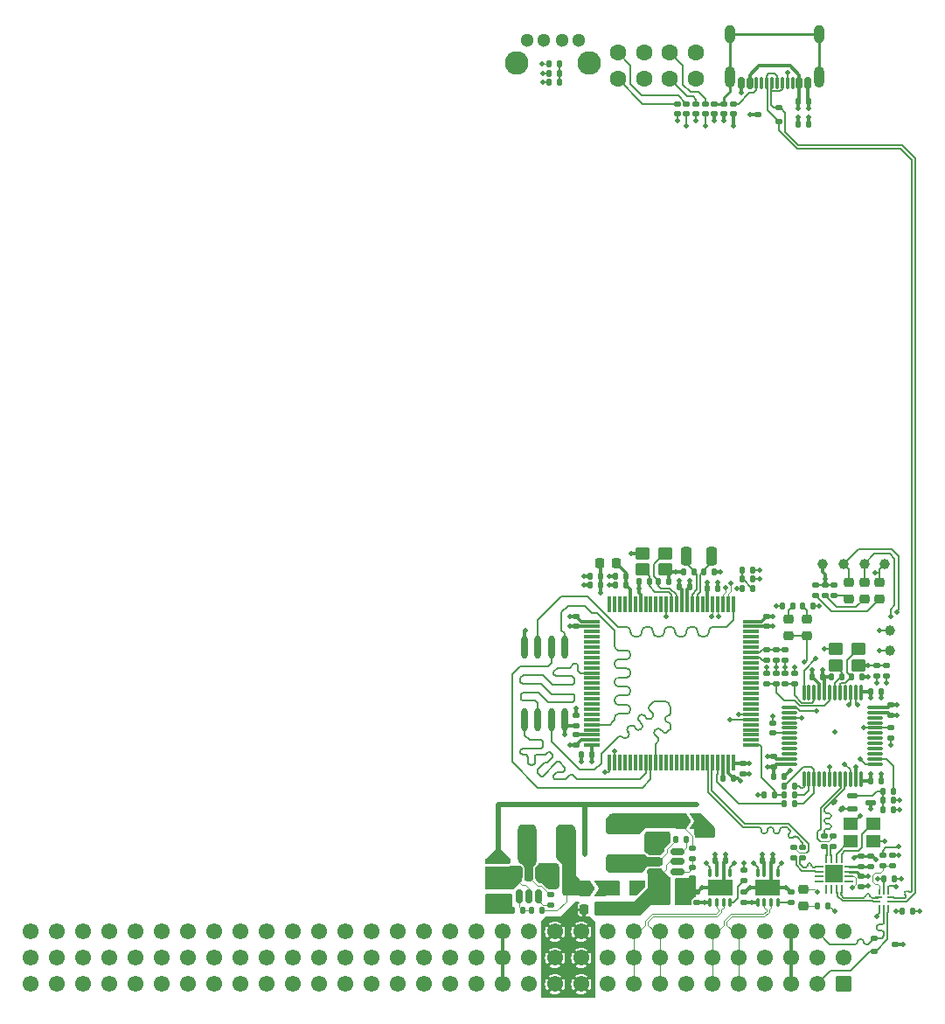
<source format=gbr>
%TF.GenerationSoftware,KiCad,Pcbnew,8.0.9-8.0.9-0~ubuntu24.04.1*%
%TF.CreationDate,2025-04-19T18:55:16+00:00*%
%TF.ProjectId,base-module,62617365-2d6d-46f6-9475-6c652e6b6963,1.0.1*%
%TF.SameCoordinates,Original*%
%TF.FileFunction,Copper,L1,Top*%
%TF.FilePolarity,Positive*%
%FSLAX46Y46*%
G04 Gerber Fmt 4.6, Leading zero omitted, Abs format (unit mm)*
G04 Created by KiCad (PCBNEW 8.0.9-8.0.9-0~ubuntu24.04.1) date 2025-04-19 18:55:16*
%MOMM*%
%LPD*%
G01*
G04 APERTURE LIST*
G04 Aperture macros list*
%AMRoundRect*
0 Rectangle with rounded corners*
0 $1 Rounding radius*
0 $2 $3 $4 $5 $6 $7 $8 $9 X,Y pos of 4 corners*
0 Add a 4 corners polygon primitive as box body*
4,1,4,$2,$3,$4,$5,$6,$7,$8,$9,$2,$3,0*
0 Add four circle primitives for the rounded corners*
1,1,$1+$1,$2,$3*
1,1,$1+$1,$4,$5*
1,1,$1+$1,$6,$7*
1,1,$1+$1,$8,$9*
0 Add four rect primitives between the rounded corners*
20,1,$1+$1,$2,$3,$4,$5,0*
20,1,$1+$1,$4,$5,$6,$7,0*
20,1,$1+$1,$6,$7,$8,$9,0*
20,1,$1+$1,$8,$9,$2,$3,0*%
%AMFreePoly0*
4,1,6,1.000000,0.000000,0.500000,-0.750000,-0.500000,-0.750000,-0.500000,0.750000,0.500000,0.750000,1.000000,0.000000,1.000000,0.000000,$1*%
%AMFreePoly1*
4,1,6,0.500000,-0.750000,-0.650000,-0.750000,-0.150000,0.000000,-0.650000,0.750000,0.500000,0.750000,0.500000,-0.750000,0.500000,-0.750000,$1*%
G04 Aperture macros list end*
%TA.AperFunction,SMDPad,CuDef*%
%ADD10RoundRect,0.250001X0.999999X-0.499999X0.999999X0.499999X-0.999999X0.499999X-0.999999X-0.499999X0*%
%TD*%
%TA.AperFunction,SMDPad,CuDef*%
%ADD11FreePoly0,0.000000*%
%TD*%
%TA.AperFunction,SMDPad,CuDef*%
%ADD12FreePoly1,0.000000*%
%TD*%
%TA.AperFunction,SMDPad,CuDef*%
%ADD13C,1.000000*%
%TD*%
%TA.AperFunction,ComponentPad*%
%ADD14C,1.600000*%
%TD*%
%TA.AperFunction,SMDPad,CuDef*%
%ADD15RoundRect,0.140000X-0.170000X0.140000X-0.170000X-0.140000X0.170000X-0.140000X0.170000X0.140000X0*%
%TD*%
%TA.AperFunction,SMDPad,CuDef*%
%ADD16RoundRect,0.140000X0.140000X0.170000X-0.140000X0.170000X-0.140000X-0.170000X0.140000X-0.170000X0*%
%TD*%
%TA.AperFunction,SMDPad,CuDef*%
%ADD17RoundRect,0.140000X0.170000X-0.140000X0.170000X0.140000X-0.170000X0.140000X-0.170000X-0.140000X0*%
%TD*%
%TA.AperFunction,SMDPad,CuDef*%
%ADD18RoundRect,0.140000X-0.140000X-0.170000X0.140000X-0.170000X0.140000X0.170000X-0.140000X0.170000X0*%
%TD*%
%TA.AperFunction,SMDPad,CuDef*%
%ADD19RoundRect,0.220000X0.255000X-0.220000X0.255000X0.220000X-0.255000X0.220000X-0.255000X-0.220000X0*%
%TD*%
%TA.AperFunction,SMDPad,CuDef*%
%ADD20RoundRect,0.220000X0.220000X0.255000X-0.220000X0.255000X-0.220000X-0.255000X0.220000X-0.255000X0*%
%TD*%
%TA.AperFunction,SMDPad,CuDef*%
%ADD21R,0.663000X0.225000*%
%TD*%
%TA.AperFunction,SMDPad,CuDef*%
%ADD22R,0.563000X0.225000*%
%TD*%
%TA.AperFunction,SMDPad,CuDef*%
%ADD23R,0.225000X0.563000*%
%TD*%
%TA.AperFunction,SMDPad,CuDef*%
%ADD24RoundRect,0.225000X-0.250000X0.225000X-0.250000X-0.225000X0.250000X-0.225000X0.250000X0.225000X0*%
%TD*%
%TA.AperFunction,SMDPad,CuDef*%
%ADD25RoundRect,0.150000X-0.512500X-0.150000X0.512500X-0.150000X0.512500X0.150000X-0.512500X0.150000X0*%
%TD*%
%TA.AperFunction,SMDPad,CuDef*%
%ADD26RoundRect,0.220000X-0.255000X0.220000X-0.255000X-0.220000X0.255000X-0.220000X0.255000X0.220000X0*%
%TD*%
%TA.AperFunction,SMDPad,CuDef*%
%ADD27RoundRect,0.225000X0.225000X0.250000X-0.225000X0.250000X-0.225000X-0.250000X0.225000X-0.250000X0*%
%TD*%
%TA.AperFunction,SMDPad,CuDef*%
%ADD28RoundRect,0.250000X0.450000X0.350000X-0.450000X0.350000X-0.450000X-0.350000X0.450000X-0.350000X0*%
%TD*%
%TA.AperFunction,SMDPad,CuDef*%
%ADD29RoundRect,0.075000X-0.075000X0.662500X-0.075000X-0.662500X0.075000X-0.662500X0.075000X0.662500X0*%
%TD*%
%TA.AperFunction,SMDPad,CuDef*%
%ADD30RoundRect,0.075000X-0.662500X0.075000X-0.662500X-0.075000X0.662500X-0.075000X0.662500X0.075000X0*%
%TD*%
%TA.AperFunction,SMDPad,CuDef*%
%ADD31RoundRect,0.075000X-0.075000X0.725000X-0.075000X-0.725000X0.075000X-0.725000X0.075000X0.725000X0*%
%TD*%
%TA.AperFunction,SMDPad,CuDef*%
%ADD32RoundRect,0.075000X-0.725000X0.075000X-0.725000X-0.075000X0.725000X-0.075000X0.725000X0.075000X0*%
%TD*%
%TA.AperFunction,SMDPad,CuDef*%
%ADD33RoundRect,0.150000X0.150000X0.425000X-0.150000X0.425000X-0.150000X-0.425000X0.150000X-0.425000X0*%
%TD*%
%TA.AperFunction,SMDPad,CuDef*%
%ADD34RoundRect,0.075000X0.075000X0.500000X-0.075000X0.500000X-0.075000X-0.500000X0.075000X-0.500000X0*%
%TD*%
%TA.AperFunction,ComponentPad*%
%ADD35O,1.000000X2.100000*%
%TD*%
%TA.AperFunction,ComponentPad*%
%ADD36O,1.000000X1.800000*%
%TD*%
%TA.AperFunction,SMDPad,CuDef*%
%ADD37RoundRect,0.112500X-0.237500X0.112500X-0.237500X-0.112500X0.237500X-0.112500X0.237500X0.112500X0*%
%TD*%
%TA.AperFunction,SMDPad,CuDef*%
%ADD38RoundRect,0.225000X-0.225000X-0.250000X0.225000X-0.250000X0.225000X0.250000X-0.225000X0.250000X0*%
%TD*%
%TA.AperFunction,ComponentPad*%
%ADD39RoundRect,0.249999X0.525001X0.525001X-0.525001X0.525001X-0.525001X-0.525001X0.525001X-0.525001X0*%
%TD*%
%TA.AperFunction,ComponentPad*%
%ADD40C,1.550000*%
%TD*%
%TA.AperFunction,SMDPad,CuDef*%
%ADD41RoundRect,0.220000X-0.220000X-0.255000X0.220000X-0.255000X0.220000X0.255000X-0.220000X0.255000X0*%
%TD*%
%TA.AperFunction,ComponentPad*%
%ADD42C,1.300000*%
%TD*%
%TA.AperFunction,ComponentPad*%
%ADD43C,2.286000*%
%TD*%
%TA.AperFunction,SMDPad,CuDef*%
%ADD44RoundRect,0.075000X-0.075000X0.350000X-0.075000X-0.350000X0.075000X-0.350000X0.075000X0.350000X0*%
%TD*%
%TA.AperFunction,HeatsinkPad*%
%ADD45R,2.400000X1.600000*%
%TD*%
%TA.AperFunction,SMDPad,CuDef*%
%ADD46RoundRect,0.250000X0.250000X-0.650000X0.250000X0.650000X-0.250000X0.650000X-0.250000X-0.650000X0*%
%TD*%
%TA.AperFunction,SMDPad,CuDef*%
%ADD47RoundRect,0.140000X0.219203X0.021213X0.021213X0.219203X-0.219203X-0.021213X-0.021213X-0.219203X0*%
%TD*%
%TA.AperFunction,SMDPad,CuDef*%
%ADD48R,1.400000X1.200000*%
%TD*%
%TA.AperFunction,SMDPad,CuDef*%
%ADD49O,0.630000X2.250000*%
%TD*%
%TA.AperFunction,SMDPad,CuDef*%
%ADD50RoundRect,0.250001X-0.499999X-0.999999X0.499999X-0.999999X0.499999X0.999999X-0.499999X0.999999X0*%
%TD*%
%TA.AperFunction,SMDPad,CuDef*%
%ADD51RoundRect,0.062500X-0.062500X0.350000X-0.062500X-0.350000X0.062500X-0.350000X0.062500X0.350000X0*%
%TD*%
%TA.AperFunction,SMDPad,CuDef*%
%ADD52RoundRect,0.062500X-0.350000X0.062500X-0.350000X-0.062500X0.350000X-0.062500X0.350000X0.062500X0*%
%TD*%
%TA.AperFunction,HeatsinkPad*%
%ADD53R,1.700000X1.700000*%
%TD*%
%TA.AperFunction,SMDPad,CuDef*%
%ADD54RoundRect,0.112500X0.237500X-0.112500X0.237500X0.112500X-0.237500X0.112500X-0.237500X-0.112500X0*%
%TD*%
%TA.AperFunction,SMDPad,CuDef*%
%ADD55RoundRect,0.125000X0.345000X0.125000X-0.345000X0.125000X-0.345000X-0.125000X0.345000X-0.125000X0*%
%TD*%
%TA.AperFunction,SMDPad,CuDef*%
%ADD56RoundRect,0.150000X-0.150000X0.512500X-0.150000X-0.512500X0.150000X-0.512500X0.150000X0.512500X0*%
%TD*%
%TA.AperFunction,ViaPad*%
%ADD57C,0.500000*%
%TD*%
%TA.AperFunction,Conductor*%
%ADD58C,0.300000*%
%TD*%
%TA.AperFunction,Conductor*%
%ADD59C,0.150000*%
%TD*%
%TA.AperFunction,Conductor*%
%ADD60C,0.200000*%
%TD*%
%TA.AperFunction,Conductor*%
%ADD61C,0.250000*%
%TD*%
%TA.AperFunction,Conductor*%
%ADD62C,0.500000*%
%TD*%
%TA.AperFunction,Conductor*%
%ADD63C,0.100000*%
%TD*%
%TA.AperFunction,Conductor*%
%ADD64C,0.180000*%
%TD*%
%TA.AperFunction,Conductor*%
%ADD65C,0.120000*%
%TD*%
G04 APERTURE END LIST*
D10*
%TO.P,L301,1,1*%
%TO.N,/Power/SW_3V3*%
X107120720Y-134271542D03*
%TO.P,L301,2,2*%
%TO.N,/Power/+3V3_UNPROTEC*%
X107120720Y-130571542D03*
%TD*%
D11*
%TO.P,JP300,1,A*%
%TO.N,/Power/+5V_UNPROTEC*%
X103725000Y-136675000D03*
D12*
%TO.P,JP300,2,B*%
%TO.N,+5V*%
X105175000Y-136675000D03*
%TD*%
D13*
%TO.P,TP302,1,1*%
%TO.N,+3V3*%
X132750000Y-105325000D03*
%TD*%
D14*
%TO.P,LED300,1*%
%TO.N,Net-(LED300-Pad1)*%
X106863600Y-55785000D03*
%TO.P,LED300,2*%
%TO.N,GND*%
X109403600Y-55785000D03*
%TO.P,LED300,3*%
%TO.N,Net-(LED300-Pad3)*%
X106863600Y-58325000D03*
%TO.P,LED300,4*%
%TO.N,GND*%
X109403600Y-58325000D03*
%TD*%
D15*
%TO.P,R903,1*%
%TO.N,/ST-LINK/ST-LINK.D+*%
X126850000Y-131625000D03*
%TO.P,R903,2*%
%TO.N,/USB-hub/USBOUT1_R.D+*%
X126850000Y-132625000D03*
%TD*%
D16*
%TO.P,R308,1*%
%TO.N,Net-(U302-PGANG)*%
X127200000Y-138375000D03*
%TO.P,R308,2*%
%TO.N,Net-(D301-Pad1)*%
X126200000Y-138375000D03*
%TD*%
D17*
%TO.P,C501,1*%
%TO.N,+3V3*%
X119100000Y-138075000D03*
%TO.P,C501,2*%
%TO.N,GND*%
X119100000Y-137075000D03*
%TD*%
D18*
%TO.P,R716,1*%
%TO.N,/MCU/SWD.SWDIO*%
X123000000Y-128525000D03*
%TO.P,R716,2*%
%TO.N,Net-(U700-PB14)*%
X124000000Y-128525000D03*
%TD*%
D15*
%TO.P,R306,1*%
%TO.N,/Power/+3V3_UNPROTEC*%
X114070720Y-132821542D03*
%TO.P,R306,2*%
%TO.N,/Power/FB_3V3*%
X114070720Y-133821542D03*
%TD*%
D19*
%TO.P,D301,1*%
%TO.N,Net-(D301-Pad1)*%
X124850000Y-138365000D03*
%TO.P,D301,2*%
%TO.N,+5V*%
X124850000Y-136785000D03*
%TD*%
D20*
%TO.P,FB400,1*%
%TO.N,/MCU/+VDDA*%
X106740000Y-105225000D03*
%TO.P,FB400,2*%
%TO.N,+3V3*%
X105160000Y-105225000D03*
%TD*%
D17*
%TO.P,C601,1*%
%TO.N,+3V3*%
X114550000Y-138075000D03*
%TO.P,C601,2*%
%TO.N,GND*%
X114550000Y-137075000D03*
%TD*%
D16*
%TO.P,R301,1*%
%TO.N,/Power/FB_5V0*%
X97650000Y-138871508D03*
%TO.P,R301,2*%
%TO.N,GND*%
X96650000Y-138871508D03*
%TD*%
%TO.P,C408,1*%
%TO.N,+3V3*%
X105200000Y-106475000D03*
%TO.P,C408,2*%
%TO.N,GND*%
X104200000Y-106475000D03*
%TD*%
D17*
%TO.P,R600,1*%
%TO.N,Net-(U600-STB)*%
X119100000Y-135925000D03*
%TO.P,R600,2*%
%TO.N,GND*%
X119100000Y-134925000D03*
%TD*%
D18*
%TO.P,C400,1*%
%TO.N,+3V3*%
X115575000Y-107650000D03*
%TO.P,C400,2*%
%TO.N,GND*%
X116575000Y-107650000D03*
%TD*%
D16*
%TO.P,C313,1*%
%TO.N,/MCU/OSC32_OUT*%
X114250000Y-106025000D03*
%TO.P,C313,2*%
%TO.N,GND*%
X113250000Y-106025000D03*
%TD*%
D18*
%TO.P,R801,1*%
%TO.N,/USB/CC1*%
X124350000Y-62675000D03*
%TO.P,R801,2*%
%TO.N,GND*%
X125350000Y-62675000D03*
%TD*%
D16*
%TO.P,C600,1*%
%TO.N,GND*%
X117300000Y-134025000D03*
%TO.P,C600,2*%
%TO.N,+5V*%
X116300000Y-134025000D03*
%TD*%
%TO.P,C407,1*%
%TO.N,/MCU/+VDDA*%
X107675000Y-107375000D03*
%TO.P,C407,2*%
%TO.N,GND*%
X106675000Y-107375000D03*
%TD*%
D18*
%TO.P,C314,1*%
%TO.N,/MCU/OSC32_IN*%
X115200000Y-106025000D03*
%TO.P,C314,2*%
%TO.N,GND*%
X116200000Y-106025000D03*
%TD*%
D21*
%TO.P,U801,1,D+*%
%TO.N,/USB-hub/USBIN1.D+*%
X132131500Y-137600000D03*
D22*
%TO.P,U801,2,D-*%
%TO.N,/USB-hub/USBIN1.D-*%
X132081500Y-138000000D03*
D23*
%TO.P,U801,3,GND*%
%TO.N,GND*%
X132250000Y-138568500D03*
%TO.P,U801,4,HSD1-*%
%TO.N,/Backplane/BACKPLANE.D-*%
X132650000Y-138568500D03*
%TO.P,U801,5,HSD1+*%
%TO.N,/Backplane/BACKPLANE.D+*%
X133050000Y-138568500D03*
D22*
%TO.P,U801,6,HSD2-*%
%TO.N,/USB/USB2S.D-*%
X133218500Y-138000000D03*
%TO.P,U801,7,HSD2+*%
%TO.N,/USB/USB2S.D+*%
X133218500Y-137600000D03*
D23*
%TO.P,U801,8,~{OE}*%
%TO.N,Net-(U801-~{OE})*%
X133050000Y-137031500D03*
%TO.P,U801,9,VCC*%
%TO.N,+3V3*%
X132650000Y-137031500D03*
%TO.P,U801,10,SEL*%
%TO.N,Net-(U801-SEL)*%
X132250000Y-137031500D03*
%TD*%
D13*
%TO.P,TP701,1,1*%
%TO.N,/ST-LINK/STLINK_RX*%
X133250000Y-113725000D03*
%TD*%
D24*
%TO.P,C304,1*%
%TO.N,+12V_FUSED*%
X94646542Y-136211059D03*
%TO.P,C304,2*%
%TO.N,GND*%
X94646542Y-137771059D03*
%TD*%
D15*
%TO.P,C305,1*%
%TO.N,GND*%
X96090000Y-134071508D03*
%TO.P,C305,2*%
%TO.N,+12V_FUSED*%
X96090000Y-135071508D03*
%TD*%
D16*
%TO.P,R404,1*%
%TO.N,/MCU/NRST*%
X119950000Y-107645000D03*
%TO.P,R404,2*%
%TO.N,/MCU/SWD.~{RST}*%
X118950000Y-107645000D03*
%TD*%
D25*
%TO.P,U301,1,GND*%
%TO.N,GND*%
X110412500Y-133168050D03*
%TO.P,U301,2,SW*%
%TO.N,/Power/SW_3V3*%
X110412500Y-134118050D03*
%TO.P,U301,3,VIN*%
%TO.N,+12V_FUSED*%
X110412500Y-135068050D03*
%TO.P,U301,4,VFB*%
%TO.N,/Power/FB_3V3*%
X112687500Y-135068050D03*
%TO.P,U301,5,EN*%
%TO.N,+12V_FUSED*%
X112687500Y-134118050D03*
%TO.P,U301,6,VBST*%
%TO.N,/Power/VBST_3V3*%
X112687500Y-133168050D03*
%TD*%
D16*
%TO.P,C500,1*%
%TO.N,GND*%
X121900000Y-134025000D03*
%TO.P,C500,2*%
%TO.N,+5V*%
X120900000Y-134025000D03*
%TD*%
D15*
%TO.P,R902,1*%
%TO.N,/ST-LINK/ST-LINK.D-*%
X127750000Y-131625000D03*
%TO.P,R902,2*%
%TO.N,/USB-hub/USBOUT1_R.D-*%
X127750000Y-132625000D03*
%TD*%
D19*
%TO.P,D400,1*%
%TO.N,Net-(D400-Pad1)*%
X129240000Y-108665000D03*
%TO.P,D400,2*%
%TO.N,+12V_FUSED*%
X129240000Y-107085000D03*
%TD*%
D15*
%TO.P,R700,1*%
%TO.N,+3V3*%
X121325000Y-115925000D03*
%TO.P,R700,2*%
%TO.N,/ST-LINK/STLINK-RST*%
X121325000Y-116925000D03*
%TD*%
D18*
%TO.P,R405,1*%
%TO.N,+3V3*%
X100228400Y-58685001D03*
%TO.P,R405,2*%
%TO.N,/MCU/USR_BTN*%
X101228400Y-58685001D03*
%TD*%
D17*
%TO.P,R409,1*%
%TO.N,+3V3*%
X114450000Y-61725000D03*
%TO.P,R409,2*%
%TO.N,Net-(LED301-Pad3)*%
X114450000Y-60725000D03*
%TD*%
%TO.P,R400,1*%
%TO.N,/MCU/USER_LED_1*%
X113550000Y-61725000D03*
%TO.P,R400,2*%
%TO.N,Net-(LED300-Pad1)*%
X113550000Y-60725000D03*
%TD*%
%TO.P,R411,1*%
%TO.N,Net-(D401-Pad1)*%
X126950000Y-108375000D03*
%TO.P,R411,2*%
%TO.N,GND*%
X126950000Y-107375000D03*
%TD*%
D15*
%TO.P,C410,1*%
%TO.N,/MCU/BOOT0*%
X123100000Y-113600000D03*
%TO.P,C410,2*%
%TO.N,GND*%
X123100000Y-114600000D03*
%TD*%
D26*
%TO.P,D701,1*%
%TO.N,Net-(D701-Pad1)*%
X125175000Y-110660000D03*
%TO.P,D701,2*%
%TO.N,/ST-LINK/LED*%
X125175000Y-112240000D03*
%TD*%
D15*
%TO.P,R701,1*%
%TO.N,+3V3*%
X124000000Y-115925000D03*
%TO.P,R701,2*%
%TO.N,Net-(U700-PA0)*%
X124000000Y-116925000D03*
%TD*%
%TO.P,C405,1*%
%TO.N,+3V3*%
X121275000Y-110350000D03*
%TO.P,C405,2*%
%TO.N,GND*%
X121275000Y-111350000D03*
%TD*%
D27*
%TO.P,C301,1*%
%TO.N,/Power/+5V_UNPROTEC*%
X102180000Y-136171508D03*
%TO.P,C301,2*%
%TO.N,GND*%
X100620000Y-136171508D03*
%TD*%
D17*
%TO.P,C300,1*%
%TO.N,/Power/VBST_5V0*%
X100400000Y-138281508D03*
%TO.P,C300,2*%
%TO.N,/Power/SW_5V0*%
X100400000Y-137281508D03*
%TD*%
D19*
%TO.P,D402,1*%
%TO.N,Net-(D402-Pad1)*%
X132240000Y-108665000D03*
%TO.P,D402,2*%
%TO.N,+3V3*%
X132240000Y-107085000D03*
%TD*%
D28*
%TO.P,Y700,1,1*%
%TO.N,/ST-LINK/STLINK-OSC_IN*%
X130150000Y-113525000D03*
%TO.P,Y700,2,2*%
%TO.N,GND*%
X127950000Y-113525000D03*
%TO.P,Y700,3,3*%
%TO.N,/ST-LINK/STLINK-OSC_OUT*%
X127950000Y-115125000D03*
%TO.P,Y700,4,4*%
%TO.N,GND*%
X130150000Y-115125000D03*
%TD*%
D29*
%TO.P,U700,1,VBAT*%
%TO.N,+3V3*%
X130400000Y-117762500D03*
%TO.P,U700,2,PC13*%
%TO.N,Net-(U700-PC13)*%
X129900000Y-117762500D03*
%TO.P,U700,3,PC14*%
%TO.N,Net-(U700-PC14)*%
X129400000Y-117762500D03*
%TO.P,U700,4,PC15*%
%TO.N,unconnected-(U700-PC15-Pad4)*%
X128900000Y-117762500D03*
%TO.P,U700,5,PD0*%
%TO.N,/ST-LINK/STLINK-OSC_IN*%
X128400000Y-117762500D03*
%TO.P,U700,6,PD1*%
%TO.N,/ST-LINK/STLINK-OSC_OUT*%
X127900000Y-117762500D03*
%TO.P,U700,7,NRST*%
%TO.N,/ST-LINK/STLINK-RST*%
X127400000Y-117762500D03*
%TO.P,U700,8,VSSA*%
%TO.N,GND*%
X126900000Y-117762500D03*
%TO.P,U700,9,VDDA*%
%TO.N,+3V3*%
X126400000Y-117762500D03*
%TO.P,U700,10,PA0*%
%TO.N,Net-(U700-PA0)*%
X125900000Y-117762500D03*
%TO.P,U700,11,PA1*%
%TO.N,unconnected-(U700-PA1-Pad11)*%
X125400000Y-117762500D03*
%TO.P,U700,12,PA2*%
%TO.N,/ST-LINK/STLINK_TX*%
X124900000Y-117762500D03*
D30*
%TO.P,U700,13,PA3*%
%TO.N,/ST-LINK/STLINK_RX*%
X123487500Y-119175000D03*
%TO.P,U700,14,PA4*%
%TO.N,unconnected-(U700-PA4-Pad14)*%
X123487500Y-119675000D03*
%TO.P,U700,15,PA5*%
%TO.N,Net-(U700-PA5)*%
X123487500Y-120175000D03*
%TO.P,U700,16,PA6*%
%TO.N,unconnected-(U700-PA6-Pad16)*%
X123487500Y-120675000D03*
%TO.P,U700,17,PA7*%
%TO.N,unconnected-(U700-PA7-Pad17)*%
X123487500Y-121175000D03*
%TO.P,U700,18,PB0*%
%TO.N,Net-(U700-PB0)*%
X123487500Y-121675000D03*
%TO.P,U700,19,PB1*%
%TO.N,unconnected-(U700-PB1-Pad19)*%
X123487500Y-122175000D03*
%TO.P,U700,20,PB2*%
%TO.N,unconnected-(U700-PB2-Pad20)*%
X123487500Y-122675000D03*
%TO.P,U700,21,PB10*%
%TO.N,unconnected-(U700-PB10-Pad21)*%
X123487500Y-123175000D03*
%TO.P,U700,22,PB11*%
%TO.N,unconnected-(U700-PB11-Pad22)*%
X123487500Y-123675000D03*
%TO.P,U700,23,VSS*%
%TO.N,GND*%
X123487500Y-124175000D03*
%TO.P,U700,24,VDD*%
%TO.N,+3V3*%
X123487500Y-124675000D03*
D29*
%TO.P,U700,25,PB12*%
%TO.N,Net-(U700-PB12)*%
X124900000Y-126087500D03*
%TO.P,U700,26,PB13*%
%TO.N,Net-(U700-PB13)*%
X125400000Y-126087500D03*
%TO.P,U700,27,PB14*%
%TO.N,Net-(U700-PB14)*%
X125900000Y-126087500D03*
%TO.P,U700,28,PB15*%
%TO.N,unconnected-(U700-PB15-Pad28)*%
X126400000Y-126087500D03*
%TO.P,U700,29,PA8*%
%TO.N,unconnected-(U700-PA8-Pad29)*%
X126900000Y-126087500D03*
%TO.P,U700,30,PA9*%
%TO.N,/ST-LINK/LED*%
X127400000Y-126087500D03*
%TO.P,U700,31,PA10*%
%TO.N,/ST-LINK/SWO*%
X127900000Y-126087500D03*
%TO.P,U700,32,PA11*%
%TO.N,/ST-LINK/ST-LINK.D-*%
X128400000Y-126087500D03*
%TO.P,U700,33,PA12*%
%TO.N,/ST-LINK/ST-LINK.D+*%
X128900000Y-126087500D03*
%TO.P,U700,34,PA13*%
%TO.N,/ST-LINK/DIO*%
X129400000Y-126087500D03*
%TO.P,U700,35,VSS*%
%TO.N,GND*%
X129900000Y-126087500D03*
%TO.P,U700,36,VDD*%
%TO.N,+3V3*%
X130400000Y-126087500D03*
D30*
%TO.P,U700,37,PA14*%
%TO.N,/ST-LINK/CLK*%
X131812500Y-124675000D03*
%TO.P,U700,38,PA15*%
%TO.N,/ST-LINK/USB_RENUM*%
X131812500Y-124175000D03*
%TO.P,U700,39,PB3*%
%TO.N,unconnected-(U700-PB3-Pad39)*%
X131812500Y-123675000D03*
%TO.P,U700,40,PB4*%
%TO.N,unconnected-(U700-PB4-Pad40)*%
X131812500Y-123175000D03*
%TO.P,U700,41,PB5*%
%TO.N,unconnected-(U700-PB5-Pad41)*%
X131812500Y-122675000D03*
%TO.P,U700,42,PB6*%
%TO.N,unconnected-(U700-PB6-Pad42)*%
X131812500Y-122175000D03*
%TO.P,U700,43,PB7*%
%TO.N,unconnected-(U700-PB7-Pad43)*%
X131812500Y-121675000D03*
%TO.P,U700,44,BOOT0*%
%TO.N,/ST-LINK/STLINK-BOOT0*%
X131812500Y-121175000D03*
%TO.P,U700,45,PB8*%
%TO.N,unconnected-(U700-PB8-Pad45)*%
X131812500Y-120675000D03*
%TO.P,U700,46,PB9*%
%TO.N,unconnected-(U700-PB9-Pad46)*%
X131812500Y-120175000D03*
%TO.P,U700,47,VSS*%
%TO.N,GND*%
X131812500Y-119675000D03*
%TO.P,U700,48,VDD*%
%TO.N,+3V3*%
X131812500Y-119175000D03*
%TD*%
D13*
%TO.P,TP700,1,1*%
%TO.N,/ST-LINK/STLINK_TX*%
X133250000Y-111725000D03*
%TD*%
D18*
%TO.P,R707,1*%
%TO.N,+3V3*%
X122850000Y-109375000D03*
%TO.P,R707,2*%
%TO.N,Net-(D700-Pad2)*%
X123850000Y-109375000D03*
%TD*%
D31*
%TO.P,U400,1,PE2*%
%TO.N,/MCU/QSPI1.IO2*%
X118075000Y-109175000D03*
%TO.P,U400,2,PE3*%
%TO.N,/MCU/USER_LED_1*%
X117575000Y-109175000D03*
%TO.P,U400,3,PE4*%
%TO.N,/MCU/USER_LED_2*%
X117075000Y-109175000D03*
%TO.P,U400,4,PE5*%
%TO.N,/MCU/STATUS_LED*%
X116575000Y-109175000D03*
%TO.P,U400,5,PE6*%
%TO.N,/MCU/USR_BUTTON*%
X116075000Y-109175000D03*
%TO.P,U400,6,VBAT*%
%TO.N,+3V3*%
X115575000Y-109175000D03*
%TO.P,U400,7,PC13*%
%TO.N,unconnected-(U400-PC13-Pad7)*%
X115075000Y-109175000D03*
%TO.P,U400,8,PC14*%
%TO.N,/MCU/OSC32_IN*%
X114575000Y-109175000D03*
%TO.P,U400,9,PC15*%
%TO.N,/MCU/OSC32_OUT*%
X114075000Y-109175000D03*
%TO.P,U400,10,VSS*%
%TO.N,GND*%
X113575000Y-109175000D03*
%TO.P,U400,11,VDD*%
%TO.N,+3V3*%
X113075000Y-109175000D03*
%TO.P,U400,12,PH0*%
%TO.N,/MCU/OSC_IN*%
X112575000Y-109175000D03*
%TO.P,U400,13,PH1*%
%TO.N,/MCU/OSC_OUT*%
X112075000Y-109175000D03*
%TO.P,U400,14,NRST*%
%TO.N,/MCU/SWD.~{RST}*%
X111575000Y-109175000D03*
%TO.P,U400,15,PC0*%
%TO.N,unconnected-(U400-PC0-Pad15)*%
X111075000Y-109175000D03*
%TO.P,U400,16,PC1*%
%TO.N,unconnected-(U400-PC1-Pad16)*%
X110575000Y-109175000D03*
%TO.P,U400,17,PC2_C*%
%TO.N,unconnected-(U400-PC2_C-Pad17)*%
X110075000Y-109175000D03*
%TO.P,U400,18,PC3_C*%
%TO.N,unconnected-(U400-PC3_C-Pad18)*%
X109575000Y-109175000D03*
%TO.P,U400,19,VSSA*%
%TO.N,GND*%
X109075000Y-109175000D03*
%TO.P,U400,20,VREF+*%
%TO.N,unconnected-(U400-VREF+-Pad20)*%
X108575000Y-109175000D03*
%TO.P,U400,21,VDDA*%
%TO.N,/MCU/+VDDA*%
X108075000Y-109175000D03*
%TO.P,U400,22,PA0*%
%TO.N,unconnected-(U400-PA0-Pad22)*%
X107575000Y-109175000D03*
%TO.P,U400,23,PA1*%
%TO.N,unconnected-(U400-PA1-Pad23)*%
X107075000Y-109175000D03*
%TO.P,U400,24,PA2*%
%TO.N,unconnected-(U400-PA2-Pad24)*%
X106575000Y-109175000D03*
%TO.P,U400,25,PA3*%
%TO.N,unconnected-(U400-PA3-Pad25)*%
X106075000Y-109175000D03*
D32*
%TO.P,U400,26,VSS*%
%TO.N,GND*%
X104400000Y-110850000D03*
%TO.P,U400,27,VDD*%
%TO.N,+3V3*%
X104400000Y-111350000D03*
%TO.P,U400,28,PA4*%
%TO.N,unconnected-(U400-PA4-Pad28)*%
X104400000Y-111850000D03*
%TO.P,U400,29,PA5*%
%TO.N,unconnected-(U400-PA5-Pad29)*%
X104400000Y-112350000D03*
%TO.P,U400,30,PA6*%
%TO.N,unconnected-(U400-PA6-Pad30)*%
X104400000Y-112850000D03*
%TO.P,U400,31,PA7*%
%TO.N,unconnected-(U400-PA7-Pad31)*%
X104400000Y-113350000D03*
%TO.P,U400,32,PC4*%
%TO.N,unconnected-(U400-PC4-Pad32)*%
X104400000Y-113850000D03*
%TO.P,U400,33,PC5*%
%TO.N,unconnected-(U400-PC5-Pad33)*%
X104400000Y-114350000D03*
%TO.P,U400,34,PB0*%
%TO.N,unconnected-(U400-PB0-Pad34)*%
X104400000Y-114850000D03*
%TO.P,U400,35,PB1*%
%TO.N,unconnected-(U400-PB1-Pad35)*%
X104400000Y-115350000D03*
%TO.P,U400,36,PB2*%
%TO.N,/MCU/QSPI1.SCLK*%
X104400000Y-115850000D03*
%TO.P,U400,37,PE7*%
%TO.N,unconnected-(U400-PE7-Pad37)*%
X104400000Y-116350000D03*
%TO.P,U400,38,PE8*%
%TO.N,unconnected-(U400-PE8-Pad38)*%
X104400000Y-116850000D03*
%TO.P,U400,39,PE9*%
%TO.N,unconnected-(U400-PE9-Pad39)*%
X104400000Y-117350000D03*
%TO.P,U400,40,PE10*%
%TO.N,unconnected-(U400-PE10-Pad40)*%
X104400000Y-117850000D03*
%TO.P,U400,41,PE11*%
%TO.N,unconnected-(U400-PE11-Pad41)*%
X104400000Y-118350000D03*
%TO.P,U400,42,PE12*%
%TO.N,unconnected-(U400-PE12-Pad42)*%
X104400000Y-118850000D03*
%TO.P,U400,43,PE13*%
%TO.N,unconnected-(U400-PE13-Pad43)*%
X104400000Y-119350000D03*
%TO.P,U400,44,PE14*%
%TO.N,unconnected-(U400-PE14-Pad44)*%
X104400000Y-119850000D03*
%TO.P,U400,45,PE15*%
%TO.N,unconnected-(U400-PE15-Pad45)*%
X104400000Y-120350000D03*
%TO.P,U400,46,PB10*%
%TO.N,/MCU/QSPI1.CS*%
X104400000Y-120850000D03*
%TO.P,U400,47,PB11*%
%TO.N,unconnected-(U400-PB11-Pad47)*%
X104400000Y-121350000D03*
%TO.P,U400,48,VCAP*%
%TO.N,/MCU/VCAP_1*%
X104400000Y-121850000D03*
%TO.P,U400,49,VSS*%
%TO.N,GND*%
X104400000Y-122350000D03*
%TO.P,U400,50,VDD*%
%TO.N,+3V3*%
X104400000Y-122850000D03*
D31*
%TO.P,U400,51,PB12*%
%TO.N,/CAN transceiver 2/CAN.RX*%
X106075000Y-124525000D03*
%TO.P,U400,52,PB13*%
%TO.N,/CAN transceiver 2/CAN.TX*%
X106575000Y-124525000D03*
%TO.P,U400,53,PB14*%
%TO.N,unconnected-(U400-PB14-Pad53)*%
X107075000Y-124525000D03*
%TO.P,U400,54,PB15*%
%TO.N,unconnected-(U400-PB15-Pad54)*%
X107575000Y-124525000D03*
%TO.P,U400,55,PD8*%
%TO.N,unconnected-(U400-PD8-Pad55)*%
X108075000Y-124525000D03*
%TO.P,U400,56,PD9*%
%TO.N,unconnected-(U400-PD9-Pad56)*%
X108575000Y-124525000D03*
%TO.P,U400,57,PD10*%
%TO.N,unconnected-(U400-PD10-Pad57)*%
X109075000Y-124525000D03*
%TO.P,U400,58,PD11*%
%TO.N,/MCU/QSPI1.IO0*%
X109575000Y-124525000D03*
%TO.P,U400,59,PD12*%
%TO.N,/MCU/QSPI1.IO1*%
X110075000Y-124525000D03*
%TO.P,U400,60,PD13*%
%TO.N,/MCU/QSPI1.IO3*%
X110575000Y-124525000D03*
%TO.P,U400,61,PD14*%
%TO.N,unconnected-(U400-PD14-Pad61)*%
X111075000Y-124525000D03*
%TO.P,U400,62,PD15*%
%TO.N,unconnected-(U400-PD15-Pad62)*%
X111575000Y-124525000D03*
%TO.P,U400,63,PC6*%
%TO.N,unconnected-(U400-PC6-Pad63)*%
X112075000Y-124525000D03*
%TO.P,U400,64,PC7*%
%TO.N,unconnected-(U400-PC7-Pad64)*%
X112575000Y-124525000D03*
%TO.P,U400,65,PC8*%
%TO.N,unconnected-(U400-PC8-Pad65)*%
X113075000Y-124525000D03*
%TO.P,U400,66,PC9*%
%TO.N,unconnected-(U400-PC9-Pad66)*%
X113575000Y-124525000D03*
%TO.P,U400,67,PA8*%
%TO.N,unconnected-(U400-PA8-Pad67)*%
X114075000Y-124525000D03*
%TO.P,U400,68,PA9*%
%TO.N,unconnected-(U400-PA9-Pad68)*%
X114575000Y-124525000D03*
%TO.P,U400,69,PA10*%
%TO.N,unconnected-(U400-PA10-Pad69)*%
X115075000Y-124525000D03*
%TO.P,U400,70,PA11*%
%TO.N,/MCU/USB_MCU.D-*%
X115575000Y-124525000D03*
%TO.P,U400,71,PA12*%
%TO.N,/MCU/USB_MCU.D+*%
X116075000Y-124525000D03*
%TO.P,U400,72,PA13*%
%TO.N,/MCU/SWD.SWDIO*%
X116575000Y-124525000D03*
%TO.P,U400,73,VCAP*%
%TO.N,/MCU/VCAP_2*%
X117075000Y-124525000D03*
%TO.P,U400,74,VSS*%
%TO.N,GND*%
X117575000Y-124525000D03*
%TO.P,U400,75,VDD*%
%TO.N,+3V3*%
X118075000Y-124525000D03*
D32*
%TO.P,U400,76,PA14*%
%TO.N,/MCU/SWD.SWCLK*%
X119750000Y-122850000D03*
%TO.P,U400,77,PA15*%
%TO.N,unconnected-(U400-PA15-Pad77)*%
X119750000Y-122350000D03*
%TO.P,U400,78,PC10*%
%TO.N,unconnected-(U400-PC10-Pad78)*%
X119750000Y-121850000D03*
%TO.P,U400,79,PC11*%
%TO.N,unconnected-(U400-PC11-Pad79)*%
X119750000Y-121350000D03*
%TO.P,U400,80,PC12*%
%TO.N,unconnected-(U400-PC12-Pad80)*%
X119750000Y-120850000D03*
%TO.P,U400,81,PD0*%
%TO.N,/CAN transceiver 1/CAN.RX*%
X119750000Y-120350000D03*
%TO.P,U400,82,PD1*%
%TO.N,/CAN transceiver 1/CAN.TX*%
X119750000Y-119850000D03*
%TO.P,U400,83,PD2*%
%TO.N,unconnected-(U400-PD2-Pad83)*%
X119750000Y-119350000D03*
%TO.P,U400,84,PD3*%
%TO.N,unconnected-(U400-PD3-Pad84)*%
X119750000Y-118850000D03*
%TO.P,U400,85,PD4*%
%TO.N,unconnected-(U400-PD4-Pad85)*%
X119750000Y-118350000D03*
%TO.P,U400,86,PD5*%
%TO.N,unconnected-(U400-PD5-Pad86)*%
X119750000Y-117850000D03*
%TO.P,U400,87,PD6*%
%TO.N,unconnected-(U400-PD6-Pad87)*%
X119750000Y-117350000D03*
%TO.P,U400,88,PD7*%
%TO.N,unconnected-(U400-PD7-Pad88)*%
X119750000Y-116850000D03*
%TO.P,U400,89,PB3*%
%TO.N,unconnected-(U400-PB3-Pad89)*%
X119750000Y-116350000D03*
%TO.P,U400,90,PB4*%
%TO.N,unconnected-(U400-PB4-Pad90)*%
X119750000Y-115850000D03*
%TO.P,U400,91,PB5*%
%TO.N,unconnected-(U400-PB5-Pad91)*%
X119750000Y-115350000D03*
%TO.P,U400,92,PB6*%
%TO.N,unconnected-(U400-PB6-Pad92)*%
X119750000Y-114850000D03*
%TO.P,U400,93,PB7*%
%TO.N,/MCU/BOOT_EN*%
X119750000Y-114350000D03*
%TO.P,U400,94,BOOT0*%
%TO.N,/MCU/BOOT0*%
X119750000Y-113850000D03*
%TO.P,U400,95,PB8*%
%TO.N,/MCU/I2C1.SCL*%
X119750000Y-113350000D03*
%TO.P,U400,96,PB9*%
%TO.N,/MCU/I2C1.SDA*%
X119750000Y-112850000D03*
%TO.P,U400,97,PE0*%
%TO.N,unconnected-(U400-PE0-Pad97)*%
X119750000Y-112350000D03*
%TO.P,U400,98,PE1*%
%TO.N,unconnected-(U400-PE1-Pad98)*%
X119750000Y-111850000D03*
%TO.P,U400,99,VSS*%
%TO.N,GND*%
X119750000Y-111350000D03*
%TO.P,U400,100,VDD*%
%TO.N,+3V3*%
X119750000Y-110850000D03*
%TD*%
D16*
%TO.P,C409,1*%
%TO.N,+3V3*%
X105200000Y-107375000D03*
%TO.P,C409,2*%
%TO.N,GND*%
X104200000Y-107375000D03*
%TD*%
%TO.P,C708,1*%
%TO.N,/ST-LINK/STLINK-OSC_OUT*%
X128600000Y-116235000D03*
%TO.P,C708,2*%
%TO.N,GND*%
X127600000Y-116235000D03*
%TD*%
D15*
%TO.P,R705,1*%
%TO.N,GND*%
X132900000Y-115125000D03*
%TO.P,R705,2*%
%TO.N,Net-(U700-PC13)*%
X132900000Y-116125000D03*
%TD*%
%TO.P,R307,1*%
%TO.N,/Power/FB_3V3*%
X114070720Y-134721542D03*
%TO.P,R307,2*%
%TO.N,GND*%
X114070720Y-135721542D03*
%TD*%
D18*
%TO.P,R711,1*%
%TO.N,Net-(Q700-B)*%
X132550000Y-128175000D03*
%TO.P,R711,2*%
%TO.N,GND*%
X133550000Y-128175000D03*
%TD*%
%TO.P,R710,1*%
%TO.N,Net-(Q700-B)*%
X132550000Y-127275000D03*
%TO.P,R710,2*%
%TO.N,/ST-LINK/USB_RENUM*%
X133550000Y-127275000D03*
%TD*%
%TO.P,R715,1*%
%TO.N,/MCU/SWD.SWCLK*%
X123000000Y-127650000D03*
%TO.P,R715,2*%
%TO.N,Net-(U700-PB13)*%
X124000000Y-127650000D03*
%TD*%
D15*
%TO.P,C801,1*%
%TO.N,Net-(J800-SHIELD)*%
X116250000Y-60725000D03*
%TO.P,C801,2*%
%TO.N,GND*%
X116250000Y-61725000D03*
%TD*%
D13*
%TO.P,TP300,1,1*%
%TO.N,+12V_FUSED*%
X128750000Y-105325000D03*
%TD*%
D17*
%TO.P,C402,1*%
%TO.N,+3V3*%
X102875000Y-111350000D03*
%TO.P,C402,2*%
%TO.N,GND*%
X102875000Y-110350000D03*
%TD*%
D11*
%TO.P,JP301,1,A*%
%TO.N,/Power/+3V3_UNPROTEC*%
X112970720Y-130225000D03*
D12*
%TO.P,JP301,2,B*%
%TO.N,+3V3*%
X114420720Y-130225000D03*
%TD*%
D33*
%TO.P,J800,A1,GND*%
%TO.N,GND*%
X125250000Y-58715000D03*
%TO.P,J800,A4,VBUS*%
%TO.N,/USB/VBUS_IN*%
X124450000Y-58715000D03*
D34*
%TO.P,J800,A5,CC1*%
%TO.N,/USB/CC1*%
X123300000Y-58715000D03*
%TO.P,J800,A6,D+*%
%TO.N,/USB/USB2S.D+*%
X122300000Y-58715000D03*
%TO.P,J800,A7,D-*%
%TO.N,/USB/USB2S.D-*%
X121800000Y-58715000D03*
%TO.P,J800,A8,SBU1*%
%TO.N,unconnected-(J800-SBU1-PadA8)*%
X120800000Y-58715000D03*
D33*
%TO.P,J800,A9,VBUS*%
%TO.N,/USB/VBUS_IN*%
X119650000Y-58715000D03*
%TO.P,J800,A12,GND*%
%TO.N,GND*%
X118850000Y-58715000D03*
%TO.P,J800,B1,GND*%
X118850000Y-58715000D03*
%TO.P,J800,B4,VBUS*%
%TO.N,/USB/VBUS_IN*%
X119650000Y-58715000D03*
D34*
%TO.P,J800,B5,CC2*%
%TO.N,/USB/CC2*%
X120300000Y-58715000D03*
%TO.P,J800,B6,D+*%
%TO.N,/USB/USB2S.D+*%
X121300000Y-58715000D03*
%TO.P,J800,B7,D-*%
%TO.N,/USB/USB2S.D-*%
X122800000Y-58715000D03*
%TO.P,J800,B8,SBU2*%
%TO.N,unconnected-(J800-SBU2-PadB8)*%
X123800000Y-58715000D03*
D33*
%TO.P,J800,B9,VBUS*%
%TO.N,/USB/VBUS_IN*%
X124450000Y-58715000D03*
%TO.P,J800,B12,GND*%
%TO.N,GND*%
X125250000Y-58715000D03*
D35*
%TO.P,J800,S1,SHIELD*%
%TO.N,Net-(J800-SHIELD)*%
X126370000Y-58140000D03*
D36*
X126370000Y-53960000D03*
D35*
X117730000Y-58140000D03*
D36*
X117730000Y-53960000D03*
%TD*%
D18*
%TO.P,C311,1*%
%TO.N,GND*%
X109270720Y-136281542D03*
%TO.P,C311,2*%
%TO.N,+12V_FUSED*%
X110270720Y-136281542D03*
%TD*%
D13*
%TO.P,TP301,1,1*%
%TO.N,+5V*%
X130750000Y-105325000D03*
%TD*%
D37*
%TO.P,U402,1*%
%TO.N,/Backplane/BACKPLANE.D-*%
X131707500Y-141512501D03*
%TO.P,U402,2*%
%TO.N,/Backplane/BACKPLANE.D+*%
X131707500Y-142812501D03*
%TO.P,U402,3*%
%TO.N,GND*%
X133707500Y-142162501D03*
%TD*%
D18*
%TO.P,C707,1*%
%TO.N,/ST-LINK/STLINK-OSC_IN*%
X129500000Y-116225000D03*
%TO.P,C707,2*%
%TO.N,GND*%
X130500000Y-116225000D03*
%TD*%
D15*
%TO.P,R901,1*%
%TO.N,/MCU/USB_MCU.D+*%
X123900000Y-132725000D03*
%TO.P,R901,2*%
%TO.N,/USB-hub/USB_MCU_R.D+*%
X123900000Y-133725000D03*
%TD*%
D16*
%TO.P,R709,1*%
%TO.N,+5V*%
X133550000Y-129075000D03*
%TO.P,R709,2*%
%TO.N,Net-(Q700-B)*%
X132550000Y-129075000D03*
%TD*%
D15*
%TO.P,R805,1*%
%TO.N,Net-(J800-SHIELD)*%
X117150000Y-60725000D03*
%TO.P,R805,2*%
%TO.N,GND*%
X117150000Y-61725000D03*
%TD*%
%TO.P,R800,1*%
%TO.N,/USB/CC2*%
X118050000Y-60725000D03*
%TO.P,R800,2*%
%TO.N,GND*%
X118050000Y-61725000D03*
%TD*%
D38*
%TO.P,C310,1*%
%TO.N,+12V_FUSED*%
X111420720Y-136481542D03*
%TO.P,C310,2*%
%TO.N,GND*%
X112980720Y-136481542D03*
%TD*%
D15*
%TO.P,R402,1*%
%TO.N,/MCU/BOOT0*%
X122200000Y-113600000D03*
%TO.P,R402,2*%
%TO.N,GND*%
X122200000Y-114600000D03*
%TD*%
D17*
%TO.P,R702,1*%
%TO.N,GND*%
X133300000Y-122175000D03*
%TO.P,R702,2*%
%TO.N,/ST-LINK/STLINK-BOOT0*%
X133300000Y-121175000D03*
%TD*%
D38*
%TO.P,C309,1*%
%TO.N,+12V_FUSED*%
X111410271Y-137725000D03*
%TO.P,C309,2*%
%TO.N,GND*%
X112970271Y-137725000D03*
%TD*%
D17*
%TO.P,C900,1*%
%TO.N,Net-(U302-3V3)*%
X130450000Y-134575000D03*
%TO.P,C900,2*%
%TO.N,GND*%
X130450000Y-133575000D03*
%TD*%
D15*
%TO.P,C404,1*%
%TO.N,+3V3*%
X118975000Y-124600000D03*
%TO.P,C404,2*%
%TO.N,GND*%
X118975000Y-125600000D03*
%TD*%
%TO.P,R802,1*%
%TO.N,/USB/VBUS_IN*%
X132550000Y-133525000D03*
%TO.P,R802,2*%
%TO.N,Net-(U801-SEL)*%
X132550000Y-134525000D03*
%TD*%
D18*
%TO.P,C701,1*%
%TO.N,+3V3*%
X131350000Y-117625000D03*
%TO.P,C701,2*%
%TO.N,GND*%
X132350000Y-117625000D03*
%TD*%
D16*
%TO.P,R300,1*%
%TO.N,/Power/+5V_UNPROTEC*%
X99550000Y-138871508D03*
%TO.P,R300,2*%
%TO.N,/Power/FB_5V0*%
X98550000Y-138871508D03*
%TD*%
D39*
%TO.P,J200,a1,a1*%
%TO.N,GND*%
X128740000Y-145975000D03*
D40*
%TO.P,J200,a2,a2*%
%TO.N,/Backplane/BACKPLANE.D+*%
X126200000Y-145975000D03*
%TO.P,J200,a3,a3*%
%TO.N,+5V_STDBY*%
X123660000Y-145975000D03*
%TO.P,J200,a4,a4*%
%TO.N,GND*%
X121120000Y-145975000D03*
%TO.P,J200,a5,a5*%
%TO.N,/Backplane/CAN1.+*%
X118580000Y-145975000D03*
%TO.P,J200,a6,a6*%
%TO.N,/Backplane/CAN1.-*%
X116040000Y-145975000D03*
%TO.P,J200,a7,a7*%
%TO.N,GND*%
X113500000Y-145975000D03*
%TO.P,J200,a8,a8*%
%TO.N,/Backplane/CAN2.+*%
X110960000Y-145975000D03*
%TO.P,J200,a9,a9*%
%TO.N,/Backplane/CAN2.-*%
X108420000Y-145975000D03*
%TO.P,J200,a10,a10*%
%TO.N,GND*%
X105880000Y-145975000D03*
%TO.P,J200,a11,a11*%
%TO.N,+12V*%
X103340000Y-145975000D03*
%TO.P,J200,a12,a12*%
X100800000Y-145975000D03*
%TO.P,J200,a13,a13*%
%TO.N,GND*%
X98260000Y-145975000D03*
%TO.P,J200,a14,a14*%
%TO.N,+24V*%
X95720000Y-145975000D03*
%TO.P,J200,a15,a15*%
%TO.N,GND*%
X93180000Y-145975000D03*
%TO.P,J200,a16,a16*%
%TO.N,/Backplane/GPIOL0*%
X90640000Y-145975000D03*
%TO.P,J200,a17,a17*%
%TO.N,/Backplane/GPIOL1*%
X88100000Y-145975000D03*
%TO.P,J200,a18,a18*%
%TO.N,/Backplane/GPIOL2*%
X85560000Y-145975000D03*
%TO.P,J200,a19,a19*%
%TO.N,/Backplane/GPIOL3*%
X83020000Y-145975000D03*
%TO.P,J200,a20,a20*%
%TO.N,/Backplane/GPIOL4*%
X80480000Y-145975000D03*
%TO.P,J200,a21,a21*%
%TO.N,/Backplane/GPIOL5*%
X77940000Y-145975000D03*
%TO.P,J200,a22,a22*%
%TO.N,/Backplane/GPIOL6*%
X75400000Y-145975000D03*
%TO.P,J200,a23,a23*%
%TO.N,/Backplane/GPIOL7*%
X72860000Y-145975000D03*
%TO.P,J200,a24,a24*%
%TO.N,/Backplane/GPIOL8*%
X70320000Y-145975000D03*
%TO.P,J200,a25,a25*%
%TO.N,/Backplane/GPIOL9*%
X67780000Y-145975000D03*
%TO.P,J200,a26,a26*%
%TO.N,/Backplane/GPIOL10*%
X65240000Y-145975000D03*
%TO.P,J200,a27,a27*%
%TO.N,/Backplane/GPIOL11*%
X62700000Y-145975000D03*
%TO.P,J200,a28,a28*%
%TO.N,/Backplane/GPIOL12*%
X60160000Y-145975000D03*
%TO.P,J200,a29,a29*%
%TO.N,/Backplane/GPIOL13*%
X57620000Y-145975000D03*
%TO.P,J200,a30,a30*%
%TO.N,/Backplane/GPIOL14*%
X55080000Y-145975000D03*
%TO.P,J200,a31,a31*%
%TO.N,/Backplane/GPIOL15*%
X52540000Y-145975000D03*
%TO.P,J200,a32,a32*%
%TO.N,GND*%
X50000000Y-145975000D03*
%TO.P,J200,b1,b1*%
X128740000Y-143435000D03*
%TO.P,J200,b2,b2*%
X126200000Y-143435000D03*
%TO.P,J200,b3,b3*%
%TO.N,+5V_STDBY*%
X123660000Y-143435000D03*
%TO.P,J200,b4,b4*%
%TO.N,GND*%
X121120000Y-143435000D03*
%TO.P,J200,b5,b5*%
%TO.N,/Backplane/CAN1.+*%
X118580000Y-143435000D03*
%TO.P,J200,b6,b6*%
%TO.N,/Backplane/CAN1.-*%
X116040000Y-143435000D03*
%TO.P,J200,b7,b7*%
%TO.N,GND*%
X113500000Y-143435000D03*
%TO.P,J200,b8,b8*%
%TO.N,/Backplane/CAN2.+*%
X110960000Y-143435000D03*
%TO.P,J200,b9,b9*%
%TO.N,/Backplane/CAN2.-*%
X108420000Y-143435000D03*
%TO.P,J200,b10,b10*%
%TO.N,GND*%
X105880000Y-143435000D03*
%TO.P,J200,b11,b11*%
%TO.N,+12V*%
X103340000Y-143435000D03*
%TO.P,J200,b12,b12*%
X100800000Y-143435000D03*
%TO.P,J200,b13,b13*%
%TO.N,GND*%
X98260000Y-143435000D03*
%TO.P,J200,b14,b14*%
%TO.N,+24V*%
X95720000Y-143435000D03*
%TO.P,J200,b15,b15*%
%TO.N,GND*%
X93180000Y-143435000D03*
%TO.P,J200,b16,b16*%
%TO.N,/Backplane/GPIOC0*%
X90640000Y-143435000D03*
%TO.P,J200,b17,b17*%
%TO.N,/Backplane/GPIOC1*%
X88100000Y-143435000D03*
%TO.P,J200,b18,b18*%
%TO.N,/Backplane/GPIOC2*%
X85560000Y-143435000D03*
%TO.P,J200,b19,b19*%
%TO.N,/Backplane/GPIOC3*%
X83020000Y-143435000D03*
%TO.P,J200,b20,b20*%
%TO.N,/Backplane/GPIOC4*%
X80480000Y-143435000D03*
%TO.P,J200,b21,b21*%
%TO.N,/Backplane/GPIOC5*%
X77940000Y-143435000D03*
%TO.P,J200,b22,b22*%
%TO.N,/Backplane/GPIOC6*%
X75400000Y-143435000D03*
%TO.P,J200,b23,b23*%
%TO.N,/Backplane/GPIOC7*%
X72860000Y-143435000D03*
%TO.P,J200,b24,b24*%
%TO.N,/Backplane/GPIOC8*%
X70320000Y-143435000D03*
%TO.P,J200,b25,b25*%
%TO.N,/Backplane/GPIOC9*%
X67780000Y-143435000D03*
%TO.P,J200,b26,b26*%
%TO.N,/Backplane/GPIOC10*%
X65240000Y-143435000D03*
%TO.P,J200,b27,b27*%
%TO.N,/Backplane/GPIOC11*%
X62700000Y-143435000D03*
%TO.P,J200,b28,b28*%
%TO.N,/Backplane/GPIOC12*%
X60160000Y-143435000D03*
%TO.P,J200,b29,b29*%
%TO.N,/Backplane/GPIOC13*%
X57620000Y-143435000D03*
%TO.P,J200,b30,b30*%
%TO.N,/Backplane/GPIOC14*%
X55080000Y-143435000D03*
%TO.P,J200,b31,b31*%
%TO.N,/Backplane/GPIOC15*%
X52540000Y-143435000D03*
%TO.P,J200,b32,b32*%
%TO.N,GND*%
X50000000Y-143435000D03*
%TO.P,J200,c1,c1*%
X128740000Y-140895000D03*
%TO.P,J200,c2,c2*%
%TO.N,/Backplane/BACKPLANE.D-*%
X126200000Y-140895000D03*
%TO.P,J200,c3,c3*%
%TO.N,+5V_STDBY*%
X123660000Y-140895000D03*
%TO.P,J200,c4,c4*%
%TO.N,GND*%
X121120000Y-140895000D03*
%TO.P,J200,c5,c5*%
%TO.N,/Backplane/CAN1.+*%
X118580000Y-140895000D03*
%TO.P,J200,c6,c6*%
%TO.N,/Backplane/CAN1.-*%
X116040000Y-140895000D03*
%TO.P,J200,c7,c7*%
%TO.N,GND*%
X113500000Y-140895000D03*
%TO.P,J200,c8,c8*%
%TO.N,/Backplane/CAN2.+*%
X110960000Y-140895000D03*
%TO.P,J200,c9,c9*%
%TO.N,/Backplane/CAN2.-*%
X108420000Y-140895000D03*
%TO.P,J200,c10,c10*%
%TO.N,GND*%
X105880000Y-140895000D03*
%TO.P,J200,c11,c11*%
%TO.N,+12V*%
X103340000Y-140895000D03*
%TO.P,J200,c12,c12*%
X100800000Y-140895000D03*
%TO.P,J200,c13,c13*%
%TO.N,GND*%
X98260000Y-140895000D03*
%TO.P,J200,c14,c14*%
%TO.N,+24V*%
X95720000Y-140895000D03*
%TO.P,J200,c15,c15*%
%TO.N,GND*%
X93180000Y-140895000D03*
%TO.P,J200,c16,c16*%
%TO.N,/Backplane/GPIOR0*%
X90640000Y-140895000D03*
%TO.P,J200,c17,c17*%
%TO.N,/Backplane/GPIOR1*%
X88100000Y-140895000D03*
%TO.P,J200,c18,c18*%
%TO.N,/Backplane/GPIOR2*%
X85560000Y-140895000D03*
%TO.P,J200,c19,c19*%
%TO.N,/Backplane/GPIOR3*%
X83020000Y-140895000D03*
%TO.P,J200,c20,c20*%
%TO.N,/Backplane/GPIOR4*%
X80480000Y-140895000D03*
%TO.P,J200,c21,c21*%
%TO.N,/Backplane/GPIOR5*%
X77940000Y-140895000D03*
%TO.P,J200,c22,c22*%
%TO.N,/Backplane/GPIOR6*%
X75400000Y-140895000D03*
%TO.P,J200,c23,c23*%
%TO.N,/Backplane/GPIOR7*%
X72860000Y-140895000D03*
%TO.P,J200,c24,c24*%
%TO.N,/Backplane/GPIOR8*%
X70320000Y-140895000D03*
%TO.P,J200,c25,c25*%
%TO.N,/Backplane/GPIOR9*%
X67780000Y-140895000D03*
%TO.P,J200,c26,c26*%
%TO.N,/Backplane/GPIOR10*%
X65240000Y-140895000D03*
%TO.P,J200,c27,c27*%
%TO.N,/Backplane/GPIOR11*%
X62700000Y-140895000D03*
%TO.P,J200,c28,c28*%
%TO.N,/Backplane/GPIOR12*%
X60160000Y-140895000D03*
%TO.P,J200,c29,c29*%
%TO.N,/Backplane/GPIOR13*%
X57620000Y-140895000D03*
%TO.P,J200,c30,c30*%
%TO.N,/Backplane/GPIOR14*%
X55080000Y-140895000D03*
%TO.P,J200,c31,c31*%
%TO.N,/Backplane/GPIOR15*%
X52540000Y-140895000D03*
%TO.P,J200,c32,c32*%
%TO.N,GND*%
X50000000Y-140895000D03*
%TD*%
D18*
%TO.P,C700,1*%
%TO.N,+3V3*%
X122000000Y-125875000D03*
%TO.P,C700,2*%
%TO.N,GND*%
X123000000Y-125875000D03*
%TD*%
D17*
%TO.P,R500,1*%
%TO.N,Net-(U500-STB)*%
X123650000Y-138075000D03*
%TO.P,R500,2*%
%TO.N,GND*%
X123650000Y-137075000D03*
%TD*%
D16*
%TO.P,C406,1*%
%TO.N,/MCU/+VDDA*%
X107675000Y-106475000D03*
%TO.P,C406,2*%
%TO.N,GND*%
X106675000Y-106475000D03*
%TD*%
%TO.P,C411,1*%
%TO.N,/MCU/OSC_OUT*%
X109925000Y-107025000D03*
%TO.P,C411,2*%
%TO.N,GND*%
X108925000Y-107025000D03*
%TD*%
D15*
%TO.P,C704,1*%
%TO.N,+3V3*%
X133290000Y-118922500D03*
%TO.P,C704,2*%
%TO.N,GND*%
X133290000Y-119922500D03*
%TD*%
D17*
%TO.P,C902,1*%
%TO.N,Net-(U302-3V3)*%
X131350000Y-134575000D03*
%TO.P,C902,2*%
%TO.N,GND*%
X131350000Y-133575000D03*
%TD*%
D18*
%TO.P,C312,1*%
%TO.N,+3V3*%
X132650000Y-135775000D03*
%TO.P,C312,2*%
%TO.N,GND*%
X133650000Y-135775000D03*
%TD*%
D17*
%TO.P,C702,1*%
%TO.N,+3V3*%
X122010000Y-124927500D03*
%TO.P,C702,2*%
%TO.N,GND*%
X122010000Y-123927500D03*
%TD*%
D15*
%TO.P,R706,1*%
%TO.N,GND*%
X131950000Y-115125000D03*
%TO.P,R706,2*%
%TO.N,Net-(U700-PC14)*%
X131950000Y-116125000D03*
%TD*%
D17*
%TO.P,R803,1*%
%TO.N,Net-(U801-SEL)*%
X133450000Y-134525000D03*
%TO.P,R803,2*%
%TO.N,GND*%
X133450000Y-133525000D03*
%TD*%
D24*
%TO.P,C307,1*%
%TO.N,/Power/+3V3_UNPROTEC*%
X110108674Y-130191542D03*
%TO.P,C307,2*%
%TO.N,GND*%
X110108674Y-131751542D03*
%TD*%
D16*
%TO.P,C306,1*%
%TO.N,/Power/VBST_3V3*%
X113480720Y-131971542D03*
%TO.P,C306,2*%
%TO.N,/Power/SW_3V3*%
X112480720Y-131971542D03*
%TD*%
D17*
%TO.P,R401,1*%
%TO.N,/MCU/BOOT_EN*%
X121300000Y-114600000D03*
%TO.P,R401,2*%
%TO.N,/MCU/BOOT0*%
X121300000Y-113600000D03*
%TD*%
D41*
%TO.P,F300,1*%
%TO.N,+12V*%
X103610000Y-138775000D03*
%TO.P,F300,2*%
%TO.N,+12V_FUSED*%
X105190000Y-138775000D03*
%TD*%
D18*
%TO.P,R714,1*%
%TO.N,Net-(U700-PB14)*%
X123000000Y-126775000D03*
%TO.P,R714,2*%
%TO.N,Net-(U700-PB12)*%
X124000000Y-126775000D03*
%TD*%
D15*
%TO.P,R900,1*%
%TO.N,/MCU/USB_MCU.D-*%
X124800000Y-132725000D03*
%TO.P,R900,2*%
%TO.N,/USB-hub/USB_MCU_R.D-*%
X124800000Y-133725000D03*
%TD*%
D18*
%TO.P,C414,1*%
%TO.N,/MCU/VCAP_2*%
X117075000Y-126050000D03*
%TO.P,C414,2*%
%TO.N,GND*%
X118075000Y-126050000D03*
%TD*%
D42*
%TO.P,SW400,1*%
%TO.N,GND*%
X103080000Y-54575000D03*
%TO.P,SW400,2*%
X101450000Y-54575000D03*
%TO.P,SW400,3*%
%TO.N,/MCU/SWD.~{RST}*%
X99710000Y-54575000D03*
%TO.P,SW400,4*%
%TO.N,/MCU/USR_BUTTON*%
X98080000Y-54575000D03*
D43*
%TO.P,SW400,5*%
%TO.N,N/C*%
X104080000Y-56825000D03*
%TO.P,SW400,6*%
X97080000Y-56825000D03*
%TD*%
D44*
%TO.P,U600,1,TXD*%
%TO.N,/CAN transceiver 2/CAN.TX*%
X117775000Y-135175000D03*
%TO.P,U600,2,GND*%
%TO.N,GND*%
X117125000Y-135175000D03*
%TO.P,U600,3,VCC*%
%TO.N,+5V*%
X116475000Y-135175000D03*
%TO.P,U600,4,RXD*%
%TO.N,/CAN transceiver 2/CAN.RX*%
X115825000Y-135175000D03*
%TO.P,U600,5,VIO*%
%TO.N,+3V3*%
X115825000Y-138075000D03*
%TO.P,U600,6,CANL*%
%TO.N,/Backplane/CAN2.-*%
X116475000Y-138075000D03*
%TO.P,U600,7,CANH*%
%TO.N,/Backplane/CAN2.+*%
X117125000Y-138075000D03*
%TO.P,U600,8,STB*%
%TO.N,Net-(U600-STB)*%
X117775000Y-138075000D03*
D45*
%TO.P,U600,9,EP*%
%TO.N,GND*%
X116800000Y-136625000D03*
%TD*%
D46*
%TO.P,X300,1,1*%
%TO.N,/MCU/OSC32_OUT*%
X113475000Y-104550000D03*
%TO.P,X300,2,2*%
%TO.N,/MCU/OSC32_IN*%
X115975000Y-104550000D03*
%TD*%
D16*
%TO.P,R406,1*%
%TO.N,/MCU/USR_BTN*%
X101228400Y-56885001D03*
%TO.P,R406,2*%
%TO.N,/MCU/USR_BUTTON*%
X100228400Y-56885001D03*
%TD*%
D17*
%TO.P,R412,1*%
%TO.N,Net-(D402-Pad1)*%
X126050000Y-108375000D03*
%TO.P,R412,2*%
%TO.N,GND*%
X126050000Y-107375000D03*
%TD*%
%TO.P,C706,1*%
%TO.N,/ST-LINK/STLINK-RST*%
X122200000Y-116925000D03*
%TO.P,C706,2*%
%TO.N,GND*%
X122200000Y-115925000D03*
%TD*%
D18*
%TO.P,C800,1*%
%TO.N,/USB/VBUS_IN*%
X124350000Y-60525000D03*
%TO.P,C800,2*%
%TO.N,GND*%
X125350000Y-60525000D03*
%TD*%
D27*
%TO.P,C302,1*%
%TO.N,/Power/+5V_UNPROTEC*%
X102180000Y-134909462D03*
%TO.P,C302,2*%
%TO.N,GND*%
X100620000Y-134909462D03*
%TD*%
D18*
%TO.P,C401,1*%
%TO.N,+3V3*%
X112825000Y-107475000D03*
%TO.P,C401,2*%
%TO.N,GND*%
X113825000Y-107475000D03*
%TD*%
%TO.P,C705,1*%
%TO.N,+3V3*%
X125700000Y-116235000D03*
%TO.P,C705,2*%
%TO.N,GND*%
X126700000Y-116235000D03*
%TD*%
D47*
%TO.P,R712,1*%
%TO.N,Net-(Q700-E)*%
X128553553Y-129028553D03*
%TO.P,R712,2*%
%TO.N,/ST-LINK/ST-LINK.D+*%
X127846447Y-128321447D03*
%TD*%
D28*
%TO.P,X400,1,1*%
%TO.N,/MCU/OSC_IN*%
X111475000Y-104250000D03*
%TO.P,X400,2,2*%
%TO.N,GND*%
X109275000Y-104250000D03*
%TO.P,X400,3,3*%
%TO.N,/MCU/OSC_OUT*%
X109275000Y-105850000D03*
%TO.P,X400,4,4*%
%TO.N,GND*%
X111475000Y-105850000D03*
%TD*%
D15*
%TO.P,R708,1*%
%TO.N,/MCU/SWD.~{RST}*%
X121900000Y-120675000D03*
%TO.P,R708,2*%
%TO.N,Net-(U700-PB0)*%
X121900000Y-121675000D03*
%TD*%
D16*
%TO.P,C403,1*%
%TO.N,+3V3*%
X104325000Y-123750000D03*
%TO.P,C403,2*%
%TO.N,GND*%
X103325000Y-123750000D03*
%TD*%
D17*
%TO.P,R410,1*%
%TO.N,Net-(D400-Pad1)*%
X127850000Y-108375000D03*
%TO.P,R410,2*%
%TO.N,GND*%
X127850000Y-107375000D03*
%TD*%
D48*
%TO.P,Y900,1,1*%
%TO.N,Net-(U302-XO)*%
X131600000Y-130475000D03*
%TO.P,Y900,2,2*%
%TO.N,GND*%
X129400000Y-130475000D03*
%TO.P,Y900,3,3*%
%TO.N,Net-(U302-XI)*%
X129400000Y-132175000D03*
%TO.P,Y900,4,4*%
%TO.N,GND*%
X131600000Y-132175000D03*
%TD*%
D44*
%TO.P,U500,1,TXD*%
%TO.N,/CAN transceiver 1/CAN.TX*%
X122375000Y-135175000D03*
%TO.P,U500,2,GND*%
%TO.N,GND*%
X121725000Y-135175000D03*
%TO.P,U500,3,VCC*%
%TO.N,+5V*%
X121075000Y-135175000D03*
%TO.P,U500,4,RXD*%
%TO.N,/CAN transceiver 1/CAN.RX*%
X120425000Y-135175000D03*
%TO.P,U500,5,VIO*%
%TO.N,+3V3*%
X120425000Y-138075000D03*
%TO.P,U500,6,CANL*%
%TO.N,/Backplane/CAN1.-*%
X121075000Y-138075000D03*
%TO.P,U500,7,CANH*%
%TO.N,/Backplane/CAN1.+*%
X121725000Y-138075000D03*
%TO.P,U500,8,STB*%
%TO.N,Net-(U500-STB)*%
X122375000Y-138075000D03*
D45*
%TO.P,U500,9,EP*%
%TO.N,GND*%
X121400000Y-136625000D03*
%TD*%
D13*
%TO.P,TP400,1,1*%
%TO.N,GND*%
X126750000Y-105325000D03*
%TD*%
D18*
%TO.P,R713,1*%
%TO.N,Net-(D701-Pad1)*%
X124750000Y-109375000D03*
%TO.P,R713,2*%
%TO.N,GND*%
X125750000Y-109375000D03*
%TD*%
%TO.P,C412,1*%
%TO.N,/MCU/OSC_IN*%
X110825000Y-107025000D03*
%TO.P,C412,2*%
%TO.N,GND*%
X111825000Y-107025000D03*
%TD*%
%TO.P,C415,1*%
%TO.N,/MCU/NRST*%
X118960000Y-105865000D03*
%TO.P,C415,2*%
%TO.N,GND*%
X119960000Y-105865000D03*
%TD*%
D49*
%TO.P,U100,1,CS#*%
%TO.N,/MCU/QSPI1.CS*%
X101705000Y-113320000D03*
%TO.P,U100,2,DO*%
%TO.N,/MCU/QSPI1.IO1*%
X100435000Y-113320000D03*
%TO.P,U100,3,IO2*%
%TO.N,/MCU/QSPI1.IO2*%
X99155000Y-113320000D03*
%TO.P,U100,4,GND*%
%TO.N,GND*%
X97885000Y-113320000D03*
%TO.P,U100,5,DI*%
%TO.N,/MCU/QSPI1.IO0*%
X97885000Y-120380000D03*
%TO.P,U100,6,CLK*%
%TO.N,/MCU/QSPI1.SCLK*%
X99155000Y-120380000D03*
%TO.P,U100,7,IO3*%
%TO.N,/MCU/QSPI1.IO3*%
X100435000Y-120380000D03*
%TO.P,U100,8,VCC*%
%TO.N,+3V3*%
X101705000Y-120380000D03*
%TD*%
D19*
%TO.P,D700,1*%
%TO.N,/ST-LINK/LED*%
X123425000Y-112240000D03*
%TO.P,D700,2*%
%TO.N,Net-(D700-Pad2)*%
X123425000Y-110660000D03*
%TD*%
D15*
%TO.P,C413,1*%
%TO.N,/MCU/VCAP_1*%
X102875000Y-121850000D03*
%TO.P,C413,2*%
%TO.N,GND*%
X102875000Y-122850000D03*
%TD*%
D50*
%TO.P,L300,1,1*%
%TO.N,/Power/SW_5V0*%
X98100000Y-131921508D03*
%TO.P,L300,2,2*%
%TO.N,/Power/+5V_UNPROTEC*%
X101800000Y-131921508D03*
%TD*%
D17*
%TO.P,C100,1*%
%TO.N,+3V3*%
X102850000Y-120925000D03*
%TO.P,C100,2*%
%TO.N,GND*%
X102850000Y-119925000D03*
%TD*%
D51*
%TO.P,U302,1,XO*%
%TO.N,Net-(U302-XO)*%
X128550000Y-133850000D03*
%TO.P,U302,2,XI*%
%TO.N,Net-(U302-XI)*%
X128050000Y-133850000D03*
%TO.P,U302,3,DM4*%
%TO.N,/USB-hub/USBOUT1_R.D-*%
X127550000Y-133850000D03*
%TO.P,U302,4,DP4*%
%TO.N,/USB-hub/USBOUT1_R.D+*%
X127050000Y-133850000D03*
D52*
%TO.P,U302,5,DM3*%
%TO.N,/USB-hub/USB_MCU_R.D-*%
X126337500Y-134562500D03*
%TO.P,U302,6,DP3*%
%TO.N,/USB-hub/USB_MCU_R.D+*%
X126337500Y-135062500D03*
%TO.P,U302,7,DM2*%
%TO.N,unconnected-(U302-DM2-Pad7)*%
X126337500Y-135562500D03*
%TO.P,U302,8,DP2*%
%TO.N,unconnected-(U302-DP2-Pad8)*%
X126337500Y-136062500D03*
D51*
%TO.P,U302,9,DM1*%
%TO.N,unconnected-(U302-DM1-Pad9)*%
X127050000Y-136775000D03*
%TO.P,U302,10,DP1*%
%TO.N,unconnected-(U302-DP1-Pad10)*%
X127550000Y-136775000D03*
%TO.P,U302,11,DMU*%
%TO.N,/USB-hub/USBIN1.D-*%
X128050000Y-136775000D03*
%TO.P,U302,12,DPU*%
%TO.N,/USB-hub/USBIN1.D+*%
X128550000Y-136775000D03*
D52*
%TO.P,U302,13,RESET*%
%TO.N,unconnected-(U302-RESET-Pad13)*%
X129262500Y-136062500D03*
%TO.P,U302,14,PGANG*%
%TO.N,Net-(U302-PGANG)*%
X129262500Y-135562500D03*
%TO.P,U302,15,5V*%
%TO.N,+5V*%
X129262500Y-135062500D03*
%TO.P,U302,16,3V3*%
%TO.N,Net-(U302-3V3)*%
X129262500Y-134562500D03*
D53*
%TO.P,U302,17,GND*%
%TO.N,GND*%
X127800000Y-135312500D03*
%TD*%
D54*
%TO.P,U401,1*%
%TO.N,/USB/USB2S.D+*%
X122470000Y-62435001D03*
%TO.P,U401,2*%
%TO.N,/USB/USB2S.D-*%
X122470000Y-61135001D03*
%TO.P,U401,3*%
%TO.N,GND*%
X120470000Y-61785001D03*
%TD*%
D18*
%TO.P,C703,1*%
%TO.N,+3V3*%
X131350000Y-126275000D03*
%TO.P,C703,2*%
%TO.N,GND*%
X132350000Y-126275000D03*
%TD*%
D19*
%TO.P,D401,1*%
%TO.N,Net-(D401-Pad1)*%
X130750000Y-108665000D03*
%TO.P,D401,2*%
%TO.N,+5V*%
X130750000Y-107085000D03*
%TD*%
D17*
%TO.P,R408,1*%
%TO.N,/MCU/STATUS_LED*%
X115350000Y-61725000D03*
%TO.P,R408,2*%
%TO.N,Net-(LED301-Pad1)*%
X115350000Y-60725000D03*
%TD*%
D16*
%TO.P,R403,1*%
%TO.N,+3V3*%
X119960000Y-106765000D03*
%TO.P,R403,2*%
%TO.N,/MCU/NRST*%
X118960000Y-106765000D03*
%TD*%
D17*
%TO.P,R703,1*%
%TO.N,Net-(U700-PA0)*%
X123100000Y-116925000D03*
%TO.P,R703,2*%
%TO.N,GND*%
X123100000Y-115925000D03*
%TD*%
D24*
%TO.P,C308,1*%
%TO.N,/Power/+3V3_UNPROTEC*%
X111370720Y-130191542D03*
%TO.P,C308,2*%
%TO.N,GND*%
X111370720Y-131751542D03*
%TD*%
D17*
%TO.P,R407,1*%
%TO.N,/MCU/USER_LED_2*%
X112650000Y-61725000D03*
%TO.P,R407,2*%
%TO.N,Net-(LED300-Pad3)*%
X112650000Y-60725000D03*
%TD*%
D55*
%TO.P,Q700,1,B*%
%TO.N,Net-(Q700-B)*%
X129600000Y-127725000D03*
%TO.P,Q700,2,E*%
%TO.N,Net-(Q700-E)*%
X129600000Y-129025000D03*
%TO.P,Q700,3,C*%
%TO.N,+3V3*%
X131400000Y-128375000D03*
%TD*%
D15*
%TO.P,C904,1*%
%TO.N,+5V*%
X130450000Y-135525000D03*
%TO.P,C904,2*%
%TO.N,GND*%
X130450000Y-136525000D03*
%TD*%
D16*
%TO.P,C416,1*%
%TO.N,/MCU/USR_BTN*%
X101228400Y-57785001D03*
%TO.P,C416,2*%
%TO.N,GND*%
X100228400Y-57785001D03*
%TD*%
D18*
%TO.P,R804,1*%
%TO.N,Net-(U801-~{OE})*%
X134450000Y-138925000D03*
%TO.P,R804,2*%
%TO.N,GND*%
X135450000Y-138925000D03*
%TD*%
D56*
%TO.P,U300,1,GND*%
%TO.N,GND*%
X99203492Y-135213288D03*
%TO.P,U300,2,SW*%
%TO.N,/Power/SW_5V0*%
X98253492Y-135213288D03*
%TO.P,U300,3,VIN*%
%TO.N,+12V_FUSED*%
X97303492Y-135213288D03*
%TO.P,U300,4,VFB*%
%TO.N,/Power/FB_5V0*%
X97303492Y-137488288D03*
%TO.P,U300,5,EN*%
%TO.N,+12V_FUSED*%
X98253492Y-137488288D03*
%TO.P,U300,6,VBST*%
%TO.N,/Power/VBST_5V0*%
X99203492Y-137488288D03*
%TD*%
D24*
%TO.P,C303,1*%
%TO.N,+12V_FUSED*%
X95890000Y-136221508D03*
%TO.P,C303,2*%
%TO.N,GND*%
X95890000Y-137781508D03*
%TD*%
D14*
%TO.P,LED301,1*%
%TO.N,Net-(LED301-Pad1)*%
X111913600Y-55785000D03*
%TO.P,LED301,2*%
%TO.N,GND*%
X114453600Y-55785000D03*
%TO.P,LED301,3*%
%TO.N,Net-(LED301-Pad3)*%
X111913600Y-58325000D03*
%TO.P,LED301,4*%
%TO.N,GND*%
X114453600Y-58325000D03*
%TD*%
D18*
%TO.P,R704,1*%
%TO.N,Net-(U700-PA5)*%
X121050000Y-127650000D03*
%TO.P,R704,2*%
%TO.N,/MCU/SWD.SWCLK*%
X122050000Y-127650000D03*
%TD*%
D57*
%TO.N,+3V3*%
X115300000Y-138075000D03*
X99598400Y-58685001D03*
X131350000Y-125625000D03*
X121325000Y-115325000D03*
X104325000Y-124400000D03*
X120590000Y-106765000D03*
X115350000Y-131500000D03*
X132050000Y-135775000D03*
X131800000Y-106175000D03*
X131400000Y-128975000D03*
X133950000Y-118922500D03*
X114650000Y-131500000D03*
X115350000Y-130625000D03*
X102275000Y-111350000D03*
X121350000Y-124927500D03*
X127900000Y-121575000D03*
X121875000Y-110350000D03*
X105200000Y-108075000D03*
X125700000Y-115575000D03*
X131350000Y-118275000D03*
X124000000Y-115300000D03*
X122225000Y-109375000D03*
X115575000Y-107050000D03*
X101700000Y-121825000D03*
X119900000Y-138075000D03*
X116025000Y-131500000D03*
X112825000Y-106875000D03*
X119625000Y-124600000D03*
X114450000Y-62375000D03*
%TO.N,GND*%
X106050000Y-107375000D03*
X108925000Y-107700000D03*
X99598400Y-57785001D03*
X95300000Y-131025000D03*
X103700000Y-128625000D03*
X106050000Y-106475000D03*
X129900000Y-124961216D03*
X128350000Y-134775000D03*
X104900000Y-128625000D03*
X109870720Y-132521542D03*
X134470000Y-142162501D03*
X127250000Y-134775000D03*
X116250000Y-62375000D03*
X95300000Y-133425000D03*
X132350000Y-125625000D03*
X113850000Y-136425000D03*
X109700000Y-128625000D03*
X96500000Y-128625000D03*
X130325000Y-129675000D03*
X106100000Y-128625000D03*
X110520720Y-132521542D03*
X108650000Y-136275000D03*
X102850000Y-119275000D03*
X113300000Y-128625000D03*
X103700000Y-132225000D03*
X97700000Y-128625000D03*
X115050000Y-136625000D03*
X121350000Y-123927500D03*
X103575000Y-106475000D03*
X116825000Y-106025000D03*
X119625000Y-125600000D03*
X108200000Y-104250000D03*
X126375000Y-109375000D03*
X126900000Y-113525000D03*
X131150000Y-116225000D03*
X112525000Y-106025000D03*
X97900000Y-111775000D03*
X113850000Y-137675000D03*
X100100000Y-128625000D03*
X94450000Y-138675000D03*
X116575000Y-107050000D03*
X128350000Y-135825000D03*
X98900000Y-128625000D03*
X118750000Y-126325000D03*
X134150000Y-128175000D03*
X131900000Y-133925000D03*
X126950000Y-106725000D03*
X119100000Y-134275000D03*
X111170720Y-132521542D03*
X103575000Y-107350000D03*
X103700000Y-133425000D03*
X122200000Y-115275000D03*
X103700000Y-131025000D03*
X117150000Y-62375000D03*
X131150000Y-115125000D03*
X119670000Y-61785001D03*
X133300000Y-122825000D03*
X118050000Y-62925000D03*
X108500000Y-128625000D03*
X133950000Y-119922500D03*
X134100000Y-133525000D03*
X134300000Y-135775000D03*
X112100000Y-128625000D03*
X113825000Y-106875000D03*
X121900000Y-133425000D03*
X114500000Y-128625000D03*
X118850000Y-59675000D03*
X103325000Y-124400000D03*
X121875000Y-111350000D03*
X117300000Y-133425000D03*
X120590000Y-105865000D03*
X129800000Y-133725000D03*
X95953492Y-138663288D03*
X127250000Y-135825000D03*
X131100000Y-136425000D03*
X110900000Y-128625000D03*
X101300000Y-128625000D03*
X99850000Y-134671508D03*
X102500000Y-128625000D03*
X95300000Y-132225000D03*
X107300000Y-128625000D03*
X95200000Y-138675000D03*
X99850000Y-135971508D03*
X95300000Y-129825000D03*
X136150000Y-138925000D03*
X102225000Y-122850000D03*
X126700000Y-115575000D03*
X102275000Y-110350000D03*
X123200000Y-136625000D03*
X131950000Y-139425000D03*
X113850000Y-137075000D03*
X125350000Y-62025000D03*
X125350000Y-61225000D03*
X123550000Y-125325000D03*
X132700000Y-132175000D03*
X99850000Y-135321508D03*
X123100000Y-115275000D03*
X103700000Y-129825000D03*
X95300000Y-128625000D03*
X132350000Y-118275000D03*
X119650000Y-136625000D03*
%TO.N,+5V*%
X106125000Y-137025000D03*
X134150000Y-129075000D03*
X116300000Y-133425000D03*
X106775000Y-136325000D03*
X133300000Y-110375000D03*
X131100000Y-135525001D03*
X106775000Y-137025000D03*
X126200000Y-137025000D03*
X106125000Y-136325000D03*
X120900000Y-133425000D03*
%TO.N,/ST-LINK/LED*%
X124950000Y-114800000D03*
X127400000Y-124950000D03*
%TO.N,/ST-LINK/STLINK-BOOT0*%
X130675000Y-121175000D03*
%TO.N,/ST-LINK/DIO*%
X128875000Y-124675000D03*
%TO.N,/ST-LINK/CLK*%
X130350000Y-124175000D03*
%TO.N,+12V_FUSED*%
X94451270Y-135361059D03*
X133950000Y-109925000D03*
X106125000Y-139025000D03*
X106125000Y-138325000D03*
X106775000Y-138325000D03*
X95375000Y-135375000D03*
X106775000Y-139025000D03*
X94950000Y-134875000D03*
%TO.N,/ST-LINK/STLINK_RX*%
X126100000Y-119500000D03*
X132200000Y-113725000D03*
%TO.N,/USB/VBUS_IN*%
X124350000Y-61225000D03*
X134050000Y-132625000D03*
%TO.N,/ST-LINK/STLINK_TX*%
X132200000Y-111725000D03*
X126075000Y-114450000D03*
%TO.N,/MCU/USR_BUTTON*%
X115975000Y-110350000D03*
X99538600Y-56899202D03*
%TO.N,/MCU/SWD.~{RST}*%
X111575001Y-110375000D03*
X121900000Y-120045000D03*
X118377238Y-107645000D03*
%TO.N,Net-(U302-PGANG)*%
X129600000Y-136625000D03*
X127900000Y-138925000D03*
%TO.N,Net-(U700-PA5)*%
X124700000Y-120175000D03*
X120425000Y-127650000D03*
%TO.N,Net-(U700-PC13)*%
X130100000Y-118925000D03*
X132900000Y-116775000D03*
%TO.N,Net-(U700-PC14)*%
X129225000Y-118925000D03*
X131950000Y-116775000D03*
%TO.N,/CAN transceiver 1/CAN.TX*%
X122775000Y-134250000D03*
X118550000Y-119850000D03*
%TO.N,/CAN transceiver 1/CAN.RX*%
X117700000Y-120375000D03*
X120025000Y-134250000D03*
%TO.N,/CAN transceiver 2/CAN.TX*%
X118175000Y-134250000D03*
X106575000Y-123400000D03*
%TO.N,/CAN transceiver 2/CAN.RX*%
X105600000Y-125425000D03*
X115425000Y-134250000D03*
%TO.N,/USB/CC1*%
X123300000Y-57725000D03*
X124350000Y-62025000D03*
%TO.N,Net-(U801-~{OE})*%
X133850000Y-136575000D03*
X133850000Y-138925000D03*
%TO.N,/MCU/USER_LED_1*%
X113550000Y-62925000D03*
X117850000Y-107125000D03*
%TO.N,/MCU/USER_LED_2*%
X117300000Y-107625000D03*
X112650000Y-62375000D03*
%TO.N,/MCU/STATUS_LED*%
X115350000Y-62925000D03*
X116675000Y-110350000D03*
%TD*%
D58*
%TO.N,+3V3*%
X131350000Y-126275000D02*
X130587500Y-126275000D01*
X120425000Y-138075000D02*
X119100000Y-138075000D01*
X101705000Y-121820000D02*
X101700000Y-121825000D01*
X112825000Y-107475000D02*
X113075000Y-107725000D01*
D59*
X132240000Y-105835000D02*
X132750000Y-105325000D01*
D58*
X118975000Y-124600000D02*
X119625000Y-124600000D01*
X115575000Y-107650000D02*
X115575000Y-107050000D01*
D59*
X124000000Y-115300000D02*
X124000000Y-115925000D01*
X114450000Y-61725000D02*
X114450000Y-62375000D01*
D58*
X118975000Y-124600000D02*
X118150000Y-124600000D01*
X131350000Y-117625000D02*
X130537500Y-117625000D01*
X101700000Y-121825000D02*
X101700000Y-120385000D01*
X102850000Y-120925000D02*
X102250000Y-120925000D01*
X122000000Y-124937500D02*
X122010000Y-124927500D01*
D59*
X119960000Y-106765000D02*
X120590000Y-106765000D01*
D58*
X115575000Y-109175000D02*
X115575000Y-107650000D01*
X104325000Y-123750000D02*
X104325000Y-122925000D01*
X126400000Y-117762500D02*
X126400000Y-116935000D01*
X105200000Y-107375000D02*
X105200000Y-108075000D01*
X121350000Y-124927500D02*
X122010000Y-124927500D01*
X133037500Y-119175000D02*
X133290000Y-118922500D01*
X122000000Y-125875000D02*
X122000000Y-124937500D01*
X130537500Y-117625000D02*
X130400000Y-117762500D01*
X125700000Y-115575000D02*
X125700000Y-116235000D01*
X122262500Y-124675000D02*
X122010000Y-124927500D01*
X113075000Y-107725000D02*
X113075000Y-109175000D01*
X105160000Y-105225000D02*
X105200000Y-105265000D01*
X101705000Y-120380000D02*
X101705000Y-121820000D01*
X131812500Y-119175000D02*
X133037500Y-119175000D01*
X125710000Y-116235000D02*
X125700000Y-116235000D01*
X105200000Y-106475000D02*
X105200000Y-107375000D01*
X131400000Y-128975000D02*
X131400000Y-128375000D01*
X104325000Y-122925000D02*
X104400000Y-122850000D01*
X126400000Y-116935000D02*
X125700000Y-116235000D01*
X121275000Y-110350000D02*
X121875000Y-110350000D01*
X101700000Y-120385000D02*
X101705000Y-120380000D01*
X102875000Y-111350000D02*
X102275000Y-111350000D01*
D60*
X132650000Y-136125000D02*
X132650000Y-135775000D01*
X132650000Y-136125000D02*
X132650000Y-136937500D01*
D58*
X104325000Y-123750000D02*
X104325000Y-124400000D01*
X123487500Y-124675000D02*
X122262500Y-124675000D01*
X102875000Y-111350000D02*
X104400000Y-111350000D01*
D60*
X132050000Y-135775000D02*
X132650000Y-135775000D01*
D58*
X130587500Y-126275000D02*
X130400000Y-126087500D01*
D59*
X132240000Y-106175000D02*
X132240000Y-105835000D01*
X121325000Y-115325000D02*
X121325000Y-115925000D01*
X122850000Y-109375000D02*
X122225000Y-109375000D01*
D58*
X133950000Y-118922500D02*
X133290000Y-118922500D01*
X131350000Y-118275000D02*
X131350000Y-117625000D01*
X115825000Y-138075000D02*
X114550000Y-138075000D01*
X112825000Y-107475000D02*
X112825000Y-106875000D01*
D59*
X132240000Y-107085000D02*
X132240000Y-106175000D01*
D58*
X102250000Y-120925000D02*
X101700000Y-120925000D01*
D59*
X100228400Y-58685001D02*
X99598400Y-58685001D01*
X132240000Y-106175000D02*
X131800000Y-106175000D01*
D58*
X131350000Y-126275000D02*
X131350000Y-125625000D01*
X119750000Y-110850000D02*
X120775000Y-110850000D01*
X120775000Y-110850000D02*
X121275000Y-110350000D01*
X118150000Y-124600000D02*
X118075000Y-124525000D01*
X105200000Y-105265000D02*
X105200000Y-106475000D01*
%TO.N,GND*%
X119200000Y-137075000D02*
X119650000Y-136625000D01*
X126750000Y-106095001D02*
X126950000Y-106295001D01*
D59*
X122200000Y-115275000D02*
X122200000Y-115925000D01*
D58*
X117150000Y-61725000D02*
X117150000Y-62375000D01*
X114550000Y-137075000D02*
X114600000Y-137075000D01*
D59*
X128150000Y-113525000D02*
X126900000Y-113525000D01*
X127850000Y-107375000D02*
X126050000Y-107375000D01*
D58*
X117125000Y-134200000D02*
X117125000Y-135175000D01*
D59*
X123100000Y-115275000D02*
X123100000Y-115925000D01*
D58*
X117300000Y-134025000D02*
X117125000Y-134200000D01*
X113575000Y-107725000D02*
X113825000Y-107475000D01*
D60*
X132250000Y-139125000D02*
X132250000Y-138662500D01*
D61*
X131550000Y-133575000D02*
X131900000Y-133925000D01*
D58*
X103325000Y-123750000D02*
X103325000Y-124400000D01*
D59*
X133550000Y-128175000D02*
X134150000Y-128175000D01*
D58*
X106675000Y-107375000D02*
X106050000Y-107375000D01*
D59*
X123100000Y-114600000D02*
X123100000Y-115275000D01*
D58*
X121900000Y-134025000D02*
X121900000Y-133425000D01*
D61*
X130450000Y-133575000D02*
X129950000Y-133575000D01*
D58*
X111825000Y-106200000D02*
X111475000Y-105850000D01*
X121275000Y-111350000D02*
X121875000Y-111350000D01*
X121725000Y-136300000D02*
X121400000Y-136625000D01*
D59*
X132900000Y-115125000D02*
X131950000Y-115125000D01*
X122200000Y-114600000D02*
X122200000Y-115275000D01*
D58*
X97885000Y-111790000D02*
X97900000Y-111775000D01*
X116250000Y-61725000D02*
X116250000Y-62375000D01*
D62*
X95300000Y-128625000D02*
X114500000Y-128625000D01*
D58*
X108925000Y-107700000D02*
X108925000Y-108075000D01*
X116575000Y-107650000D02*
X116575000Y-107050000D01*
X102875000Y-122850000D02*
X102225000Y-122850000D01*
D59*
X131950000Y-115125000D02*
X131150000Y-115125000D01*
D58*
X113250000Y-106025000D02*
X112525000Y-106025000D01*
X129900000Y-124961216D02*
X129900000Y-126087500D01*
X126900000Y-117762500D02*
X126900000Y-116435000D01*
X121900000Y-134025000D02*
X121725000Y-134200000D01*
D59*
X125750000Y-109375000D02*
X126375000Y-109375000D01*
D58*
X123650000Y-137075000D02*
X123200000Y-136625000D01*
D61*
X130550000Y-136425000D02*
X131100000Y-136425000D01*
D58*
X114600000Y-137075000D02*
X115050000Y-136625000D01*
X119650000Y-136625000D02*
X121400000Y-136625000D01*
X103375000Y-122350000D02*
X104400000Y-122350000D01*
D59*
X133300000Y-122175000D02*
X133300000Y-122825000D01*
D58*
X113825000Y-107475000D02*
X113825000Y-106875000D01*
D59*
X129400000Y-130475000D02*
X129525000Y-130475000D01*
D58*
X132350000Y-117625000D02*
X132350000Y-118275000D01*
X134470000Y-142162501D02*
X133707500Y-142162501D01*
X125250000Y-60425000D02*
X125350000Y-60525000D01*
X121275000Y-111350000D02*
X119750000Y-111350000D01*
D60*
X131600000Y-132175000D02*
X132700000Y-132175000D01*
D58*
X131150000Y-116225000D02*
X130500000Y-116225000D01*
X109275000Y-104250000D02*
X108200000Y-104250000D01*
X126900000Y-116435000D02*
X126700000Y-116235000D01*
D60*
X131950000Y-139425000D02*
X132250000Y-139125000D01*
D58*
X123200000Y-136625000D02*
X121400000Y-136625000D01*
X104200000Y-106475000D02*
X103575000Y-106475000D01*
X108925000Y-107700000D02*
X108925000Y-107025000D01*
D62*
X95300000Y-128625000D02*
X95300000Y-133425000D01*
D58*
X122257500Y-124175000D02*
X122010000Y-123927500D01*
X102875000Y-122850000D02*
X103375000Y-122350000D01*
X112525000Y-106025000D02*
X111650000Y-106025000D01*
D60*
X135450000Y-138925000D02*
X136150000Y-138925000D01*
D58*
X111650000Y-106025000D02*
X111475000Y-105850000D01*
X111825000Y-107025000D02*
X111825000Y-106200000D01*
X133042500Y-119675000D02*
X133290000Y-119922500D01*
X102850000Y-119925000D02*
X102850000Y-119275000D01*
X133950000Y-119922500D02*
X133290000Y-119922500D01*
X109075000Y-108225000D02*
X109075000Y-109175000D01*
X121725000Y-134200000D02*
X121725000Y-135175000D01*
D59*
X119100000Y-134925000D02*
X119100000Y-134275000D01*
D58*
X121350000Y-123927500D02*
X122010000Y-123927500D01*
X102875000Y-110350000D02*
X103375000Y-110850000D01*
D59*
X119960000Y-105865000D02*
X120590000Y-105865000D01*
D60*
X133450000Y-133525000D02*
X134100000Y-133525000D01*
D58*
X104200000Y-107375000D02*
X103600000Y-107375000D01*
X106675000Y-106475000D02*
X106050000Y-106475000D01*
X123487500Y-124175000D02*
X122257500Y-124175000D01*
X125350000Y-62675000D02*
X125350000Y-62025000D01*
X118975000Y-125600000D02*
X119625000Y-125600000D01*
X126950000Y-107375000D02*
X126950000Y-106725000D01*
X125350000Y-60525000D02*
X125350000Y-61225000D01*
X118850000Y-58715000D02*
X118850000Y-59675000D01*
X119670000Y-61785001D02*
X120482500Y-61785001D01*
X116200000Y-106025000D02*
X116825000Y-106025000D01*
D59*
X129525000Y-130475000D02*
X130325000Y-129675000D01*
D58*
X117575000Y-124525000D02*
X117575000Y-125550000D01*
X131812500Y-119675000D02*
X133042500Y-119675000D01*
X116300000Y-136125000D02*
X116800000Y-136625000D01*
X125250000Y-58715000D02*
X125250000Y-60425000D01*
X103375000Y-110850000D02*
X104400000Y-110850000D01*
X117300000Y-134025000D02*
X117300000Y-133425000D01*
X121725000Y-135175000D02*
X121725000Y-136300000D01*
X132350000Y-126275000D02*
X132350000Y-125625000D01*
X115050000Y-136625000D02*
X116800000Y-136625000D01*
X117125000Y-136300000D02*
X116800000Y-136625000D01*
X117300000Y-136125000D02*
X116800000Y-136625000D01*
X118750000Y-126325000D02*
X118475000Y-126050000D01*
X113575000Y-109175000D02*
X113575000Y-107725000D01*
X117575000Y-125550000D02*
X118075000Y-126050000D01*
X123000000Y-125875000D02*
X123550000Y-125325000D01*
X118050000Y-61725000D02*
X118050000Y-62925000D01*
X108925000Y-108075000D02*
X109075000Y-108225000D01*
X130150000Y-115125000D02*
X131150000Y-115125000D01*
X127600000Y-116235000D02*
X126700000Y-116235000D01*
X126750000Y-105325000D02*
X126750000Y-106095001D01*
D62*
X103700000Y-128625000D02*
X103700000Y-133425000D01*
D58*
X126950000Y-106295001D02*
X126950000Y-106725000D01*
X103600000Y-107375000D02*
X103575000Y-107350000D01*
D60*
X133650000Y-135775000D02*
X134300000Y-135775000D01*
D58*
X97885000Y-113320000D02*
X97885000Y-111790000D01*
X119100000Y-137075000D02*
X119200000Y-137075000D01*
X126700000Y-115575000D02*
X126700000Y-116235000D01*
X102875000Y-110350000D02*
X102275000Y-110350000D01*
X118475000Y-126050000D02*
X118075000Y-126050000D01*
D61*
X130450000Y-136525000D02*
X130550000Y-136425000D01*
X129950000Y-133575000D02*
X129800000Y-133725000D01*
D59*
X126900000Y-113525000D02*
X127950000Y-113525000D01*
D61*
X131350000Y-133575000D02*
X131550000Y-133575000D01*
X131350000Y-133575000D02*
X130450000Y-133575000D01*
D58*
X117125000Y-135175000D02*
X117125000Y-136300000D01*
D59*
X100228400Y-57785001D02*
X99598400Y-57785001D01*
%TO.N,/ST-LINK/STLINK-RST*%
X123000000Y-118525000D02*
X122200000Y-117725000D01*
X122200000Y-116925000D02*
X121325000Y-116925000D01*
X124001344Y-118525000D02*
X123000000Y-118525000D01*
X122200000Y-117725000D02*
X122200000Y-116925000D01*
X127400000Y-118499999D02*
X126874999Y-119025000D01*
X126874999Y-119025000D02*
X124501344Y-119025000D01*
X124501344Y-119025000D02*
X124001344Y-118525000D01*
X127400000Y-117762500D02*
X127400000Y-118499999D01*
%TO.N,/ST-LINK/STLINK-OSC_IN*%
X129500000Y-116225000D02*
X129100000Y-115825000D01*
X128400000Y-117762500D02*
X128400000Y-116875000D01*
X128400000Y-116875000D02*
X128475000Y-116800000D01*
X128475000Y-116800000D02*
X128925000Y-116800000D01*
X129100000Y-115825000D02*
X129100000Y-114575000D01*
X128925000Y-116800000D02*
X129500000Y-116225000D01*
X129100000Y-114575000D02*
X130150000Y-113525000D01*
%TO.N,/ST-LINK/STLINK-OSC_OUT*%
X127900000Y-117762500D02*
X127900000Y-116825000D01*
X128490000Y-116235000D02*
X128600000Y-116235000D01*
X127950000Y-115125000D02*
X128600000Y-115775000D01*
D63*
X128540000Y-116235000D02*
X128600000Y-116235000D01*
D59*
X128600000Y-115775000D02*
X128600000Y-116235000D01*
X127900000Y-116825000D02*
X128490000Y-116235000D01*
%TO.N,+5V*%
X133700000Y-109275000D02*
X133700000Y-104825000D01*
D58*
X121075000Y-134200000D02*
X120900000Y-134025000D01*
X116475000Y-134200000D02*
X116300000Y-134025000D01*
D63*
X125960000Y-136785000D02*
X124850000Y-136785000D01*
D59*
X133550000Y-129075000D02*
X134150000Y-129075000D01*
D61*
X131100000Y-135525001D02*
X131099999Y-135525000D01*
D59*
X131750000Y-104325000D02*
X130750000Y-105325000D01*
D58*
X120900000Y-134025000D02*
X120900000Y-133425000D01*
D61*
X131099999Y-135525000D02*
X130450000Y-135525000D01*
D58*
X121075000Y-135175000D02*
X121075000Y-134200000D01*
X116300000Y-134025000D02*
X116300000Y-133425000D01*
D59*
X133700000Y-104825000D02*
X133200000Y-104325000D01*
D61*
X129987500Y-135062500D02*
X130450000Y-135525000D01*
D63*
X126200000Y-137025000D02*
X125960000Y-136785000D01*
D59*
X133200000Y-104325000D02*
X131750000Y-104325000D01*
D61*
X129262500Y-135062500D02*
X129987500Y-135062500D01*
D58*
X116475000Y-135175000D02*
X116475000Y-134200000D01*
D59*
X133300000Y-109675000D02*
X133700000Y-109275000D01*
X133300000Y-110375000D02*
X133300000Y-109675000D01*
X130750000Y-107085000D02*
X130750000Y-105325000D01*
%TO.N,/ST-LINK/LED*%
X123425000Y-112240000D02*
X125175000Y-112240000D01*
X127400000Y-124950000D02*
X127400000Y-126087500D01*
X124950000Y-114800000D02*
X125175000Y-114575000D01*
X125175000Y-114575000D02*
X125175000Y-112240000D01*
%TO.N,/MCU/OSC_IN*%
X111450000Y-104250000D02*
X111475000Y-104250000D01*
X110825000Y-107025000D02*
X110825000Y-106950000D01*
X112575000Y-108300000D02*
X111925000Y-107650000D01*
X112575000Y-109175000D02*
X112575000Y-108300000D01*
X110375000Y-105325000D02*
X111450000Y-104250000D01*
X111075000Y-107650000D02*
X110825000Y-107400000D01*
X110825000Y-107400000D02*
X110825000Y-107025000D01*
X110375000Y-106500000D02*
X110375000Y-105325000D01*
X110825000Y-106950000D02*
X110375000Y-106500000D01*
X111925000Y-107650000D02*
X111075000Y-107650000D01*
%TO.N,/ST-LINK/STLINK-BOOT0*%
X131812500Y-121175000D02*
X130675000Y-121175000D01*
X131812500Y-121175000D02*
X133300000Y-121175000D01*
%TO.N,/MCU/OSC_OUT*%
X112075000Y-109175000D02*
X112075000Y-108275000D01*
X111775000Y-107975000D02*
X110475000Y-107975000D01*
X110475000Y-107975000D02*
X109925000Y-107425000D01*
X109925000Y-106500000D02*
X109275000Y-105850000D01*
X109925000Y-107425000D02*
X109925000Y-107025000D01*
X112075000Y-108275000D02*
X111775000Y-107975000D01*
X109925000Y-107025000D02*
X109925000Y-106500000D01*
%TO.N,/MCU/BOOT0*%
X123100000Y-113600000D02*
X123100000Y-113650000D01*
X120875000Y-113600000D02*
X123100000Y-113600000D01*
X120625000Y-113850000D02*
X120875000Y-113600000D01*
X119750000Y-113850000D02*
X120625000Y-113850000D01*
%TO.N,/MCU/NRST*%
X119880000Y-107645000D02*
X119000000Y-106765000D01*
X119950000Y-107645000D02*
X119880000Y-107645000D01*
X118960000Y-106765000D02*
X118960000Y-105865000D01*
X119000000Y-106765000D02*
X118960000Y-106765000D01*
%TO.N,/ST-LINK/DIO*%
X129400000Y-125200000D02*
X129400000Y-126087500D01*
X128875000Y-124675000D02*
X129400000Y-125200000D01*
%TO.N,/ST-LINK/CLK*%
X130350000Y-124175000D02*
X130850000Y-124675000D01*
X130850000Y-124675000D02*
X131812500Y-124675000D01*
D63*
%TO.N,+12V_FUSED*%
X111874212Y-134118050D02*
X111570720Y-134421542D01*
D59*
X129240000Y-105815000D02*
X128750000Y-105325000D01*
D63*
X98253492Y-137488288D02*
X98253492Y-136675000D01*
D59*
X134100000Y-109675000D02*
X134100000Y-104575000D01*
X134100000Y-104575000D02*
X133400000Y-103875000D01*
D63*
X97950000Y-136371508D02*
X97550000Y-136371508D01*
X111324212Y-135068050D02*
X110412500Y-135068050D01*
D59*
X133400000Y-103875000D02*
X130200000Y-103875000D01*
D63*
X111570720Y-134821542D02*
X111324212Y-135068050D01*
X98253492Y-136675000D02*
X97950000Y-136371508D01*
D59*
X130200000Y-103875000D02*
X128750000Y-105325000D01*
D63*
X97550000Y-136371508D02*
X97303492Y-136125000D01*
X97303492Y-136125000D02*
X97303492Y-135213288D01*
X112687500Y-134118050D02*
X111874212Y-134118050D01*
D59*
X129240000Y-107085000D02*
X129240000Y-105815000D01*
D63*
X111570720Y-134421542D02*
X111570720Y-134821542D01*
D59*
X133950000Y-109825000D02*
X134100000Y-109675000D01*
X133950000Y-109925000D02*
X133950000Y-109825000D01*
%TO.N,/ST-LINK/STLINK_RX*%
X124186698Y-119175000D02*
X123487500Y-119175000D01*
X124511698Y-119500000D02*
X124186698Y-119175000D01*
X132200000Y-113725000D02*
X133250000Y-113725000D01*
X126100000Y-119500000D02*
X124511698Y-119500000D01*
%TO.N,/ST-LINK/USB_RENUM*%
X132900000Y-124175000D02*
X131812500Y-124175000D01*
X133550000Y-124825000D02*
X132900000Y-124175000D01*
X133550000Y-127275000D02*
X133550000Y-124825000D01*
D61*
%TO.N,Net-(U302-3V3)*%
X130437500Y-134562500D02*
X130450000Y-134575000D01*
X131350000Y-134575000D02*
X130450000Y-134575000D01*
X129262500Y-134562500D02*
X130437500Y-134562500D01*
D58*
%TO.N,/USB/VBUS_IN*%
X124350000Y-60525000D02*
X124350000Y-61225000D01*
X124450000Y-58715000D02*
X124450000Y-57963173D01*
D59*
X133900000Y-132775000D02*
X132825000Y-132775000D01*
X132825000Y-132775000D02*
X132550000Y-133050000D01*
X134050000Y-132625000D02*
X133900000Y-132775000D01*
D58*
X119650000Y-57950000D02*
X119650000Y-58715000D01*
X120525000Y-57075000D02*
X119650000Y-57950000D01*
X124450000Y-58715000D02*
X124450000Y-60425000D01*
D59*
X132550000Y-133050000D02*
X132550000Y-133525000D01*
D58*
X124450000Y-57963173D02*
X123561827Y-57075000D01*
X124450000Y-60425000D02*
X124350000Y-60525000D01*
D60*
X132350000Y-133375000D02*
X132350000Y-133525000D01*
D58*
X123561827Y-57075000D02*
X120525000Y-57075000D01*
D59*
%TO.N,/ST-LINK/STLINK_TX*%
X126075000Y-114450000D02*
X124900000Y-115625000D01*
X132200000Y-111725000D02*
X133250000Y-111725000D01*
X124900000Y-115625000D02*
X124900000Y-117762500D01*
D63*
%TO.N,/MCU/USR_BUTTON*%
X99538600Y-56899202D02*
X99552801Y-56885001D01*
X116075000Y-109175000D02*
X116075000Y-110250000D01*
X99552801Y-56885001D02*
X100228400Y-56885001D01*
X116075000Y-110250000D02*
X115975000Y-110350000D01*
D59*
%TO.N,Net-(D700-Pad2)*%
X123425000Y-109800000D02*
X123850000Y-109375000D01*
X123425000Y-110660000D02*
X123425000Y-109800000D01*
%TO.N,Net-(D701-Pad1)*%
X125175000Y-109800000D02*
X125175000Y-110660000D01*
X124750000Y-109375000D02*
X125175000Y-109800000D01*
%TO.N,Net-(Q700-B)*%
X131550000Y-127725000D02*
X132000000Y-127275000D01*
X132550000Y-128175000D02*
X132550000Y-127275000D01*
X132550000Y-129075000D02*
X132550000Y-128175000D01*
X129600000Y-127725000D02*
X131550000Y-127725000D01*
X132000000Y-127275000D02*
X132550000Y-127275000D01*
%TO.N,Net-(Q700-E)*%
X128553553Y-129028553D02*
X128557106Y-129025000D01*
X128557106Y-129025000D02*
X129600000Y-129025000D01*
%TO.N,/MCU/SWD.~{RST}*%
X111575001Y-110375000D02*
X111575000Y-110374999D01*
X111575000Y-110374999D02*
X111575000Y-109175000D01*
X118377238Y-107645000D02*
X118950000Y-107645000D01*
X121900000Y-120045000D02*
X121900000Y-120675000D01*
%TO.N,Net-(U500-STB)*%
X122375000Y-138075000D02*
X123650000Y-138075000D01*
%TO.N,Net-(U600-STB)*%
X118500000Y-136525000D02*
X118500000Y-137625000D01*
X117775000Y-138075000D02*
X118050000Y-138075000D01*
X119100000Y-135925000D02*
X118500000Y-136525000D01*
X118500000Y-137625000D02*
X118050000Y-138075000D01*
%TO.N,/MCU/SWD.SWCLK*%
X122050000Y-127650000D02*
X122050000Y-127225000D01*
X120750000Y-122975000D02*
X120625000Y-122850000D01*
X120750000Y-125925000D02*
X120750000Y-122975000D01*
X120625000Y-122850000D02*
X119750000Y-122850000D01*
X122050000Y-127650000D02*
X123000000Y-127650000D01*
X122050000Y-127225000D02*
X120750000Y-125925000D01*
D64*
%TO.N,/ST-LINK/ST-LINK.D+*%
X126850000Y-130225000D02*
X126850000Y-130125000D01*
X127568082Y-130725000D02*
X127568082Y-130625000D01*
X126850000Y-129125000D02*
X126850000Y-129041690D01*
X128900000Y-126675000D02*
X128900000Y-126087500D01*
X126850000Y-129041690D02*
X127708345Y-128183345D01*
X126850000Y-131625000D02*
X126850000Y-131125000D01*
X127708345Y-128183345D02*
X128815000Y-127076690D01*
X127368082Y-130425000D02*
X127050000Y-130425000D01*
X127050000Y-130925000D02*
X127368082Y-130925000D01*
X128815000Y-126760000D02*
X128900000Y-126675000D01*
D59*
X127846447Y-128321447D02*
X127708345Y-128183345D01*
D64*
X127568064Y-129725000D02*
X127568064Y-129625000D01*
X127368064Y-129425000D02*
X127050000Y-129425000D01*
X127050000Y-129925000D02*
X127368064Y-129925000D01*
X128815000Y-127076690D02*
X128815000Y-126760000D01*
X126850000Y-129225000D02*
X126850000Y-129125000D01*
X126850000Y-130125000D02*
G75*
G02*
X127050000Y-129925000I200000J0D01*
G01*
X127568082Y-130625000D02*
G75*
G03*
X127368082Y-130425018I-199982J0D01*
G01*
X127050000Y-129425000D02*
G75*
G02*
X126850000Y-129225000I0J200000D01*
G01*
X126850000Y-131125000D02*
G75*
G02*
X127050000Y-130925000I200000J0D01*
G01*
X127368064Y-129925000D02*
G75*
G03*
X127568100Y-129725000I36J200000D01*
G01*
X127050000Y-130425000D02*
G75*
G02*
X126850000Y-130225000I0J200000D01*
G01*
X127368082Y-130925000D02*
G75*
G03*
X127568100Y-130725000I18J200000D01*
G01*
X127568064Y-129625000D02*
G75*
G03*
X127368064Y-129425036I-199964J0D01*
G01*
D59*
%TO.N,/MCU/SWD.SWDIO*%
X116450000Y-126350000D02*
X118625000Y-128525000D01*
X118625000Y-128525000D02*
X123000000Y-128525000D01*
X116450000Y-125725000D02*
X116450000Y-126350000D01*
X116575000Y-124525000D02*
X116575000Y-125600000D01*
X116575000Y-125600000D02*
X116550000Y-125625000D01*
X116575000Y-125600000D02*
X116450000Y-125725000D01*
D63*
%TO.N,Net-(D301-Pad1)*%
X126200000Y-138375000D02*
X124860000Y-138375000D01*
X124860000Y-138375000D02*
X124850000Y-138365000D01*
D64*
%TO.N,/MCU/QSPI1.SCLK*%
X100875000Y-116175000D02*
X100675000Y-115975000D01*
X98875000Y-118510000D02*
X97635000Y-118510000D01*
X102550000Y-117875000D02*
X100450000Y-117875000D01*
X99225000Y-117750000D02*
X100125000Y-118650000D01*
X102675000Y-118000000D02*
X102550000Y-117875000D01*
X102475000Y-116950000D02*
X102650000Y-116775000D01*
X102650000Y-116375000D02*
X102450000Y-116175000D01*
X103250000Y-115850000D02*
X104400000Y-115850000D01*
X102525000Y-118650000D02*
X102675000Y-118500000D01*
X102225000Y-115350000D02*
X102600000Y-114975000D01*
X99625000Y-116025000D02*
X100550000Y-116950000D01*
X97525000Y-117875000D02*
X97650000Y-117750000D01*
X99155000Y-120380000D02*
X99155000Y-118790000D01*
X97525000Y-118400000D02*
X97525000Y-117875000D01*
X100550000Y-116950000D02*
X102475000Y-116950000D01*
X100675000Y-115975000D02*
X100675000Y-115750000D01*
X102675000Y-118500000D02*
X102675000Y-118000000D01*
X103025000Y-115100000D02*
X103025000Y-115625000D01*
X103025000Y-115625000D02*
X103250000Y-115850000D01*
X100450000Y-117875000D02*
X99475000Y-116900000D01*
X97450000Y-116350000D02*
X97775000Y-116025000D01*
X99475000Y-116900000D02*
X97650000Y-116900000D01*
X97775000Y-116025000D02*
X99625000Y-116025000D01*
X102450000Y-116175000D02*
X100875000Y-116175000D01*
X97635000Y-118510000D02*
X97525000Y-118400000D01*
X102900000Y-114975000D02*
X103025000Y-115100000D01*
X102600000Y-114975000D02*
X102900000Y-114975000D01*
X97450000Y-116700000D02*
X97450000Y-116350000D01*
X101075000Y-115350000D02*
X102225000Y-115350000D01*
X100675000Y-115750000D02*
X101075000Y-115350000D01*
X99155000Y-118790000D02*
X98875000Y-118510000D01*
X97650000Y-116900000D02*
X97450000Y-116700000D01*
X102650000Y-116775000D02*
X102650000Y-116375000D01*
X100125000Y-118650000D02*
X102525000Y-118650000D01*
X97650000Y-117750000D02*
X99225000Y-117750000D01*
%TO.N,/MCU/QSPI1.IO3*%
X107906309Y-121569320D02*
X107865296Y-121528307D01*
X109200315Y-120770288D02*
X108911815Y-120481788D01*
X110575000Y-123090551D02*
X110575000Y-124525000D01*
X111272710Y-121589339D02*
X110992695Y-121309324D01*
X110142183Y-120247029D02*
X110246834Y-120142377D01*
X110400000Y-118575000D02*
X111403181Y-118575000D01*
X111950000Y-120855000D02*
X111950000Y-120975000D01*
X110575000Y-122700000D02*
X110575000Y-123090551D01*
X104660000Y-125225000D02*
X105300000Y-124585000D01*
X110756521Y-122518475D02*
X110653285Y-122621714D01*
X107801658Y-122092580D02*
X107906309Y-121987928D01*
X109435077Y-119958530D02*
X109723576Y-120247029D01*
X105300000Y-124585000D02*
X105300000Y-123675000D01*
X100435000Y-122510000D02*
X103150000Y-125225000D01*
X111950000Y-119121819D02*
X111950000Y-119775000D01*
X107969950Y-121005049D02*
X107969951Y-121005049D01*
X107865296Y-121109700D02*
X107969950Y-121005049D01*
X110653285Y-122621714D02*
X110575000Y-122700000D01*
X110476507Y-121825511D02*
X110756521Y-122105525D01*
X103150000Y-125225000D02*
X104660000Y-125225000D01*
X108911815Y-120063181D02*
X109016469Y-119958530D01*
X105300000Y-123675000D02*
X106923432Y-122051568D01*
X109095664Y-121293548D02*
X109200315Y-121188896D01*
X111937635Y-121337365D02*
X111685661Y-121589339D01*
X110246834Y-119723769D02*
X109958334Y-119435269D01*
X110062988Y-118912011D02*
X110305701Y-118669299D01*
X107342039Y-122051568D02*
X107383051Y-122092580D01*
X111470000Y-120255000D02*
X111470000Y-120375000D01*
X100435000Y-120380000D02*
X100435000Y-122510000D01*
X108388558Y-121005049D02*
X108677057Y-121293548D01*
X109016469Y-119958530D02*
X109016470Y-119958530D01*
X111950000Y-120975000D02*
X111950000Y-121325000D01*
X110305701Y-118669299D02*
X110400000Y-118575000D01*
X111950000Y-121325000D02*
X111937635Y-121337365D01*
X110579745Y-121309324D02*
X110476507Y-121412561D01*
X109958334Y-119016662D02*
X110062988Y-118912011D01*
X111470000Y-120375000D02*
G75*
G03*
X111710000Y-120615000I240000J0D01*
G01*
X106923432Y-122051568D02*
G75*
G02*
X107342039Y-122051567I209304J-209305D01*
G01*
X110476507Y-121412561D02*
G75*
G03*
X110476543Y-121825475I206493J-206439D01*
G01*
X110246834Y-120142377D02*
G75*
G03*
X110246807Y-119723796I-209334J209277D01*
G01*
X109958334Y-119435269D02*
G75*
G02*
X109958368Y-119016697I209266J209269D01*
G01*
X110992695Y-121309324D02*
G75*
G03*
X110579745Y-121309324I-206475J-206474D01*
G01*
X109200315Y-121188896D02*
G75*
G03*
X109200307Y-120770296I-209315J209296D01*
G01*
X111710000Y-120615000D02*
G75*
G02*
X111950000Y-120855000I0J-240000D01*
G01*
X111950000Y-119775000D02*
G75*
G02*
X111710000Y-120015000I-240000J0D01*
G01*
X111403181Y-118575000D02*
G75*
G02*
X111950000Y-119121819I19J-546800D01*
G01*
X109723576Y-120247029D02*
G75*
G03*
X110142183Y-120247030I209304J209305D01*
G01*
X107906309Y-121987928D02*
G75*
G03*
X107906333Y-121569296I-209309J209328D01*
G01*
X108911815Y-120481788D02*
G75*
G02*
X108911830Y-120063197I209285J209288D01*
G01*
X110756521Y-122105525D02*
G75*
G02*
X110756521Y-122518475I-206521J-206475D01*
G01*
X107969951Y-121005049D02*
G75*
G02*
X108388558Y-121005049I209303J-209305D01*
G01*
X107865296Y-121528307D02*
G75*
G02*
X107865292Y-121109697I209304J209307D01*
G01*
X107383051Y-122092580D02*
G75*
G03*
X107801658Y-122092580I209303J209305D01*
G01*
X111685661Y-121589339D02*
G75*
G02*
X111272711Y-121589339I-206475J206475D01*
G01*
X108677057Y-121293548D02*
G75*
G03*
X109095664Y-121293549I209304J209305D01*
G01*
X109016470Y-119958530D02*
G75*
G02*
X109435077Y-119958530I209303J-209305D01*
G01*
X111710000Y-120015000D02*
G75*
G03*
X111470000Y-120255000I0J-240000D01*
G01*
%TO.N,/MCU/USB_MCU.D-*%
X120110000Y-130795000D02*
X119053310Y-130795000D01*
X115660000Y-125260000D02*
X115575000Y-125175000D01*
X123908488Y-131719615D02*
X123851920Y-131776184D01*
X121129518Y-131383329D02*
X121009518Y-131383329D01*
X123540792Y-131776183D02*
X123463010Y-131698401D01*
X120529518Y-130795000D02*
X120409518Y-130795000D01*
X121969518Y-131143329D02*
X121969518Y-131035000D01*
X120409518Y-130795000D02*
X120110000Y-130795000D01*
X123463011Y-131387275D02*
X123519578Y-131330705D01*
X123441798Y-130941798D02*
X123295000Y-130795000D01*
X122329518Y-131383329D02*
X122209518Y-131383329D01*
X115660000Y-127401690D02*
X115660000Y-125260000D01*
X123295000Y-130795000D02*
X122809518Y-130795000D01*
X115575000Y-125175000D02*
X115575000Y-124525000D01*
X119053310Y-130795000D02*
X115660000Y-127401690D01*
X122569518Y-131035000D02*
X122569518Y-131143329D01*
X121729518Y-130795000D02*
X121609518Y-130795000D01*
X120769518Y-131143329D02*
X120769518Y-131035000D01*
X124800000Y-132300000D02*
X124219616Y-131719616D01*
X124800000Y-132725000D02*
X124800000Y-132300000D01*
X123519579Y-131019579D02*
X123441798Y-130941798D01*
X121369518Y-131035000D02*
X121369518Y-131143329D01*
X123463010Y-131698401D02*
G75*
G02*
X123462972Y-131387237I155590J155601D01*
G01*
X122809518Y-130795000D02*
G75*
G03*
X122569500Y-131035000I-18J-240000D01*
G01*
X121369518Y-131143329D02*
G75*
G02*
X121129518Y-131383318I-240018J29D01*
G01*
X121609518Y-130795000D02*
G75*
G03*
X121369500Y-131035000I-18J-240000D01*
G01*
X121009518Y-131383329D02*
G75*
G02*
X120769471Y-131143329I-18J240029D01*
G01*
X122569518Y-131143329D02*
G75*
G02*
X122329518Y-131383318I-240018J29D01*
G01*
X123851920Y-131776184D02*
G75*
G02*
X123540836Y-131776140I-155520J155584D01*
G01*
X120769518Y-131035000D02*
G75*
G03*
X120529518Y-130794982I-240018J0D01*
G01*
X124219616Y-131719616D02*
G75*
G03*
X123908537Y-131719663I-155516J-155584D01*
G01*
X121969518Y-131035000D02*
G75*
G03*
X121729518Y-130794982I-240018J0D01*
G01*
X123519578Y-131330705D02*
G75*
G03*
X123519621Y-131019538I-155578J155605D01*
G01*
X122209518Y-131383329D02*
G75*
G02*
X121969471Y-131143329I-18J240029D01*
G01*
%TO.N,/USB/USB2S.D-*%
X133635000Y-137965000D02*
X134847735Y-137965000D01*
X135680000Y-137132735D02*
X135680000Y-66021654D01*
X135680000Y-66021654D02*
X134418346Y-64760000D01*
X123070000Y-63458311D02*
X123070000Y-61585001D01*
X122554999Y-59535000D02*
X121715000Y-59535000D01*
X123070000Y-61585001D02*
X122620000Y-61135001D01*
X121715000Y-59225000D02*
X121715000Y-59535000D01*
X121715000Y-59535000D02*
X121715000Y-60880001D01*
X121800000Y-59140000D02*
X121715000Y-59225000D01*
X133600000Y-138000000D02*
X133635000Y-137965000D01*
X122620000Y-61135001D02*
X122470000Y-61135001D01*
X121970000Y-61135001D02*
X122470000Y-61135001D01*
X122800000Y-59289999D02*
X122554999Y-59535000D01*
X121800000Y-58715000D02*
X121800000Y-59140000D01*
X134418346Y-64760000D02*
X124371689Y-64760000D01*
X133312500Y-138000000D02*
X133600000Y-138000000D01*
X122800000Y-58715000D02*
X122800000Y-59289999D01*
X134847735Y-137965000D02*
X135680000Y-137132735D01*
X124371689Y-64760000D02*
X123070000Y-63458311D01*
X121715000Y-60880001D02*
X121970000Y-61135001D01*
D63*
%TO.N,Net-(U302-PGANG)*%
X129600000Y-136625000D02*
X129900000Y-136325000D01*
X127900000Y-138925000D02*
X127350000Y-138375000D01*
X129900000Y-136325000D02*
X129900000Y-135725000D01*
X127350000Y-138375000D02*
X127200000Y-138375000D01*
X129737500Y-135562500D02*
X129262500Y-135562500D01*
X129900000Y-135725000D02*
X129737500Y-135562500D01*
D64*
%TO.N,/MCU/USB_MCU.D+*%
X116075000Y-124525000D02*
X116075000Y-125175000D01*
X125350000Y-133100000D02*
X125205000Y-133245000D01*
X125350000Y-132383310D02*
X125350000Y-133100000D01*
D63*
X124420000Y-133245000D02*
X125205000Y-133245000D01*
D64*
X119190000Y-130465000D02*
X123431690Y-130465000D01*
D63*
X123900000Y-132725000D02*
X124420000Y-133245000D01*
D64*
X116075000Y-125175000D02*
X115990000Y-125260000D01*
X115990000Y-125260000D02*
X115990000Y-127265000D01*
X123431690Y-130465000D02*
X125350000Y-132383310D01*
X115990000Y-127265000D02*
X119190000Y-130465000D01*
%TO.N,/USB/USB2S.D+*%
X121300000Y-58035000D02*
X121300000Y-58715000D01*
X135350000Y-136996043D02*
X135350000Y-136590658D01*
X133312500Y-137600000D02*
X133600000Y-137600000D01*
X122470000Y-62435001D02*
X122470000Y-63325001D01*
X121500000Y-57835000D02*
X121300000Y-58035000D01*
X135284901Y-137061145D02*
X135341469Y-137004575D01*
X135341469Y-137004575D02*
X135350000Y-136996043D01*
X122300000Y-58035000D02*
X122100000Y-57835000D01*
X133600000Y-137600000D02*
X133635000Y-137635000D01*
X134775782Y-137343987D02*
X134712143Y-137280348D01*
X121385000Y-61350001D02*
X122470000Y-62435001D01*
X122100000Y-57835000D02*
X121500000Y-57835000D01*
X134994987Y-136997505D02*
X135058627Y-137061145D01*
X122470000Y-63325001D02*
X124234999Y-65090000D01*
X122300000Y-58715000D02*
X122300000Y-58035000D01*
X121300000Y-58715000D02*
X121300000Y-59140000D01*
X133635000Y-137635000D02*
X134711043Y-137635000D01*
X134711043Y-137635000D02*
X134775782Y-137570261D01*
X121300000Y-59140000D02*
X121385000Y-59225000D01*
X134281654Y-65090000D02*
X135350000Y-66158346D01*
X134712143Y-137054074D02*
X134768713Y-136997505D01*
X124234999Y-65090000D02*
X134281654Y-65090000D01*
X121385000Y-59225000D02*
X121385000Y-61350001D01*
X135350000Y-66158346D02*
X135350000Y-136590658D01*
X134768713Y-136997505D02*
G75*
G02*
X134994987Y-136997505I113137J-113137D01*
G01*
X134775782Y-137570261D02*
G75*
G03*
X134775806Y-137343963I-113182J113161D01*
G01*
X134712143Y-137280348D02*
G75*
G02*
X134712132Y-137054063I113157J113148D01*
G01*
X135058627Y-137061145D02*
G75*
G03*
X135284901Y-137061145I113137J113137D01*
G01*
%TO.N,/USB-hub/USB_MCU_R.D-*%
X125111136Y-134647500D02*
X125035136Y-134647500D01*
X124800000Y-133755000D02*
X124800000Y-133725000D01*
X126050000Y-134562500D02*
X125965000Y-134647500D01*
X124515000Y-134040000D02*
X124800000Y-133755000D01*
X126337500Y-134562500D02*
X126050000Y-134562500D01*
X124830828Y-134647500D02*
X124515000Y-134331672D01*
X125263136Y-134393397D02*
X125263136Y-134495500D01*
X124515000Y-134331672D02*
X124515000Y-134040000D01*
X125035136Y-134647500D02*
X124986600Y-134647500D01*
X125491136Y-134241397D02*
X125415136Y-134241397D01*
X124986600Y-134647500D02*
X124830828Y-134647500D01*
X125965000Y-134647500D02*
X125795136Y-134647500D01*
X125643136Y-134495500D02*
X125643136Y-134393397D01*
X125415136Y-134241397D02*
G75*
G03*
X125263097Y-134393397I-36J-152003D01*
G01*
X125263136Y-134495500D02*
G75*
G02*
X125111136Y-134647536I-152036J0D01*
G01*
X125643136Y-134393397D02*
G75*
G03*
X125491136Y-134241364I-152036J-3D01*
G01*
X125795136Y-134647500D02*
G75*
G02*
X125643100Y-134495500I-36J152000D01*
G01*
D63*
%TO.N,/ST-LINK/ST-LINK.D-*%
X126478718Y-132105000D02*
X127270000Y-132105000D01*
X127270000Y-132105000D02*
X127750000Y-131625000D01*
D64*
X126425000Y-132100641D02*
X126250000Y-131925641D01*
D63*
X126474359Y-132100641D02*
X126478718Y-132105000D01*
D64*
X128485000Y-126760000D02*
X128400000Y-126675000D01*
X126520000Y-130945002D02*
X126520000Y-128905000D01*
X126520000Y-128905000D02*
X128485000Y-126940000D01*
X126250000Y-131215002D02*
X126520000Y-130945002D01*
X128485000Y-126940000D02*
X128485000Y-126760000D01*
X128400000Y-126675000D02*
X128400000Y-126087500D01*
X126250000Y-131925641D02*
X126250000Y-131215002D01*
X126474359Y-132100641D02*
X126425000Y-132100641D01*
%TO.N,/USB-hub/USB_MCU_R.D+*%
X125694246Y-134977500D02*
X125694246Y-134980754D01*
X124185000Y-134040000D02*
X123900000Y-133755000D01*
X124185000Y-134468362D02*
X124185000Y-134040000D01*
X126337500Y-135062500D02*
X126050000Y-135062500D01*
X125965000Y-134977500D02*
X125694246Y-134977500D01*
X124697392Y-134980754D02*
X124185000Y-134468362D01*
X123900000Y-133755000D02*
X123900000Y-133725000D01*
X126050000Y-135062500D02*
X125965000Y-134977500D01*
X124722408Y-134980754D02*
X124697392Y-134980754D01*
X125694246Y-134980754D02*
X124722408Y-134980754D01*
%TO.N,/Backplane/BACKPLANE.D+*%
X126200000Y-145975000D02*
X127500000Y-144675000D01*
X133015000Y-141640001D02*
X133015000Y-139047500D01*
X129390000Y-144675000D02*
X131252499Y-142812501D01*
X131252499Y-142812501D02*
X131707500Y-142812501D01*
X133050000Y-139012500D02*
X133050000Y-138662500D01*
X131707500Y-142812501D02*
X131842500Y-142812501D01*
X127500000Y-144675000D02*
X129390000Y-144675000D01*
X131842500Y-142812501D02*
X133015000Y-141640001D01*
X133015000Y-139047500D02*
X133050000Y-139012500D01*
%TO.N,/Backplane/BACKPLANE.D-*%
X132685000Y-139835001D02*
X132685000Y-139732385D01*
X131095001Y-142125000D02*
X130920000Y-142125000D01*
X132189893Y-140195001D02*
X132445000Y-140195001D01*
X132445000Y-140795001D02*
X132189893Y-140795001D01*
X132442500Y-141512501D02*
X132685000Y-141270001D01*
X132685000Y-139732385D02*
X132685000Y-139047500D01*
X128980779Y-142125000D02*
X127430000Y-142125000D01*
X132650000Y-139012500D02*
X132650000Y-138662500D01*
X132685000Y-139955001D02*
X132685000Y-139835001D01*
X132685000Y-139047500D02*
X132650000Y-139012500D01*
X131707500Y-141512501D02*
X131095001Y-142125000D01*
X127430000Y-142125000D02*
X126200000Y-140895000D01*
X129841052Y-142125000D02*
X129720000Y-142125000D01*
X131707500Y-141512501D02*
X132442500Y-141512501D01*
X132685000Y-141270001D02*
X132685000Y-141035001D01*
X130441052Y-141646052D02*
X130320000Y-141646052D01*
X129720000Y-142125000D02*
X128980779Y-142125000D01*
X131949893Y-140555001D02*
X131949893Y-140435001D01*
X130920000Y-142125000D02*
G75*
G02*
X130680500Y-141885526I0J239500D01*
G01*
X130320000Y-141646052D02*
G75*
G03*
X130080552Y-141885526I0J-239448D01*
G01*
X130680526Y-141885526D02*
G75*
G03*
X130441052Y-141646074I-239426J26D01*
G01*
X132445000Y-140195001D02*
G75*
G03*
X132685001Y-139955001I0J240001D01*
G01*
X131949893Y-140435001D02*
G75*
G02*
X132189893Y-140194993I240007J1D01*
G01*
X132189893Y-140795001D02*
G75*
G02*
X131949899Y-140555001I7J240001D01*
G01*
X132685000Y-141035001D02*
G75*
G03*
X132445000Y-140795000I-240000J1D01*
G01*
X130080526Y-141885526D02*
G75*
G02*
X129841052Y-142124926I-239426J26D01*
G01*
%TO.N,/MCU/QSPI1.CS*%
X103685000Y-109370000D02*
X104335000Y-110020000D01*
X106125000Y-120850000D02*
X104400000Y-120850000D01*
X106585000Y-114874000D02*
X106585000Y-115050000D01*
X104905000Y-110020000D02*
X106585000Y-111700000D01*
X106423819Y-120551181D02*
X106125000Y-120850000D01*
X108085000Y-117514000D02*
X108085000Y-117690000D01*
X101705000Y-113320000D02*
X101705000Y-111970000D01*
X106585000Y-120390000D02*
X106423819Y-120551181D01*
X106937000Y-113642000D02*
X107733000Y-113642000D01*
X108085000Y-119274000D02*
X108085000Y-119450000D01*
X107733000Y-116282000D02*
X106937000Y-116282000D01*
X106585000Y-116634000D02*
X106585000Y-116810000D01*
X106585000Y-118394000D02*
X106585000Y-118570000D01*
X101435000Y-111700000D02*
X101435000Y-109980000D01*
X106937000Y-115402000D02*
X107733000Y-115402000D01*
X106585000Y-120330000D02*
X106585000Y-120390000D01*
X108085000Y-113994000D02*
X108085000Y-114170000D01*
X104335000Y-110020000D02*
X104905000Y-110020000D01*
X101435000Y-109980000D02*
X102045000Y-109370000D01*
X107733000Y-114522000D02*
X106937000Y-114522000D01*
X102045000Y-109370000D02*
X103685000Y-109370000D01*
X107733000Y-119802000D02*
X106937000Y-119802000D01*
X106937000Y-117162000D02*
X107733000Y-117162000D01*
X101705000Y-111970000D02*
X101435000Y-111700000D01*
X106585000Y-120154000D02*
X106585000Y-120330000D01*
X107733000Y-118042000D02*
X106937000Y-118042000D01*
X108085000Y-115754000D02*
X108085000Y-115930000D01*
X106585000Y-111700000D02*
X106585000Y-113290000D01*
X106937000Y-118922000D02*
X107733000Y-118922000D01*
X108085000Y-119450000D02*
G75*
G02*
X107733000Y-119802000I-352000J0D01*
G01*
X107733000Y-113642000D02*
G75*
G02*
X108085000Y-113994000I0J-352000D01*
G01*
X107733000Y-117162000D02*
G75*
G02*
X108085000Y-117514000I0J-352000D01*
G01*
X106937000Y-114522000D02*
G75*
G03*
X106585000Y-114874000I0J-352000D01*
G01*
X107733000Y-115402000D02*
G75*
G02*
X108085000Y-115754000I0J-352000D01*
G01*
X108085000Y-115930000D02*
G75*
G02*
X107733000Y-116282000I-352000J0D01*
G01*
X106585000Y-116810000D02*
G75*
G03*
X106937000Y-117162000I352000J0D01*
G01*
X106585000Y-113290000D02*
G75*
G03*
X106937000Y-113642000I352000J0D01*
G01*
X106937000Y-119802000D02*
G75*
G03*
X106585000Y-120154000I0J-352000D01*
G01*
X106937000Y-116282000D02*
G75*
G03*
X106585000Y-116634000I0J-352000D01*
G01*
X106937000Y-118042000D02*
G75*
G03*
X106585000Y-118394000I0J-352000D01*
G01*
X106585000Y-115050000D02*
G75*
G03*
X106937000Y-115402000I352000J0D01*
G01*
X108085000Y-117690000D02*
G75*
G02*
X107733000Y-118042000I-352000J0D01*
G01*
X107733000Y-118922000D02*
G75*
G02*
X108085000Y-119274000I0J-352000D01*
G01*
X108085000Y-114170000D02*
G75*
G02*
X107733000Y-114522000I-352000J0D01*
G01*
X106585000Y-118570000D02*
G75*
G03*
X106937000Y-118922000I352000J0D01*
G01*
%TO.N,/USB-hub/USBOUT1_R.D-*%
X127465000Y-133477500D02*
X127550000Y-133562500D01*
X127550000Y-133562500D02*
X127550000Y-133850000D01*
X127465000Y-132940000D02*
X127465000Y-133477500D01*
X127750000Y-132655000D02*
X127465000Y-132940000D01*
X127750000Y-132625000D02*
X127750000Y-132655000D01*
%TO.N,/USB-hub/USBOUT1_R.D+*%
X127135000Y-132940000D02*
X127135000Y-133477500D01*
X127135000Y-133477500D02*
X127050000Y-133562500D01*
X127050000Y-133562500D02*
X127050000Y-133850000D01*
X126850000Y-132625000D02*
X126850000Y-132655000D01*
X126850000Y-132655000D02*
X127135000Y-132940000D01*
D59*
%TO.N,Net-(U700-PA0)*%
X125674999Y-118725000D02*
X124698656Y-118725000D01*
X124698656Y-118725000D02*
X124000000Y-118026344D01*
X124000000Y-116925000D02*
X123100000Y-116925000D01*
X125900000Y-117762500D02*
X125900000Y-118499999D01*
X125900000Y-118499999D02*
X125674999Y-118725000D01*
X124000000Y-118026344D02*
X124000000Y-116925000D01*
%TO.N,Net-(U700-PA5)*%
X120425000Y-127650000D02*
X121050000Y-127650000D01*
X124700000Y-120175000D02*
X123487500Y-120175000D01*
%TO.N,Net-(U700-PC13)*%
X129900000Y-117762500D02*
X129900000Y-118725000D01*
X129900000Y-118725000D02*
X130100000Y-118925000D01*
X132900000Y-116125000D02*
X132900000Y-116775000D01*
%TO.N,Net-(U700-PC14)*%
X129225000Y-118925000D02*
X129400000Y-118750000D01*
X129400000Y-118750000D02*
X129400000Y-117762500D01*
X131950000Y-116125000D02*
X131950000Y-116775000D01*
%TO.N,Net-(U700-PB0)*%
X123487500Y-121675000D02*
X121900000Y-121675000D01*
%TO.N,Net-(U700-PB14)*%
X125650000Y-124925000D02*
X125900000Y-125175000D01*
X125900000Y-125175000D02*
X125900000Y-126087500D01*
X124850000Y-124925000D02*
X125650000Y-124925000D01*
X125900000Y-127475000D02*
X124850000Y-128525000D01*
X125900000Y-126087500D02*
X125900000Y-127475000D01*
X124850000Y-128525000D02*
X124000000Y-128525000D01*
X123000000Y-126775000D02*
X124850000Y-124925000D01*
%TO.N,Net-(U700-PB12)*%
X124625000Y-127000000D02*
X124400000Y-126775000D01*
X124900000Y-126900000D02*
X124800000Y-127000000D01*
X124800000Y-127000000D02*
X124625000Y-127000000D01*
X124400000Y-126775000D02*
X124000000Y-126775000D01*
X124900000Y-126087500D02*
X124900000Y-126900000D01*
%TO.N,Net-(U700-PB13)*%
X124000000Y-127650000D02*
X124975000Y-127650000D01*
X124975000Y-127650000D02*
X125400000Y-127225000D01*
X125400000Y-127225000D02*
X125400000Y-126087500D01*
D64*
%TO.N,/USB-hub/USBIN1.D+*%
X131324000Y-137434000D02*
X131324000Y-137399155D01*
X132077500Y-137610000D02*
X131500000Y-137610000D01*
X128465000Y-137147500D02*
X128550000Y-137062500D01*
X128550000Y-137062500D02*
X128550000Y-136775000D01*
X130620000Y-137610000D02*
X129550000Y-137610000D01*
X132087500Y-137600000D02*
X132077500Y-137610000D01*
X128465000Y-137310057D02*
X128465000Y-137147500D01*
X128764943Y-137610000D02*
X128465000Y-137310057D01*
X130708000Y-137610000D02*
X130620000Y-137610000D01*
X131148000Y-137223155D02*
X131060000Y-137223155D01*
X129550000Y-137610000D02*
X128764943Y-137610000D01*
X130884000Y-137399155D02*
X130884000Y-137434000D01*
X131324000Y-137399155D02*
G75*
G03*
X131148000Y-137223200I-176000J-45D01*
G01*
X130884000Y-137434000D02*
G75*
G02*
X130708000Y-137610000I-176000J0D01*
G01*
X131060000Y-137223155D02*
G75*
G03*
X130883955Y-137399155I0J-176045D01*
G01*
X131500000Y-137610000D02*
G75*
G02*
X131324000Y-137434000I0J176000D01*
G01*
D59*
%TO.N,Net-(U302-XO)*%
X130500000Y-131475000D02*
X130500000Y-132725000D01*
X130150000Y-133075000D02*
X128850000Y-133075000D01*
X131500000Y-130475000D02*
X130500000Y-131475000D01*
X130500000Y-132725000D02*
X130150000Y-133075000D01*
X128850000Y-133075000D02*
X128550000Y-133375000D01*
X128550000Y-133375000D02*
X128550000Y-133850000D01*
X131600000Y-130475000D02*
X131500000Y-130475000D01*
%TO.N,Net-(U302-XI)*%
X128050000Y-133368750D02*
X128050000Y-133850000D01*
X129243750Y-132175000D02*
X128050000Y-133368750D01*
X129400000Y-132175000D02*
X129243750Y-132175000D01*
D60*
%TO.N,/USB-hub/USBIN1.D-*%
X131987500Y-138000000D02*
X131650000Y-138000000D01*
D64*
X128135000Y-137147500D02*
X128050000Y-137062500D01*
X128050000Y-137062500D02*
X128050000Y-136775000D01*
X128135000Y-137446749D02*
X128135000Y-137147500D01*
X128628251Y-137940000D02*
X128135000Y-137446749D01*
X131590000Y-137940000D02*
X128628251Y-137940000D01*
X131650000Y-138000000D02*
X131590000Y-137940000D01*
D65*
%TO.N,/Backplane/CAN1.+*%
X117930000Y-139445000D02*
X117430000Y-139945000D01*
X121049706Y-139445000D02*
X117930000Y-139445000D01*
X117430000Y-139945000D02*
X117430000Y-140285000D01*
X118040000Y-140895000D02*
X118580000Y-140895000D01*
X121520000Y-138755000D02*
X121520000Y-138974706D01*
X118580000Y-140895000D02*
X118580000Y-145975000D01*
X121725000Y-138075000D02*
X121725000Y-138550000D01*
X117430000Y-140285000D02*
X118040000Y-140895000D01*
X121725000Y-138550000D02*
X121520000Y-138755000D01*
X121520000Y-138974706D02*
X121049706Y-139445000D01*
%TO.N,/Backplane/CAN2.-*%
X109570000Y-139865588D02*
X109570000Y-140255000D01*
X108420000Y-140895000D02*
X108420000Y-145975000D01*
X116680000Y-138921987D02*
X116396987Y-139205000D01*
X116396987Y-139205000D02*
X110230588Y-139205000D01*
X108930000Y-140895000D02*
X108420000Y-140895000D01*
X116680000Y-138754574D02*
X116680000Y-138921987D01*
X116475000Y-138549574D02*
X116680000Y-138754574D01*
X110230588Y-139205000D02*
X109570000Y-139865588D01*
X116475000Y-138075000D02*
X116475000Y-138549574D01*
X109570000Y-140255000D02*
X108930000Y-140895000D01*
%TO.N,/Backplane/CAN2.+*%
X117125000Y-138550000D02*
X116920000Y-138755000D01*
X116920000Y-139021399D02*
X116496399Y-139445000D01*
X110330000Y-139445000D02*
X109810000Y-139965000D01*
X116920000Y-138755000D02*
X116920000Y-139021399D01*
X109810000Y-139965000D02*
X109810000Y-140285000D01*
X110420000Y-140895000D02*
X110960000Y-140895000D01*
X109810000Y-140285000D02*
X110420000Y-140895000D01*
X117125000Y-138075000D02*
X117125000Y-138550000D01*
X110960000Y-140895000D02*
X110960000Y-145975000D01*
X116496399Y-139445000D02*
X110330000Y-139445000D01*
D64*
%TO.N,/MCU/QSPI1.IO0*%
X100075000Y-124480000D02*
X99820000Y-124480000D01*
X98315000Y-122340000D02*
X99475000Y-122340000D01*
X99600000Y-125875000D02*
X101015000Y-124460000D01*
X99820000Y-124480000D02*
X99100000Y-125200000D01*
X97885000Y-120380000D02*
X97885000Y-121910000D01*
X97885000Y-121910000D02*
X98315000Y-122340000D01*
X100650000Y-126000000D02*
X100760000Y-126110000D01*
X99425000Y-125875000D02*
X99600000Y-125875000D01*
X100760000Y-126110000D02*
X101865000Y-126110000D01*
X99460000Y-123125000D02*
X97675000Y-123125000D01*
X100295000Y-123520000D02*
X100575000Y-123800000D01*
X97450000Y-123350000D02*
X97450000Y-123550000D01*
X99835000Y-123790000D02*
X100105000Y-123520000D01*
X97670000Y-123770000D02*
X97995000Y-123770000D01*
X98905000Y-123790000D02*
X99835000Y-123790000D01*
X100950000Y-125450000D02*
X100650000Y-125750000D01*
X99625000Y-122490000D02*
X99625000Y-122960000D01*
X97450000Y-123550000D02*
X97670000Y-123770000D01*
X98405000Y-124800000D02*
X98625000Y-124800000D01*
X100575000Y-123980000D02*
X100075000Y-124480000D01*
X100575000Y-123800000D02*
X100575000Y-123980000D01*
X98200000Y-124595000D02*
X98405000Y-124800000D01*
X109575000Y-125550000D02*
X109575000Y-124525000D01*
X100650000Y-125750000D02*
X100650000Y-126000000D01*
X98825000Y-123870000D02*
X98905000Y-123790000D01*
X98825000Y-124600000D02*
X98825000Y-123870000D01*
X99625000Y-122960000D02*
X99460000Y-123125000D01*
X99475000Y-122340000D02*
X99625000Y-122490000D01*
X101750000Y-124995000D02*
X101750000Y-125250000D01*
X102275000Y-125700000D02*
X102525000Y-125700000D01*
X97675000Y-123125000D02*
X97450000Y-123350000D01*
X101865000Y-126110000D02*
X102275000Y-125700000D01*
X98200000Y-123975000D02*
X98200000Y-124595000D01*
X99100000Y-125550000D02*
X99425000Y-125875000D01*
X102525000Y-125700000D02*
X102935000Y-126110000D01*
X101750000Y-125250000D02*
X101550000Y-125450000D01*
X109015000Y-126110000D02*
X109575000Y-125550000D01*
X102935000Y-126110000D02*
X109015000Y-126110000D01*
X101015000Y-124460000D02*
X101215000Y-124460000D01*
X101215000Y-124460000D02*
X101750000Y-124995000D01*
X98625000Y-124800000D02*
X98825000Y-124600000D01*
X101550000Y-125450000D02*
X100950000Y-125450000D01*
X99100000Y-125200000D02*
X99100000Y-125550000D01*
X97995000Y-123770000D02*
X98200000Y-123975000D01*
X100105000Y-123520000D02*
X100295000Y-123520000D01*
D59*
%TO.N,/MCU/OSC32_OUT*%
X114550000Y-106925000D02*
X114550000Y-106325000D01*
X114075000Y-109175000D02*
X114075000Y-108250000D01*
X114550000Y-106325000D02*
X114250000Y-106025000D01*
X114075000Y-108250000D02*
X114550000Y-107775000D01*
X114250000Y-106025000D02*
X114250000Y-105950000D01*
X114550000Y-107775000D02*
X114550000Y-106925000D01*
X114250000Y-105950000D02*
X113475000Y-105175000D01*
X113475000Y-105175000D02*
X113475000Y-104550000D01*
D64*
%TO.N,/MCU/QSPI1.IO2*%
X101395000Y-108450000D02*
X103945000Y-108450000D01*
X115039000Y-112340000D02*
X115255000Y-112340000D01*
X103945000Y-108450000D02*
X106875000Y-111380000D01*
X109207000Y-111908000D02*
X109207000Y-111812000D01*
X99155000Y-110690000D02*
X101395000Y-108450000D01*
X111367000Y-111908000D02*
X111367000Y-111812000D01*
X99155000Y-113320000D02*
X99155000Y-110690000D01*
X113527000Y-111908000D02*
X113527000Y-111812000D01*
X110719000Y-112340000D02*
X110935000Y-112340000D01*
X112879000Y-112340000D02*
X113095000Y-112340000D01*
X113959000Y-111380000D02*
X114175000Y-111380000D01*
X108127000Y-111812000D02*
X108127000Y-111908000D01*
X117395000Y-111380000D02*
X118075000Y-110700000D01*
X108559000Y-112340000D02*
X108775000Y-112340000D01*
D59*
X118025000Y-109225000D02*
X118075000Y-109175000D01*
D64*
X118075000Y-110700000D02*
X118075000Y-109175000D01*
X110287000Y-111812000D02*
X110287000Y-111908000D01*
X116335000Y-111380000D02*
X116605000Y-111380000D01*
X109639000Y-111380000D02*
X109855000Y-111380000D01*
X106875000Y-111380000D02*
X107695000Y-111380000D01*
X114607000Y-111812000D02*
X114607000Y-111908000D01*
X116119000Y-111380000D02*
X116335000Y-111380000D01*
X115687000Y-111908000D02*
X115687000Y-111812000D01*
X116605000Y-111380000D02*
X117395000Y-111380000D01*
X111799000Y-111380000D02*
X112015000Y-111380000D01*
X112447000Y-111812000D02*
X112447000Y-111908000D01*
X108127000Y-111908000D02*
G75*
G03*
X108559000Y-112340000I432000J0D01*
G01*
X112015000Y-111380000D02*
G75*
G02*
X112447000Y-111812000I0J-432000D01*
G01*
X115687000Y-111812000D02*
G75*
G02*
X116119000Y-111380000I432000J0D01*
G01*
X114175000Y-111380000D02*
G75*
G02*
X114607000Y-111812000I0J-432000D01*
G01*
X109855000Y-111380000D02*
G75*
G02*
X110287000Y-111812000I0J-432000D01*
G01*
X111367000Y-111812000D02*
G75*
G02*
X111799000Y-111380000I432000J0D01*
G01*
X108775000Y-112340000D02*
G75*
G03*
X109207000Y-111908000I0J432000D01*
G01*
X114607000Y-111908000D02*
G75*
G03*
X115039000Y-112340000I432000J0D01*
G01*
X110287000Y-111908000D02*
G75*
G03*
X110719000Y-112340000I432000J0D01*
G01*
X109207000Y-111812000D02*
G75*
G02*
X109639000Y-111380000I432000J0D01*
G01*
X110935000Y-112340000D02*
G75*
G03*
X111367000Y-111908000I0J432000D01*
G01*
X107695000Y-111380000D02*
G75*
G02*
X108127000Y-111812000I0J-432000D01*
G01*
X112447000Y-111908000D02*
G75*
G03*
X112879000Y-112340000I432000J0D01*
G01*
X115255000Y-112340000D02*
G75*
G03*
X115687000Y-111908000I0J432000D01*
G01*
X113095000Y-112340000D02*
G75*
G03*
X113527000Y-111908000I0J432000D01*
G01*
X113527000Y-111812000D02*
G75*
G02*
X113959000Y-111380000I432000J0D01*
G01*
D65*
%TO.N,/Backplane/CAN1.-*%
X117830588Y-139205000D02*
X117190000Y-139845588D01*
X116040000Y-140895000D02*
X116040000Y-145975000D01*
X121280000Y-138754574D02*
X121280000Y-138875294D01*
X121280000Y-138875294D02*
X120950294Y-139205000D01*
X120950294Y-139205000D02*
X117830588Y-139205000D01*
X121075000Y-138075000D02*
X121075000Y-138549574D01*
X121075000Y-138549574D02*
X121280000Y-138754574D01*
X117190000Y-140255000D02*
X116550000Y-140895000D01*
X116550000Y-140895000D02*
X116040000Y-140895000D01*
X117190000Y-139845588D02*
X117190000Y-140255000D01*
D64*
%TO.N,/MCU/QSPI1.IO1*%
X99145000Y-126950000D02*
X109295000Y-126950000D01*
X100435000Y-113320000D02*
X100435000Y-114840000D01*
X109295000Y-126950000D02*
X110075000Y-126170000D01*
X110075000Y-126170000D02*
X110075000Y-124525000D01*
X97425000Y-115175000D02*
X96655000Y-115945000D01*
X100435000Y-114840000D02*
X100100000Y-115175000D01*
X96655000Y-124460000D02*
X99145000Y-126950000D01*
X96655000Y-115945000D02*
X96655000Y-124460000D01*
X100100000Y-115175000D02*
X97425000Y-115175000D01*
D59*
%TO.N,/MCU/BOOT_EN*%
X119750000Y-114350000D02*
X120650000Y-114350000D01*
X120650000Y-114350000D02*
X120900000Y-114600000D01*
X120900000Y-114600000D02*
X121300000Y-114600000D01*
%TO.N,/MCU/OSC32_IN*%
X114900000Y-107975000D02*
X114900000Y-106650000D01*
X114575000Y-109175000D02*
X114575000Y-108300000D01*
X115200000Y-106025000D02*
X115200000Y-105925000D01*
X115975000Y-105150000D02*
X115975000Y-104550000D01*
X114900000Y-106325000D02*
X115200000Y-106025000D01*
X114900000Y-106650000D02*
X114900000Y-106325000D01*
X114575000Y-108300000D02*
X114900000Y-107975000D01*
X115200000Y-105925000D02*
X115975000Y-105150000D01*
D58*
%TO.N,+24V*%
X95720000Y-140895000D02*
X95720000Y-145975000D01*
%TO.N,/MCU/VCAP_2*%
X117075000Y-124525000D02*
X117075000Y-126050000D01*
%TO.N,/MCU/VCAP_1*%
X102875000Y-121850000D02*
X104400000Y-121850000D01*
D59*
%TO.N,/CAN transceiver 1/CAN.TX*%
X122775000Y-134250000D02*
X122375000Y-134650000D01*
X122375000Y-134650000D02*
X122375000Y-135175000D01*
X118550000Y-119850000D02*
X119750000Y-119850000D01*
%TO.N,/CAN transceiver 1/CAN.RX*%
X117725000Y-120350000D02*
X119750000Y-120350000D01*
X117700000Y-120375000D02*
X117725000Y-120350000D01*
X120025000Y-134250000D02*
X120425000Y-134650000D01*
X120425000Y-134650000D02*
X120425000Y-135175000D01*
%TO.N,/CAN transceiver 2/CAN.TX*%
X117775000Y-134650000D02*
X117775000Y-135175000D01*
D60*
X106575000Y-123400000D02*
X106575000Y-124525000D01*
D59*
X118175000Y-134250000D02*
X117775000Y-134650000D01*
%TO.N,/CAN transceiver 2/CAN.RX*%
X115425000Y-134250000D02*
X115825000Y-134650000D01*
X115825000Y-134650000D02*
X115825000Y-135175000D01*
D60*
X106000000Y-125425000D02*
X106075000Y-125350000D01*
X105600000Y-125425000D02*
X106000000Y-125425000D01*
X106075000Y-125350000D02*
X106075000Y-124525000D01*
D59*
%TO.N,Net-(D400-Pad1)*%
X127850000Y-108375000D02*
X128950000Y-108375000D01*
X128950000Y-108375000D02*
X129240000Y-108665000D01*
%TO.N,/USB/CC1*%
X123300000Y-58715000D02*
X123300000Y-57725000D01*
D58*
X124350000Y-62675000D02*
X124350000Y-62025000D01*
D59*
%TO.N,/USB/CC2*%
X118550000Y-60725000D02*
X118050000Y-60725000D01*
X120300000Y-59400000D02*
X120025000Y-59675000D01*
X119600000Y-59675000D02*
X118550000Y-60725000D01*
X120300000Y-58715000D02*
X120300000Y-59400000D01*
X120025000Y-59675000D02*
X119600000Y-59675000D01*
D61*
%TO.N,Net-(J800-SHIELD)*%
X117730000Y-53960000D02*
X126370000Y-53960000D01*
X126370000Y-58140000D02*
X126370000Y-53960000D01*
X117730000Y-58140000D02*
X117730000Y-53960000D01*
X117150000Y-60125000D02*
X117730000Y-59545000D01*
X117150000Y-60725000D02*
X117150000Y-60125000D01*
X116250000Y-60725000D02*
X117150000Y-60725000D01*
X117730000Y-59545000D02*
X117730000Y-58140000D01*
D63*
%TO.N,Net-(U801-SEL)*%
X132250000Y-136937500D02*
X132250000Y-136475000D01*
X132050000Y-136275000D02*
X131800000Y-136275000D01*
X132550000Y-134950000D02*
X132550000Y-134525000D01*
X131550000Y-136025000D02*
X131550000Y-135475000D01*
X133450000Y-134525000D02*
X132550000Y-134525000D01*
X131800000Y-136275000D02*
X131550000Y-136025000D01*
X132250000Y-136475000D02*
X132050000Y-136275000D01*
X132275000Y-135225000D02*
X132550000Y-134950000D01*
X131550000Y-135475000D02*
X131800000Y-135225000D01*
X131800000Y-135225000D02*
X132275000Y-135225000D01*
D59*
%TO.N,Net-(U801-~{OE})*%
X133710001Y-136435001D02*
X133850000Y-136575000D01*
X133050000Y-136937500D02*
X133050000Y-136515001D01*
X133050000Y-136515001D02*
X133130000Y-136435001D01*
X134450000Y-138925000D02*
X133850000Y-138925000D01*
X133130000Y-136435001D02*
X133710001Y-136435001D01*
D63*
%TO.N,/Power/SW_5V0*%
X99100000Y-136471508D02*
X98253492Y-135625000D01*
X100280000Y-137281508D02*
X99470000Y-136471508D01*
X100400000Y-137281508D02*
X100280000Y-137281508D01*
X99470000Y-136471508D02*
X99100000Y-136471508D01*
X98253492Y-135625000D02*
X98253492Y-135213288D01*
%TO.N,/Power/VBST_5V0*%
X99203492Y-137848493D02*
X99636507Y-138281508D01*
X99203492Y-137488288D02*
X99203492Y-137848493D01*
X99636507Y-138281508D02*
X100400000Y-138281508D01*
%TO.N,/Power/VBST_3V3*%
X112687500Y-133168050D02*
X113047705Y-133168050D01*
X113047705Y-133168050D02*
X113480720Y-132735035D01*
X113480720Y-132735035D02*
X113480720Y-131971542D01*
%TO.N,/Power/SW_3V3*%
X110824212Y-134118050D02*
X110412500Y-134118050D01*
X111670720Y-133271542D02*
X110824212Y-134118050D01*
X112480720Y-132091542D02*
X111670720Y-132901542D01*
X111670720Y-132901542D02*
X111670720Y-133271542D01*
X112480720Y-131971542D02*
X112480720Y-132091542D01*
%TO.N,/Power/FB_5V0*%
X97303492Y-138525000D02*
X97650000Y-138871508D01*
X97303492Y-137488288D02*
X97303492Y-138525000D01*
X97650000Y-138871508D02*
X98550000Y-138871508D01*
%TO.N,/Power/FB_3V3*%
X112687500Y-135068050D02*
X113724212Y-135068050D01*
X114070720Y-134721542D02*
X114070720Y-133821542D01*
X113724212Y-135068050D02*
X114070720Y-134721542D01*
D59*
%TO.N,/MCU/USR_BTN*%
X101228400Y-56885001D02*
X101228400Y-58685001D01*
%TO.N,/MCU/USER_LED_1*%
X113550000Y-61725000D02*
X113550000Y-62925000D01*
D63*
X117850000Y-107125000D02*
X117850000Y-107925000D01*
X117575000Y-108200000D02*
X117575000Y-109175000D01*
X117850000Y-107925000D02*
X117575000Y-108200000D01*
%TO.N,/MCU/USER_LED_2*%
X117075000Y-109175000D02*
X117075000Y-108225000D01*
D59*
X112650000Y-61725000D02*
X112650000Y-62375000D01*
D63*
X117300000Y-108000000D02*
X117300000Y-107625000D01*
X117075000Y-108225000D02*
X117300000Y-108000000D01*
D59*
%TO.N,/MCU/STATUS_LED*%
X115350000Y-61725000D02*
X115350000Y-62925000D01*
D63*
X116575000Y-109175000D02*
X116575000Y-110250000D01*
X116575000Y-110250000D02*
X116675000Y-110350000D01*
D59*
%TO.N,Net-(LED300-Pad1)*%
X108100000Y-58825000D02*
X108100000Y-57021400D01*
X109200000Y-59925000D02*
X108100000Y-58825000D01*
X113550000Y-60725000D02*
X112750000Y-59925000D01*
X112750000Y-59925000D02*
X109200000Y-59925000D01*
X108100000Y-57021400D02*
X106863600Y-55785000D01*
%TO.N,Net-(LED300-Pad3)*%
X112650000Y-60725000D02*
X109263600Y-60725000D01*
X109263600Y-60725000D02*
X106863600Y-58325000D01*
%TO.N,Net-(LED301-Pad1)*%
X114700000Y-59575000D02*
X113900000Y-59575000D01*
X113200000Y-58875000D02*
X113200000Y-57071400D01*
X113200000Y-57071400D02*
X111913600Y-55785000D01*
X115350000Y-60225000D02*
X114700000Y-59575000D01*
X115350000Y-60725000D02*
X115350000Y-60225000D01*
X113900000Y-59575000D02*
X113200000Y-58875000D01*
%TO.N,Net-(LED301-Pad3)*%
X114450000Y-60725000D02*
X114450000Y-60325000D01*
X114450000Y-60325000D02*
X114150000Y-60025000D01*
X114150000Y-60025000D02*
X113613600Y-60025000D01*
X113613600Y-60025000D02*
X111913600Y-58325000D01*
%TO.N,Net-(D401-Pad1)*%
X128050000Y-109475000D02*
X129940000Y-109475000D01*
X126950000Y-108375000D02*
X128050000Y-109475000D01*
X129940000Y-109475000D02*
X130750000Y-108665000D01*
%TO.N,Net-(D402-Pad1)*%
X127550000Y-109875000D02*
X131030000Y-109875000D01*
X131030000Y-109875000D02*
X132240000Y-108665000D01*
X126050000Y-108375000D02*
X127550000Y-109875000D01*
D58*
%TO.N,+5V_STDBY*%
X123660000Y-140895000D02*
X123660000Y-145975000D01*
D63*
%TO.N,/Power/+5V_UNPROTEC*%
X101000000Y-138871508D02*
X101900000Y-137971508D01*
X99550000Y-138871508D02*
X101000000Y-138871508D01*
X101900000Y-137971508D02*
X101900000Y-137421508D01*
%TO.N,/Power/+3V3_UNPROTEC*%
X114070720Y-132821542D02*
X114070720Y-131625000D01*
X112970720Y-130525000D02*
X112970720Y-130225000D01*
X114070720Y-131625000D02*
X112970720Y-130525000D01*
D58*
%TO.N,/MCU/+VDDA*%
X107675000Y-106160000D02*
X107675000Y-106475000D01*
X107675000Y-107375000D02*
X107675000Y-106475000D01*
X108075000Y-107775000D02*
X107675000Y-107375000D01*
X106740000Y-105225000D02*
X107675000Y-106160000D01*
X108075000Y-109175000D02*
X108075000Y-107775000D01*
%TD*%
%TA.AperFunction,Conductor*%
%TO.N,+12V_FUSED*%
G36*
X97460025Y-134569685D02*
G01*
X97487112Y-134593277D01*
X97570880Y-134690954D01*
X97599580Y-134754657D01*
X97600754Y-134771677D01*
X97600754Y-135874426D01*
X97581069Y-135941465D01*
X97564435Y-135962107D01*
X96787073Y-136739469D01*
X96725750Y-136772954D01*
X96699392Y-136775788D01*
X94174754Y-136775788D01*
X94107715Y-136756103D01*
X94061960Y-136703299D01*
X94050754Y-136651788D01*
X94050754Y-134681008D01*
X94070439Y-134613969D01*
X94123243Y-134568214D01*
X94174754Y-134557008D01*
X96325991Y-134557008D01*
X96326000Y-134557008D01*
X96369684Y-134552311D01*
X96369690Y-134552309D01*
X96372970Y-134551779D01*
X96373040Y-134552214D01*
X96393639Y-134550000D01*
X97392986Y-134550000D01*
X97460025Y-134569685D01*
G37*
%TD.AperFunction*%
%TD*%
%TA.AperFunction,Conductor*%
%TO.N,GND*%
G36*
X111682691Y-131173923D02*
G01*
X111761338Y-131189566D01*
X111806028Y-131208077D01*
X111862346Y-131245708D01*
X111896553Y-131279915D01*
X111934182Y-131336230D01*
X111952696Y-131380929D01*
X111968337Y-131459561D01*
X111970720Y-131483752D01*
X111970720Y-132195918D01*
X111951035Y-132262957D01*
X111934401Y-132283599D01*
X111528823Y-132689178D01*
X111458357Y-132759643D01*
X111458356Y-132759644D01*
X111420220Y-132851712D01*
X111420220Y-133020680D01*
X111400535Y-133087719D01*
X111383901Y-133108361D01*
X111097224Y-133395037D01*
X111078433Y-133410458D01*
X111015659Y-133452402D01*
X110948982Y-133473280D01*
X110928578Y-133471958D01*
X110911438Y-133469416D01*
X110911393Y-133469410D01*
X110887247Y-133467033D01*
X110887216Y-133467030D01*
X110876997Y-133466528D01*
X110867088Y-133466042D01*
X110867076Y-133466042D01*
X109901262Y-133466042D01*
X109846804Y-133453443D01*
X109833159Y-133446772D01*
X109799944Y-133423056D01*
X109794362Y-133417474D01*
X109772793Y-133388448D01*
X109767890Y-133379315D01*
X109758349Y-133363062D01*
X109758348Y-133363061D01*
X109758347Y-133363059D01*
X109710065Y-133307074D01*
X109655661Y-133263234D01*
X109651372Y-133260689D01*
X109605358Y-133233388D01*
X109605354Y-133233386D01*
X109547267Y-133209326D01*
X109492863Y-133165484D01*
X109470799Y-133099190D01*
X109470720Y-133094765D01*
X109470720Y-131483752D01*
X109473101Y-131459571D01*
X109488745Y-131380921D01*
X109507254Y-131336235D01*
X109544888Y-131279912D01*
X109579090Y-131245710D01*
X109635413Y-131208076D01*
X109680099Y-131189567D01*
X109758748Y-131173923D01*
X109782931Y-131171542D01*
X111658509Y-131171542D01*
X111682691Y-131173923D01*
G37*
%TD.AperFunction*%
%TD*%
%TA.AperFunction,Conductor*%
%TO.N,GND*%
G36*
X96596531Y-137232973D02*
G01*
X96642286Y-137285777D01*
X96653492Y-137337288D01*
X96653492Y-139039288D01*
X96633807Y-139106327D01*
X96581003Y-139152082D01*
X96529492Y-139163288D01*
X94177492Y-139163288D01*
X94110453Y-139143603D01*
X94064698Y-139090799D01*
X94053492Y-139039288D01*
X94053492Y-137337288D01*
X94073177Y-137270249D01*
X94125981Y-137224494D01*
X94177492Y-137213288D01*
X96529492Y-137213288D01*
X96596531Y-137232973D01*
G37*
%TD.AperFunction*%
%TD*%
%TA.AperFunction,Conductor*%
%TO.N,GND*%
G36*
X100911971Y-134273889D02*
G01*
X100990618Y-134289532D01*
X101035308Y-134308043D01*
X101091626Y-134345674D01*
X101125833Y-134379881D01*
X101143383Y-134406146D01*
X101163462Y-134436196D01*
X101181976Y-134480895D01*
X101197538Y-134559133D01*
X101197617Y-134559527D01*
X101200000Y-134583718D01*
X101200000Y-136459297D01*
X101197617Y-136483488D01*
X101181976Y-136562120D01*
X101163462Y-136606819D01*
X101125836Y-136663131D01*
X101091623Y-136697344D01*
X101035311Y-136734970D01*
X100990612Y-136753484D01*
X100911980Y-136769125D01*
X100887789Y-136771508D01*
X100175623Y-136771508D01*
X100108584Y-136751823D01*
X100087942Y-136735189D01*
X99611897Y-136259144D01*
X99519829Y-136221008D01*
X99519828Y-136221008D01*
X99350862Y-136221008D01*
X99283823Y-136201323D01*
X99263181Y-136184689D01*
X98976504Y-135898012D01*
X98961083Y-135879222D01*
X98919138Y-135816447D01*
X98898260Y-135749769D01*
X98899582Y-135729366D01*
X98902127Y-135712213D01*
X98904510Y-135688022D01*
X98905500Y-135667876D01*
X98905500Y-134702049D01*
X98918099Y-134647590D01*
X98924764Y-134633954D01*
X98948476Y-134600742D01*
X98951225Y-134597992D01*
X98954063Y-134595154D01*
X98983094Y-134573580D01*
X98992225Y-134568678D01*
X99008484Y-134559134D01*
X99064467Y-134510853D01*
X99108307Y-134456449D01*
X99138152Y-134406147D01*
X99138156Y-134406138D01*
X99162214Y-134348056D01*
X99206054Y-134293652D01*
X99272348Y-134271587D01*
X99276775Y-134271508D01*
X100887789Y-134271508D01*
X100911971Y-134273889D01*
G37*
%TD.AperFunction*%
%TD*%
%TA.AperFunction,Conductor*%
%TO.N,/Power/+5V_UNPROTEC*%
G36*
X102337707Y-130523889D02*
G01*
X102416354Y-130539532D01*
X102461046Y-130558045D01*
X102527714Y-130602591D01*
X102546504Y-130618012D01*
X102703495Y-130775003D01*
X102718916Y-130793793D01*
X102763461Y-130860459D01*
X102781976Y-130905159D01*
X102797617Y-130983791D01*
X102800000Y-131007982D01*
X102800000Y-135475000D01*
X102887867Y-135562867D01*
X102887870Y-135562871D01*
X103162128Y-135837129D01*
X103162132Y-135837132D01*
X103250000Y-135925000D01*
X103837789Y-135925000D01*
X103861971Y-135927381D01*
X103940618Y-135943024D01*
X103985308Y-135961535D01*
X104041626Y-135999166D01*
X104075833Y-136033373D01*
X104113462Y-136089688D01*
X104131976Y-136134387D01*
X104147617Y-136213019D01*
X104150000Y-136237210D01*
X104150000Y-137112789D01*
X104147617Y-137136980D01*
X104131976Y-137215612D01*
X104113462Y-137260311D01*
X104075836Y-137316623D01*
X104041623Y-137350836D01*
X103985311Y-137388462D01*
X103940612Y-137406976D01*
X103861980Y-137422617D01*
X103837789Y-137425000D01*
X101812211Y-137425000D01*
X101788020Y-137422617D01*
X101709387Y-137406976D01*
X101664689Y-137388462D01*
X101608373Y-137350833D01*
X101574166Y-137316626D01*
X101536535Y-137260308D01*
X101518024Y-137215618D01*
X101502381Y-137136971D01*
X101500000Y-137112789D01*
X101500000Y-134495771D01*
X101500000Y-134371508D01*
X101412132Y-134283640D01*
X101412129Y-134283636D01*
X100996504Y-133868012D01*
X100981083Y-133849222D01*
X100936538Y-133782556D01*
X100918024Y-133737862D01*
X100902381Y-133659215D01*
X100900000Y-133635033D01*
X100900000Y-130907982D01*
X100902381Y-130883801D01*
X100918025Y-130805151D01*
X100936536Y-130760463D01*
X100981088Y-130693786D01*
X100996499Y-130675008D01*
X101053500Y-130618007D01*
X101072278Y-130602596D01*
X101138955Y-130558044D01*
X101183643Y-130539533D01*
X101262292Y-130523889D01*
X101286475Y-130521508D01*
X102313525Y-130521508D01*
X102337707Y-130523889D01*
G37*
%TD.AperFunction*%
%TD*%
%TA.AperFunction,Conductor*%
%TO.N,/Power/SW_3V3*%
G36*
X109321672Y-133372603D02*
G01*
X109426836Y-133386448D01*
X109458103Y-133394826D01*
X109526719Y-133423247D01*
X109581123Y-133467087D01*
X109590668Y-133483348D01*
X109610802Y-133524534D01*
X109693514Y-133607246D01*
X109693515Y-133607246D01*
X109693517Y-133607248D01*
X109798607Y-133658623D01*
X109809369Y-133660191D01*
X109820720Y-133671542D01*
X110867088Y-133671542D01*
X110891270Y-133673923D01*
X110985768Y-133692719D01*
X111030458Y-133711230D01*
X111100214Y-133757840D01*
X111134421Y-133792047D01*
X111181029Y-133861800D01*
X111199543Y-133906499D01*
X111218337Y-134000982D01*
X111220720Y-134025173D01*
X111220720Y-134217910D01*
X111218337Y-134242101D01*
X111199543Y-134336584D01*
X111181029Y-134381283D01*
X111134424Y-134451033D01*
X111100211Y-134485246D01*
X111030461Y-134531851D01*
X110985762Y-134550365D01*
X110911348Y-134565167D01*
X110887157Y-134567550D01*
X109866739Y-134567550D01*
X109839338Y-134571542D01*
X109820720Y-134571542D01*
X109817544Y-134574717D01*
X109798608Y-134577476D01*
X109693514Y-134628853D01*
X109610803Y-134711564D01*
X109610802Y-134711567D01*
X109559427Y-134816657D01*
X109559426Y-134816658D01*
X109555199Y-134825307D01*
X109553093Y-134824277D01*
X109530471Y-134861790D01*
X109372919Y-135019343D01*
X109360723Y-135030038D01*
X109276562Y-135094617D01*
X109248528Y-135110802D01*
X109158103Y-135148257D01*
X109126837Y-135156635D01*
X109033011Y-135168988D01*
X109021671Y-135170481D01*
X109005487Y-135171542D01*
X106155623Y-135171542D01*
X106139438Y-135170481D01*
X106123990Y-135168447D01*
X106053222Y-135159130D01*
X106021956Y-135150752D01*
X105949193Y-135120613D01*
X105921158Y-135104427D01*
X105858671Y-135056478D01*
X105835783Y-135033590D01*
X105787834Y-134971103D01*
X105771648Y-134943068D01*
X105741509Y-134870305D01*
X105733131Y-134839038D01*
X105731323Y-134825307D01*
X105721781Y-134752824D01*
X105720720Y-134736639D01*
X105720720Y-133806444D01*
X105721781Y-133790259D01*
X105724245Y-133771542D01*
X105733131Y-133704042D01*
X105741508Y-133672781D01*
X105771650Y-133600011D01*
X105787834Y-133571980D01*
X105835783Y-133509493D01*
X105858671Y-133486605D01*
X105921158Y-133438656D01*
X105949189Y-133422472D01*
X106021959Y-133392330D01*
X106053220Y-133383953D01*
X106139438Y-133372603D01*
X106155623Y-133371542D01*
X109305487Y-133371542D01*
X109321672Y-133372603D01*
G37*
%TD.AperFunction*%
%TD*%
%TA.AperFunction,Conductor*%
%TO.N,+12V*%
G36*
X103108707Y-137994685D02*
G01*
X103154462Y-138047489D01*
X103164406Y-138116647D01*
X103135381Y-138180203D01*
X103129349Y-138186681D01*
X103045979Y-138270050D01*
X102985575Y-138388598D01*
X102970000Y-138486941D01*
X102970000Y-138625000D01*
X103486000Y-138625000D01*
X103553039Y-138644685D01*
X103598794Y-138697489D01*
X103610000Y-138749000D01*
X103610000Y-138775000D01*
X103636000Y-138775000D01*
X103703039Y-138794685D01*
X103748794Y-138847489D01*
X103760000Y-138899000D01*
X103760000Y-139449999D01*
X103863051Y-139449999D01*
X103961406Y-139434422D01*
X104025018Y-139402010D01*
X104093687Y-139389113D01*
X104158428Y-139415389D01*
X104195875Y-139465041D01*
X104200000Y-139475000D01*
X104663681Y-139938681D01*
X104697166Y-140000004D01*
X104700000Y-140026362D01*
X104700000Y-147201000D01*
X104680315Y-147268039D01*
X104627511Y-147313794D01*
X104576000Y-147325000D01*
X99574000Y-147325000D01*
X99506961Y-147305315D01*
X99461206Y-147252511D01*
X99450000Y-147201000D01*
X99450000Y-145975000D01*
X99820282Y-145975000D01*
X99839106Y-146166134D01*
X99839107Y-146166136D01*
X99894859Y-146349923D01*
X99985390Y-146519296D01*
X99985394Y-146519303D01*
X100011614Y-146551251D01*
X100011616Y-146551252D01*
X100356329Y-146206538D01*
X100399901Y-146282007D01*
X100492993Y-146375099D01*
X100568460Y-146418670D01*
X100223747Y-146763383D01*
X100223747Y-146763384D01*
X100255701Y-146789608D01*
X100255704Y-146789610D01*
X100425076Y-146880140D01*
X100608863Y-146935892D01*
X100608865Y-146935893D01*
X100800000Y-146954717D01*
X100991134Y-146935893D01*
X100991136Y-146935892D01*
X101174923Y-146880140D01*
X101344301Y-146789606D01*
X101344305Y-146789603D01*
X101376251Y-146763384D01*
X101376251Y-146763383D01*
X101031539Y-146418670D01*
X101107007Y-146375099D01*
X101200099Y-146282007D01*
X101243670Y-146206538D01*
X101588383Y-146551251D01*
X101588384Y-146551251D01*
X101614603Y-146519305D01*
X101614606Y-146519301D01*
X101705140Y-146349923D01*
X101760892Y-146166136D01*
X101760893Y-146166134D01*
X101779717Y-145975000D01*
X102360282Y-145975000D01*
X102379106Y-146166134D01*
X102379107Y-146166136D01*
X102434859Y-146349923D01*
X102525390Y-146519296D01*
X102525394Y-146519303D01*
X102551614Y-146551251D01*
X102551616Y-146551252D01*
X102896329Y-146206538D01*
X102939901Y-146282007D01*
X103032993Y-146375099D01*
X103108460Y-146418670D01*
X102763747Y-146763383D01*
X102763747Y-146763384D01*
X102795701Y-146789608D01*
X102795704Y-146789610D01*
X102965076Y-146880140D01*
X103148863Y-146935892D01*
X103148865Y-146935893D01*
X103340000Y-146954717D01*
X103531134Y-146935893D01*
X103531136Y-146935892D01*
X103714923Y-146880140D01*
X103884301Y-146789606D01*
X103884305Y-146789603D01*
X103916251Y-146763384D01*
X103916251Y-146763383D01*
X103571539Y-146418670D01*
X103647007Y-146375099D01*
X103740099Y-146282007D01*
X103783670Y-146206538D01*
X104128383Y-146551251D01*
X104128384Y-146551251D01*
X104154603Y-146519305D01*
X104154606Y-146519301D01*
X104245140Y-146349923D01*
X104300892Y-146166136D01*
X104300893Y-146166134D01*
X104319717Y-145975000D01*
X104300893Y-145783865D01*
X104300892Y-145783863D01*
X104245140Y-145600076D01*
X104154610Y-145430704D01*
X104154608Y-145430701D01*
X104128383Y-145398747D01*
X103783670Y-145743460D01*
X103740099Y-145667993D01*
X103647007Y-145574901D01*
X103571539Y-145531329D01*
X103916252Y-145186616D01*
X103916251Y-145186614D01*
X103884303Y-145160394D01*
X103884296Y-145160390D01*
X103714923Y-145069859D01*
X103531136Y-145014107D01*
X103531134Y-145014106D01*
X103340000Y-144995282D01*
X103148865Y-145014106D01*
X103148863Y-145014107D01*
X102965076Y-145069859D01*
X102795704Y-145160390D01*
X102795692Y-145160398D01*
X102763747Y-145186613D01*
X102763747Y-145186616D01*
X103108461Y-145531329D01*
X103032993Y-145574901D01*
X102939901Y-145667993D01*
X102896329Y-145743460D01*
X102551616Y-145398747D01*
X102551613Y-145398747D01*
X102525398Y-145430692D01*
X102525390Y-145430704D01*
X102434859Y-145600076D01*
X102379107Y-145783863D01*
X102379106Y-145783865D01*
X102360282Y-145975000D01*
X101779717Y-145975000D01*
X101760893Y-145783865D01*
X101760892Y-145783863D01*
X101705140Y-145600076D01*
X101614610Y-145430704D01*
X101614608Y-145430701D01*
X101588383Y-145398747D01*
X101243670Y-145743460D01*
X101200099Y-145667993D01*
X101107007Y-145574901D01*
X101031539Y-145531329D01*
X101376252Y-145186616D01*
X101376251Y-145186614D01*
X101344303Y-145160394D01*
X101344296Y-145160390D01*
X101174923Y-145069859D01*
X100991136Y-145014107D01*
X100991134Y-145014106D01*
X100800000Y-144995282D01*
X100608865Y-145014106D01*
X100608863Y-145014107D01*
X100425076Y-145069859D01*
X100255704Y-145160390D01*
X100255692Y-145160398D01*
X100223747Y-145186613D01*
X100223747Y-145186616D01*
X100568461Y-145531329D01*
X100492993Y-145574901D01*
X100399901Y-145667993D01*
X100356329Y-145743460D01*
X100011616Y-145398747D01*
X100011613Y-145398747D01*
X99985398Y-145430692D01*
X99985390Y-145430704D01*
X99894859Y-145600076D01*
X99839107Y-145783863D01*
X99839106Y-145783865D01*
X99820282Y-145975000D01*
X99450000Y-145975000D01*
X99450000Y-143435000D01*
X99820282Y-143435000D01*
X99839106Y-143626134D01*
X99839107Y-143626136D01*
X99894859Y-143809923D01*
X99985390Y-143979296D01*
X99985394Y-143979303D01*
X100011614Y-144011251D01*
X100011616Y-144011252D01*
X100356329Y-143666538D01*
X100399901Y-143742007D01*
X100492993Y-143835099D01*
X100568460Y-143878670D01*
X100223747Y-144223383D01*
X100223747Y-144223384D01*
X100255701Y-144249608D01*
X100255704Y-144249610D01*
X100425076Y-144340140D01*
X100608863Y-144395892D01*
X100608865Y-144395893D01*
X100800000Y-144414717D01*
X100991134Y-144395893D01*
X100991136Y-144395892D01*
X101174923Y-144340140D01*
X101344301Y-144249606D01*
X101344305Y-144249603D01*
X101376251Y-144223384D01*
X101376251Y-144223383D01*
X101031539Y-143878670D01*
X101107007Y-143835099D01*
X101200099Y-143742007D01*
X101243670Y-143666538D01*
X101588383Y-144011251D01*
X101588384Y-144011251D01*
X101614603Y-143979305D01*
X101614606Y-143979301D01*
X101705140Y-143809923D01*
X101760892Y-143626136D01*
X101760893Y-143626134D01*
X101779717Y-143435000D01*
X102360282Y-143435000D01*
X102379106Y-143626134D01*
X102379107Y-143626136D01*
X102434859Y-143809923D01*
X102525390Y-143979296D01*
X102525394Y-143979303D01*
X102551614Y-144011251D01*
X102551616Y-144011252D01*
X102896329Y-143666538D01*
X102939901Y-143742007D01*
X103032993Y-143835099D01*
X103108460Y-143878670D01*
X102763747Y-144223383D01*
X102763747Y-144223384D01*
X102795701Y-144249608D01*
X102795704Y-144249610D01*
X102965076Y-144340140D01*
X103148863Y-144395892D01*
X103148865Y-144395893D01*
X103340000Y-144414717D01*
X103531134Y-144395893D01*
X103531136Y-144395892D01*
X103714923Y-144340140D01*
X103884301Y-144249606D01*
X103884305Y-144249603D01*
X103916251Y-144223384D01*
X103916251Y-144223383D01*
X103571539Y-143878670D01*
X103647007Y-143835099D01*
X103740099Y-143742007D01*
X103783670Y-143666538D01*
X104128383Y-144011251D01*
X104128384Y-144011251D01*
X104154603Y-143979305D01*
X104154606Y-143979301D01*
X104245140Y-143809923D01*
X104300892Y-143626136D01*
X104300893Y-143626134D01*
X104319717Y-143435000D01*
X104300893Y-143243865D01*
X104300892Y-143243863D01*
X104245140Y-143060076D01*
X104154610Y-142890704D01*
X104154608Y-142890701D01*
X104128383Y-142858747D01*
X103783670Y-143203460D01*
X103740099Y-143127993D01*
X103647007Y-143034901D01*
X103571539Y-142991329D01*
X103916252Y-142646616D01*
X103916251Y-142646614D01*
X103884303Y-142620394D01*
X103884296Y-142620390D01*
X103714923Y-142529859D01*
X103531136Y-142474107D01*
X103531134Y-142474106D01*
X103340000Y-142455282D01*
X103148865Y-142474106D01*
X103148863Y-142474107D01*
X102965076Y-142529859D01*
X102795704Y-142620390D01*
X102795692Y-142620398D01*
X102763747Y-142646613D01*
X102763747Y-142646616D01*
X103108461Y-142991329D01*
X103032993Y-143034901D01*
X102939901Y-143127993D01*
X102896329Y-143203460D01*
X102551616Y-142858747D01*
X102551613Y-142858747D01*
X102525398Y-142890692D01*
X102525390Y-142890704D01*
X102434859Y-143060076D01*
X102379107Y-143243863D01*
X102379106Y-143243865D01*
X102360282Y-143435000D01*
X101779717Y-143435000D01*
X101760893Y-143243865D01*
X101760892Y-143243863D01*
X101705140Y-143060076D01*
X101614610Y-142890704D01*
X101614608Y-142890701D01*
X101588383Y-142858747D01*
X101243670Y-143203460D01*
X101200099Y-143127993D01*
X101107007Y-143034901D01*
X101031539Y-142991329D01*
X101376252Y-142646616D01*
X101376251Y-142646614D01*
X101344303Y-142620394D01*
X101344296Y-142620390D01*
X101174923Y-142529859D01*
X100991136Y-142474107D01*
X100991134Y-142474106D01*
X100800000Y-142455282D01*
X100608865Y-142474106D01*
X100608863Y-142474107D01*
X100425076Y-142529859D01*
X100255704Y-142620390D01*
X100255692Y-142620398D01*
X100223747Y-142646613D01*
X100223747Y-142646616D01*
X100568461Y-142991329D01*
X100492993Y-143034901D01*
X100399901Y-143127993D01*
X100356329Y-143203460D01*
X100011616Y-142858747D01*
X100011613Y-142858747D01*
X99985398Y-142890692D01*
X99985390Y-142890704D01*
X99894859Y-143060076D01*
X99839107Y-143243863D01*
X99839106Y-143243865D01*
X99820282Y-143435000D01*
X99450000Y-143435000D01*
X99450000Y-140895000D01*
X99820282Y-140895000D01*
X99839106Y-141086134D01*
X99839107Y-141086136D01*
X99894859Y-141269923D01*
X99985390Y-141439296D01*
X99985394Y-141439303D01*
X100011614Y-141471251D01*
X100011616Y-141471252D01*
X100356329Y-141126538D01*
X100399901Y-141202007D01*
X100492993Y-141295099D01*
X100568460Y-141338670D01*
X100223747Y-141683383D01*
X100223747Y-141683384D01*
X100255701Y-141709608D01*
X100255704Y-141709610D01*
X100425076Y-141800140D01*
X100608863Y-141855892D01*
X100608865Y-141855893D01*
X100800000Y-141874717D01*
X100991134Y-141855893D01*
X100991136Y-141855892D01*
X101174923Y-141800140D01*
X101344301Y-141709606D01*
X101344305Y-141709603D01*
X101376251Y-141683384D01*
X101376251Y-141683383D01*
X101031539Y-141338670D01*
X101107007Y-141295099D01*
X101200099Y-141202007D01*
X101243670Y-141126538D01*
X101588383Y-141471251D01*
X101588384Y-141471251D01*
X101614603Y-141439305D01*
X101614606Y-141439301D01*
X101705140Y-141269923D01*
X101760892Y-141086136D01*
X101760893Y-141086134D01*
X101779717Y-140895000D01*
X102360282Y-140895000D01*
X102379106Y-141086134D01*
X102379107Y-141086136D01*
X102434859Y-141269923D01*
X102525390Y-141439296D01*
X102525394Y-141439303D01*
X102551614Y-141471251D01*
X102551616Y-141471252D01*
X102896329Y-141126538D01*
X102939901Y-141202007D01*
X103032993Y-141295099D01*
X103108460Y-141338670D01*
X102763747Y-141683383D01*
X102763747Y-141683384D01*
X102795701Y-141709608D01*
X102795704Y-141709610D01*
X102965076Y-141800140D01*
X103148863Y-141855892D01*
X103148865Y-141855893D01*
X103340000Y-141874717D01*
X103531134Y-141855893D01*
X103531136Y-141855892D01*
X103714923Y-141800140D01*
X103884301Y-141709606D01*
X103884305Y-141709603D01*
X103916251Y-141683384D01*
X103916251Y-141683383D01*
X103571539Y-141338670D01*
X103647007Y-141295099D01*
X103740099Y-141202007D01*
X103783670Y-141126538D01*
X104128383Y-141471251D01*
X104128384Y-141471251D01*
X104154603Y-141439305D01*
X104154606Y-141439301D01*
X104245140Y-141269923D01*
X104300892Y-141086136D01*
X104300893Y-141086134D01*
X104319717Y-140895000D01*
X104300893Y-140703865D01*
X104300892Y-140703863D01*
X104245140Y-140520076D01*
X104154610Y-140350704D01*
X104154608Y-140350701D01*
X104128383Y-140318747D01*
X103783670Y-140663460D01*
X103740099Y-140587993D01*
X103647007Y-140494901D01*
X103571539Y-140451329D01*
X103916252Y-140106616D01*
X103916251Y-140106614D01*
X103884303Y-140080394D01*
X103884296Y-140080390D01*
X103714923Y-139989859D01*
X103531136Y-139934107D01*
X103531134Y-139934106D01*
X103340000Y-139915282D01*
X103148865Y-139934106D01*
X103148863Y-139934107D01*
X102965076Y-139989859D01*
X102795704Y-140080390D01*
X102795692Y-140080398D01*
X102763747Y-140106613D01*
X102763747Y-140106616D01*
X103108461Y-140451329D01*
X103032993Y-140494901D01*
X102939901Y-140587993D01*
X102896329Y-140663460D01*
X102551616Y-140318747D01*
X102551613Y-140318747D01*
X102525398Y-140350692D01*
X102525390Y-140350704D01*
X102434859Y-140520076D01*
X102379107Y-140703863D01*
X102379106Y-140703865D01*
X102360282Y-140895000D01*
X101779717Y-140895000D01*
X101760893Y-140703865D01*
X101760892Y-140703863D01*
X101705140Y-140520076D01*
X101614610Y-140350704D01*
X101614608Y-140350701D01*
X101588383Y-140318747D01*
X101243670Y-140663460D01*
X101200099Y-140587993D01*
X101107007Y-140494901D01*
X101031539Y-140451329D01*
X101376252Y-140106616D01*
X101376251Y-140106614D01*
X101344303Y-140080394D01*
X101344296Y-140080390D01*
X101174923Y-139989859D01*
X100991136Y-139934107D01*
X100991134Y-139934106D01*
X100800000Y-139915282D01*
X100608865Y-139934106D01*
X100608863Y-139934107D01*
X100425076Y-139989859D01*
X100255704Y-140080390D01*
X100255692Y-140080398D01*
X100223747Y-140106613D01*
X100223747Y-140106616D01*
X100568461Y-140451329D01*
X100492993Y-140494901D01*
X100399901Y-140587993D01*
X100356329Y-140663460D01*
X100011616Y-140318747D01*
X100011613Y-140318747D01*
X99985398Y-140350692D01*
X99985390Y-140350704D01*
X99894859Y-140520076D01*
X99839107Y-140703863D01*
X99839106Y-140703865D01*
X99820282Y-140895000D01*
X99450000Y-140895000D01*
X99450000Y-139976362D01*
X99469685Y-139909323D01*
X99486319Y-139888681D01*
X99913681Y-139461319D01*
X99975004Y-139427834D01*
X100001362Y-139425000D01*
X101300000Y-139425000D01*
X101661949Y-139063051D01*
X102970001Y-139063051D01*
X102985577Y-139161405D01*
X103045979Y-139279949D01*
X103140050Y-139374020D01*
X103258598Y-139434424D01*
X103356941Y-139449999D01*
X103459999Y-139449999D01*
X103460000Y-139449998D01*
X103460000Y-138925000D01*
X102970001Y-138925000D01*
X102970001Y-139063051D01*
X101661949Y-139063051D01*
X102713681Y-138011319D01*
X102775004Y-137977834D01*
X102801362Y-137975000D01*
X103041668Y-137975000D01*
X103108707Y-137994685D01*
G37*
%TD.AperFunction*%
%TD*%
%TA.AperFunction,Conductor*%
%TO.N,+3V3*%
G36*
X114854129Y-129477381D02*
G01*
X114894505Y-129485412D01*
X114939199Y-129503925D01*
X114939202Y-129503927D01*
X114973425Y-129526794D01*
X114992215Y-129542215D01*
X116232784Y-130782784D01*
X116248205Y-130801574D01*
X116271073Y-130835798D01*
X116289588Y-130880498D01*
X116297617Y-130920862D01*
X116300000Y-130945053D01*
X116300000Y-131562789D01*
X116297617Y-131586982D01*
X116289588Y-131627344D01*
X116271072Y-131672043D01*
X116255122Y-131695913D01*
X116220913Y-131730122D01*
X116197043Y-131746072D01*
X116152344Y-131764588D01*
X116135841Y-131767870D01*
X116111978Y-131772617D01*
X116087789Y-131775000D01*
X114462211Y-131775000D01*
X114438021Y-131772617D01*
X114421026Y-131769236D01*
X114359116Y-131736851D01*
X114324543Y-131676135D01*
X114321220Y-131647620D01*
X114321220Y-131575173D01*
X114321219Y-131575170D01*
X114297670Y-131518318D01*
X114283084Y-131483103D01*
X114283083Y-131483102D01*
X114276299Y-131472949D01*
X114278283Y-131471622D01*
X114252834Y-131425015D01*
X114250000Y-131398657D01*
X114250000Y-129687210D01*
X114252381Y-129663029D01*
X114260412Y-129622651D01*
X114278927Y-129577956D01*
X114294877Y-129554086D01*
X114329086Y-129519877D01*
X114352956Y-129503927D01*
X114397653Y-129485412D01*
X114438027Y-129477381D01*
X114462211Y-129475000D01*
X114829946Y-129475000D01*
X114854129Y-129477381D01*
G37*
%TD.AperFunction*%
%TD*%
%TA.AperFunction,Conductor*%
%TO.N,/Power/+3V3_UNPROTEC*%
G36*
X112782691Y-129473923D02*
G01*
X112861338Y-129489566D01*
X112906028Y-129508077D01*
X112962346Y-129545708D01*
X112996553Y-129579915D01*
X113034182Y-129636230D01*
X113052696Y-129680929D01*
X113068337Y-129759561D01*
X113070720Y-129783752D01*
X113070720Y-130559331D01*
X113068337Y-130583522D01*
X113052696Y-130662154D01*
X113034182Y-130706853D01*
X112996556Y-130763165D01*
X112962343Y-130797378D01*
X112906031Y-130835004D01*
X112861332Y-130853518D01*
X112782700Y-130869159D01*
X112758509Y-130871542D01*
X109570720Y-130871542D01*
X109482856Y-130959406D01*
X109482848Y-130959412D01*
X109067224Y-131375037D01*
X109048434Y-131390458D01*
X108981768Y-131435003D01*
X108937068Y-131453518D01*
X108858436Y-131469159D01*
X108834245Y-131471542D01*
X106107195Y-131471542D01*
X106083004Y-131469159D01*
X106004371Y-131453518D01*
X105959671Y-131435003D01*
X105893005Y-131390458D01*
X105874215Y-131375037D01*
X105817224Y-131318046D01*
X105801803Y-131299256D01*
X105757258Y-131232590D01*
X105738744Y-131187896D01*
X105723101Y-131109249D01*
X105720720Y-131085067D01*
X105720720Y-130060858D01*
X105723061Y-130036876D01*
X105738436Y-129958880D01*
X105756637Y-129914507D01*
X105800469Y-129848169D01*
X105815632Y-129829466D01*
X106071913Y-129569640D01*
X106090766Y-129553978D01*
X106157770Y-129508706D01*
X106202789Y-129489877D01*
X106282069Y-129473965D01*
X106306469Y-129471542D01*
X112758509Y-129471542D01*
X112782691Y-129473923D01*
G37*
%TD.AperFunction*%
%TD*%
%TA.AperFunction,Conductor*%
%TO.N,+5V*%
G36*
X106993039Y-135944685D02*
G01*
X107038794Y-135997489D01*
X107050000Y-136049000D01*
X107050000Y-137301000D01*
X107030315Y-137368039D01*
X106977511Y-137413794D01*
X106926000Y-137425000D01*
X105574000Y-137425000D01*
X105506961Y-137405315D01*
X105461206Y-137352511D01*
X105450000Y-137301000D01*
X105450000Y-136049000D01*
X105469685Y-135981961D01*
X105522489Y-135936206D01*
X105574000Y-135925000D01*
X106926000Y-135925000D01*
X106993039Y-135944685D01*
G37*
%TD.AperFunction*%
%TD*%
%TA.AperFunction,Conductor*%
%TO.N,GND*%
G36*
X114343039Y-135744685D02*
G01*
X114388794Y-135797489D01*
X114400000Y-135849000D01*
X114400000Y-137477869D01*
X114380315Y-137544908D01*
X114327511Y-137590663D01*
X114292183Y-137600808D01*
X114290517Y-137601027D01*
X114290509Y-137601029D01*
X114181683Y-137651776D01*
X114096776Y-137736683D01*
X114046027Y-137845514D01*
X114039500Y-137895097D01*
X114039501Y-138201000D01*
X114019817Y-138268039D01*
X113967013Y-138313794D01*
X113915501Y-138325000D01*
X112524000Y-138325000D01*
X112456961Y-138305315D01*
X112411206Y-138252511D01*
X112400000Y-138201000D01*
X112400000Y-135849000D01*
X112419685Y-135781961D01*
X112472489Y-135736206D01*
X112524000Y-135725000D01*
X114276000Y-135725000D01*
X114343039Y-135744685D01*
G37*
%TD.AperFunction*%
%TD*%
%TA.AperFunction,Conductor*%
%TO.N,+12V_FUSED*%
G36*
X111115677Y-134794685D02*
G01*
X111136319Y-134811319D01*
X111913681Y-135588681D01*
X111947166Y-135650004D01*
X111950000Y-135676362D01*
X111950000Y-138201000D01*
X111930315Y-138268039D01*
X111877511Y-138313794D01*
X111826000Y-138325000D01*
X110049999Y-138325000D01*
X109036319Y-139338681D01*
X108974996Y-139372166D01*
X108948638Y-139375000D01*
X104851362Y-139375000D01*
X104784323Y-139355315D01*
X104763681Y-139338681D01*
X104636319Y-139211319D01*
X104602834Y-139149996D01*
X104600000Y-139123638D01*
X104600000Y-138099000D01*
X104619685Y-138031961D01*
X104672489Y-137986206D01*
X104724000Y-137975000D01*
X108417262Y-137975000D01*
X109750000Y-136642262D01*
X109750000Y-134976362D01*
X109769685Y-134909323D01*
X109786319Y-134888681D01*
X109863681Y-134811319D01*
X109925004Y-134777834D01*
X109951362Y-134775000D01*
X111048638Y-134775000D01*
X111115677Y-134794685D01*
G37*
%TD.AperFunction*%
%TD*%
%TA.AperFunction,Conductor*%
%TO.N,GND*%
G36*
X109493039Y-135944685D02*
G01*
X109538794Y-135997489D01*
X109550000Y-136049000D01*
X109550000Y-136473638D01*
X109530315Y-136540677D01*
X109513681Y-136561319D01*
X108686319Y-137388681D01*
X108624996Y-137422166D01*
X108598638Y-137425000D01*
X108124000Y-137425000D01*
X108056961Y-137405315D01*
X108011206Y-137352511D01*
X108000000Y-137301000D01*
X108000000Y-136049000D01*
X108019685Y-135981961D01*
X108072489Y-135936206D01*
X108124000Y-135925000D01*
X109426000Y-135925000D01*
X109493039Y-135944685D01*
G37*
%TD.AperFunction*%
%TD*%
%TA.AperFunction,Conductor*%
%TO.N,/Power/SW_5V0*%
G36*
X98581282Y-130522569D02*
G01*
X98667497Y-130533919D01*
X98698762Y-130542296D01*
X98771527Y-130572436D01*
X98799561Y-130588622D01*
X98862048Y-130636571D01*
X98884936Y-130659459D01*
X98932885Y-130721946D01*
X98949071Y-130749981D01*
X98979210Y-130822744D01*
X98987588Y-130854010D01*
X98998939Y-130940224D01*
X99000000Y-130956410D01*
X99000000Y-134106275D01*
X98998939Y-134122461D01*
X98985093Y-134227625D01*
X98976715Y-134258891D01*
X98948294Y-134327507D01*
X98904454Y-134381911D01*
X98888195Y-134391455D01*
X98847006Y-134411591D01*
X98847006Y-134411592D01*
X98764295Y-134494302D01*
X98712918Y-134599396D01*
X98711350Y-134610157D01*
X98700000Y-134621508D01*
X98700000Y-134828614D01*
X98700000Y-135667876D01*
X98697617Y-135692067D01*
X98678823Y-135786550D01*
X98660309Y-135831249D01*
X98613704Y-135900999D01*
X98579491Y-135935212D01*
X98509741Y-135981817D01*
X98465042Y-136000331D01*
X98370559Y-136019125D01*
X98346368Y-136021508D01*
X98153632Y-136021508D01*
X98129441Y-136019125D01*
X98034957Y-136000331D01*
X97990259Y-135981817D01*
X97920505Y-135935209D01*
X97886298Y-135901002D01*
X97839688Y-135831246D01*
X97821177Y-135786556D01*
X97808635Y-135723499D01*
X97806254Y-135699317D01*
X97806254Y-134771690D01*
X97806254Y-134771677D01*
X97805767Y-134757536D01*
X97804593Y-134740516D01*
X97804286Y-134736061D01*
X97803992Y-134727529D01*
X97803992Y-134667527D01*
X97800000Y-134640129D01*
X97800000Y-134621508D01*
X97796824Y-134618332D01*
X97794065Y-134599396D01*
X97772885Y-134556071D01*
X97742690Y-134494305D01*
X97742688Y-134494303D01*
X97742688Y-134494302D01*
X97659974Y-134411588D01*
X97546235Y-134355985D01*
X97547265Y-134353876D01*
X97509749Y-134331257D01*
X97352198Y-134173706D01*
X97341503Y-134161511D01*
X97276924Y-134077350D01*
X97260739Y-134049316D01*
X97223284Y-133958891D01*
X97214906Y-133927624D01*
X97201061Y-133822460D01*
X97200000Y-133806275D01*
X97200000Y-130956410D01*
X97201061Y-130940225D01*
X97212411Y-130854011D01*
X97220788Y-130822747D01*
X97250930Y-130749977D01*
X97267114Y-130721946D01*
X97315063Y-130659459D01*
X97337951Y-130636571D01*
X97400438Y-130588622D01*
X97428469Y-130572438D01*
X97501239Y-130542296D01*
X97532500Y-130533919D01*
X97618718Y-130522569D01*
X97634903Y-130521508D01*
X98565097Y-130521508D01*
X98581282Y-130522569D01*
G37*
%TD.AperFunction*%
%TD*%
%TA.AperFunction,Conductor*%
%TO.N,GND*%
G36*
X95565677Y-132894685D02*
G01*
X95586319Y-132911319D01*
X96413681Y-133738681D01*
X96447166Y-133800004D01*
X96450000Y-133826362D01*
X96450000Y-134227508D01*
X96430315Y-134294547D01*
X96377511Y-134340302D01*
X96326000Y-134351508D01*
X94174000Y-134351508D01*
X94106961Y-134331823D01*
X94061206Y-134279019D01*
X94050000Y-134227508D01*
X94050000Y-133926362D01*
X94069685Y-133859323D01*
X94086319Y-133838681D01*
X95013681Y-132911319D01*
X95075004Y-132877834D01*
X95101362Y-132875000D01*
X95498638Y-132875000D01*
X95565677Y-132894685D01*
G37*
%TD.AperFunction*%
%TD*%
M02*

</source>
